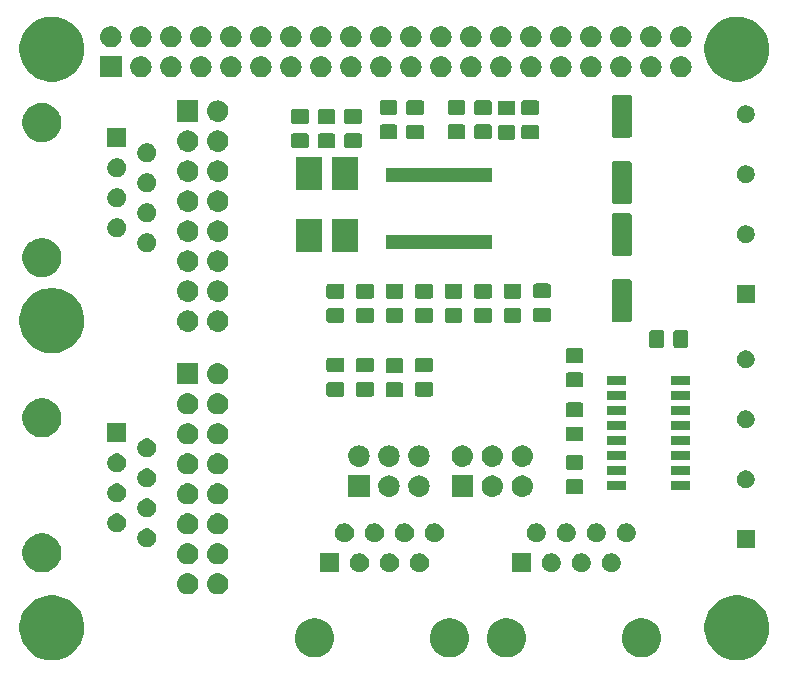
<source format=gbr>
G04 #@! TF.GenerationSoftware,KiCad,Pcbnew,(5.0.2)-1*
G04 #@! TF.CreationDate,2019-06-23T01:10:28-04:00*
G04 #@! TF.ProjectId,RPi-Ham,5250692d-4861-46d2-9e6b-696361645f70,rev?*
G04 #@! TF.SameCoordinates,Original*
G04 #@! TF.FileFunction,Soldermask,Top*
G04 #@! TF.FilePolarity,Negative*
%FSLAX46Y46*%
G04 Gerber Fmt 4.6, Leading zero omitted, Abs format (unit mm)*
G04 Created by KiCad (PCBNEW (5.0.2)-1) date 2019-06-23 01:10:28*
%MOMM*%
%LPD*%
G01*
G04 APERTURE LIST*
%ADD10C,0.100000*%
G04 APERTURE END LIST*
D10*
G36*
X109536693Y-78801859D02*
X109802437Y-78854719D01*
X110303087Y-79062095D01*
X110490774Y-79187504D01*
X110753663Y-79363161D01*
X111136839Y-79746337D01*
X111136841Y-79746340D01*
X111437905Y-80196913D01*
X111571363Y-80519109D01*
X111645281Y-80697564D01*
X111751000Y-81229049D01*
X111751000Y-81770951D01*
X111715186Y-81951000D01*
X111645281Y-82302437D01*
X111437905Y-82803087D01*
X111147636Y-83237504D01*
X111136839Y-83253663D01*
X110753663Y-83636839D01*
X110753660Y-83636841D01*
X110303087Y-83937905D01*
X109802437Y-84145281D01*
X109536693Y-84198141D01*
X109270951Y-84251000D01*
X108729049Y-84251000D01*
X108463307Y-84198141D01*
X108197563Y-84145281D01*
X107696913Y-83937905D01*
X107246340Y-83636841D01*
X107246337Y-83636839D01*
X106863161Y-83253663D01*
X106852364Y-83237504D01*
X106562095Y-82803087D01*
X106354719Y-82302437D01*
X106284814Y-81951000D01*
X106249000Y-81770951D01*
X106249000Y-81229049D01*
X106354719Y-80697564D01*
X106428637Y-80519109D01*
X106562095Y-80196913D01*
X106863159Y-79746340D01*
X106863161Y-79746337D01*
X107246337Y-79363161D01*
X107509226Y-79187504D01*
X107696913Y-79062095D01*
X108197563Y-78854719D01*
X108463307Y-78801859D01*
X108729049Y-78749000D01*
X109270951Y-78749000D01*
X109536693Y-78801859D01*
X109536693Y-78801859D01*
G37*
G36*
X51536693Y-78801859D02*
X51802437Y-78854719D01*
X52303087Y-79062095D01*
X52490774Y-79187504D01*
X52753663Y-79363161D01*
X53136839Y-79746337D01*
X53136841Y-79746340D01*
X53437905Y-80196913D01*
X53571363Y-80519109D01*
X53645281Y-80697564D01*
X53751000Y-81229049D01*
X53751000Y-81770951D01*
X53715186Y-81951000D01*
X53645281Y-82302437D01*
X53437905Y-82803087D01*
X53147636Y-83237504D01*
X53136839Y-83253663D01*
X52753663Y-83636839D01*
X52753660Y-83636841D01*
X52303087Y-83937905D01*
X51802437Y-84145281D01*
X51536693Y-84198141D01*
X51270951Y-84251000D01*
X50729049Y-84251000D01*
X50463307Y-84198141D01*
X50197563Y-84145281D01*
X49696913Y-83937905D01*
X49246340Y-83636841D01*
X49246337Y-83636839D01*
X48863161Y-83253663D01*
X48852364Y-83237504D01*
X48562095Y-82803087D01*
X48354719Y-82302437D01*
X48284814Y-81951000D01*
X48249000Y-81770951D01*
X48249000Y-81229049D01*
X48354719Y-80697564D01*
X48428637Y-80519109D01*
X48562095Y-80196913D01*
X48863159Y-79746340D01*
X48863161Y-79746337D01*
X49246337Y-79363161D01*
X49509226Y-79187504D01*
X49696913Y-79062095D01*
X50197563Y-78854719D01*
X50463307Y-78801859D01*
X50729049Y-78749000D01*
X51270951Y-78749000D01*
X51536693Y-78801859D01*
X51536693Y-78801859D01*
G37*
G36*
X73605256Y-80741298D02*
X73711579Y-80762447D01*
X74012042Y-80886903D01*
X74254637Y-81049000D01*
X74282454Y-81067587D01*
X74512413Y-81297546D01*
X74512415Y-81297549D01*
X74693097Y-81567958D01*
X74810053Y-81850314D01*
X74817553Y-81868422D01*
X74881000Y-82187389D01*
X74881000Y-82512611D01*
X74854786Y-82644395D01*
X74817553Y-82831579D01*
X74693097Y-83132042D01*
X74525485Y-83382891D01*
X74512413Y-83402454D01*
X74282454Y-83632413D01*
X74282451Y-83632415D01*
X74012042Y-83813097D01*
X73711579Y-83937553D01*
X73605427Y-83958668D01*
X73392611Y-84001000D01*
X73067389Y-84001000D01*
X72854573Y-83958668D01*
X72748421Y-83937553D01*
X72447958Y-83813097D01*
X72177549Y-83632415D01*
X72177546Y-83632413D01*
X71947587Y-83402454D01*
X71934515Y-83382891D01*
X71766903Y-83132042D01*
X71642447Y-82831579D01*
X71605214Y-82644395D01*
X71579000Y-82512611D01*
X71579000Y-82187389D01*
X71642447Y-81868422D01*
X71649948Y-81850314D01*
X71766903Y-81567958D01*
X71947585Y-81297549D01*
X71947587Y-81297546D01*
X72177546Y-81067587D01*
X72205363Y-81049000D01*
X72447958Y-80886903D01*
X72748421Y-80762447D01*
X72854744Y-80741298D01*
X73067389Y-80699000D01*
X73392611Y-80699000D01*
X73605256Y-80741298D01*
X73605256Y-80741298D01*
G37*
G36*
X85035256Y-80741298D02*
X85141579Y-80762447D01*
X85442042Y-80886903D01*
X85684637Y-81049000D01*
X85712454Y-81067587D01*
X85942413Y-81297546D01*
X85942415Y-81297549D01*
X86123097Y-81567958D01*
X86240053Y-81850314D01*
X86247553Y-81868422D01*
X86311000Y-82187389D01*
X86311000Y-82512611D01*
X86284786Y-82644395D01*
X86247553Y-82831579D01*
X86123097Y-83132042D01*
X85955485Y-83382891D01*
X85942413Y-83402454D01*
X85712454Y-83632413D01*
X85712451Y-83632415D01*
X85442042Y-83813097D01*
X85141579Y-83937553D01*
X85035427Y-83958668D01*
X84822611Y-84001000D01*
X84497389Y-84001000D01*
X84284573Y-83958668D01*
X84178421Y-83937553D01*
X83877958Y-83813097D01*
X83607549Y-83632415D01*
X83607546Y-83632413D01*
X83377587Y-83402454D01*
X83364515Y-83382891D01*
X83196903Y-83132042D01*
X83072447Y-82831579D01*
X83035214Y-82644395D01*
X83009000Y-82512611D01*
X83009000Y-82187389D01*
X83072447Y-81868422D01*
X83079948Y-81850314D01*
X83196903Y-81567958D01*
X83377585Y-81297549D01*
X83377587Y-81297546D01*
X83607546Y-81067587D01*
X83635363Y-81049000D01*
X83877958Y-80886903D01*
X84178421Y-80762447D01*
X84284744Y-80741298D01*
X84497389Y-80699000D01*
X84822611Y-80699000D01*
X85035256Y-80741298D01*
X85035256Y-80741298D01*
G37*
G36*
X89855256Y-80741298D02*
X89961579Y-80762447D01*
X90262042Y-80886903D01*
X90504637Y-81049000D01*
X90532454Y-81067587D01*
X90762413Y-81297546D01*
X90762415Y-81297549D01*
X90943097Y-81567958D01*
X91060053Y-81850314D01*
X91067553Y-81868422D01*
X91131000Y-82187389D01*
X91131000Y-82512611D01*
X91104786Y-82644395D01*
X91067553Y-82831579D01*
X90943097Y-83132042D01*
X90775485Y-83382891D01*
X90762413Y-83402454D01*
X90532454Y-83632413D01*
X90532451Y-83632415D01*
X90262042Y-83813097D01*
X89961579Y-83937553D01*
X89855427Y-83958668D01*
X89642611Y-84001000D01*
X89317389Y-84001000D01*
X89104573Y-83958668D01*
X88998421Y-83937553D01*
X88697958Y-83813097D01*
X88427549Y-83632415D01*
X88427546Y-83632413D01*
X88197587Y-83402454D01*
X88184515Y-83382891D01*
X88016903Y-83132042D01*
X87892447Y-82831579D01*
X87855214Y-82644395D01*
X87829000Y-82512611D01*
X87829000Y-82187389D01*
X87892447Y-81868422D01*
X87899948Y-81850314D01*
X88016903Y-81567958D01*
X88197585Y-81297549D01*
X88197587Y-81297546D01*
X88427546Y-81067587D01*
X88455363Y-81049000D01*
X88697958Y-80886903D01*
X88998421Y-80762447D01*
X89104744Y-80741298D01*
X89317389Y-80699000D01*
X89642611Y-80699000D01*
X89855256Y-80741298D01*
X89855256Y-80741298D01*
G37*
G36*
X101285256Y-80741298D02*
X101391579Y-80762447D01*
X101692042Y-80886903D01*
X101934637Y-81049000D01*
X101962454Y-81067587D01*
X102192413Y-81297546D01*
X102192415Y-81297549D01*
X102373097Y-81567958D01*
X102490053Y-81850314D01*
X102497553Y-81868422D01*
X102561000Y-82187389D01*
X102561000Y-82512611D01*
X102534786Y-82644395D01*
X102497553Y-82831579D01*
X102373097Y-83132042D01*
X102205485Y-83382891D01*
X102192413Y-83402454D01*
X101962454Y-83632413D01*
X101962451Y-83632415D01*
X101692042Y-83813097D01*
X101391579Y-83937553D01*
X101285427Y-83958668D01*
X101072611Y-84001000D01*
X100747389Y-84001000D01*
X100534573Y-83958668D01*
X100428421Y-83937553D01*
X100127958Y-83813097D01*
X99857549Y-83632415D01*
X99857546Y-83632413D01*
X99627587Y-83402454D01*
X99614515Y-83382891D01*
X99446903Y-83132042D01*
X99322447Y-82831579D01*
X99285214Y-82644395D01*
X99259000Y-82512611D01*
X99259000Y-82187389D01*
X99322447Y-81868422D01*
X99329948Y-81850314D01*
X99446903Y-81567958D01*
X99627585Y-81297549D01*
X99627587Y-81297546D01*
X99857546Y-81067587D01*
X99885363Y-81049000D01*
X100127958Y-80886903D01*
X100428421Y-80762447D01*
X100534744Y-80741298D01*
X100747389Y-80699000D01*
X101072611Y-80699000D01*
X101285256Y-80741298D01*
X101285256Y-80741298D01*
G37*
G36*
X65150442Y-76885518D02*
X65216627Y-76892037D01*
X65329853Y-76926384D01*
X65386467Y-76943557D01*
X65525087Y-77017652D01*
X65542991Y-77027222D01*
X65578729Y-77056552D01*
X65680186Y-77139814D01*
X65763448Y-77241271D01*
X65792778Y-77277009D01*
X65792779Y-77277011D01*
X65876443Y-77433533D01*
X65876443Y-77433534D01*
X65927963Y-77603373D01*
X65945359Y-77780000D01*
X65927963Y-77956627D01*
X65893616Y-78069853D01*
X65876443Y-78126467D01*
X65802348Y-78265087D01*
X65792778Y-78282991D01*
X65763448Y-78318729D01*
X65680186Y-78420186D01*
X65578729Y-78503448D01*
X65542991Y-78532778D01*
X65542989Y-78532779D01*
X65386467Y-78616443D01*
X65329853Y-78633616D01*
X65216627Y-78667963D01*
X65150442Y-78674482D01*
X65084260Y-78681000D01*
X64995740Y-78681000D01*
X64929558Y-78674482D01*
X64863373Y-78667963D01*
X64750147Y-78633616D01*
X64693533Y-78616443D01*
X64537011Y-78532779D01*
X64537009Y-78532778D01*
X64501271Y-78503448D01*
X64399814Y-78420186D01*
X64316552Y-78318729D01*
X64287222Y-78282991D01*
X64277652Y-78265087D01*
X64203557Y-78126467D01*
X64186384Y-78069853D01*
X64152037Y-77956627D01*
X64134641Y-77780000D01*
X64152037Y-77603373D01*
X64203557Y-77433534D01*
X64203557Y-77433533D01*
X64287221Y-77277011D01*
X64287222Y-77277009D01*
X64316552Y-77241271D01*
X64399814Y-77139814D01*
X64501271Y-77056552D01*
X64537009Y-77027222D01*
X64554913Y-77017652D01*
X64693533Y-76943557D01*
X64750147Y-76926384D01*
X64863373Y-76892037D01*
X64929558Y-76885518D01*
X64995740Y-76879000D01*
X65084260Y-76879000D01*
X65150442Y-76885518D01*
X65150442Y-76885518D01*
G37*
G36*
X62610442Y-76885518D02*
X62676627Y-76892037D01*
X62789853Y-76926384D01*
X62846467Y-76943557D01*
X62985087Y-77017652D01*
X63002991Y-77027222D01*
X63038729Y-77056552D01*
X63140186Y-77139814D01*
X63223448Y-77241271D01*
X63252778Y-77277009D01*
X63252779Y-77277011D01*
X63336443Y-77433533D01*
X63336443Y-77433534D01*
X63387963Y-77603373D01*
X63405359Y-77780000D01*
X63387963Y-77956627D01*
X63353616Y-78069853D01*
X63336443Y-78126467D01*
X63262348Y-78265087D01*
X63252778Y-78282991D01*
X63223448Y-78318729D01*
X63140186Y-78420186D01*
X63038729Y-78503448D01*
X63002991Y-78532778D01*
X63002989Y-78532779D01*
X62846467Y-78616443D01*
X62789853Y-78633616D01*
X62676627Y-78667963D01*
X62610442Y-78674482D01*
X62544260Y-78681000D01*
X62455740Y-78681000D01*
X62389558Y-78674482D01*
X62323373Y-78667963D01*
X62210147Y-78633616D01*
X62153533Y-78616443D01*
X61997011Y-78532779D01*
X61997009Y-78532778D01*
X61961271Y-78503448D01*
X61859814Y-78420186D01*
X61776552Y-78318729D01*
X61747222Y-78282991D01*
X61737652Y-78265087D01*
X61663557Y-78126467D01*
X61646384Y-78069853D01*
X61612037Y-77956627D01*
X61594641Y-77780000D01*
X61612037Y-77603373D01*
X61663557Y-77433534D01*
X61663557Y-77433533D01*
X61747221Y-77277011D01*
X61747222Y-77277009D01*
X61776552Y-77241271D01*
X61859814Y-77139814D01*
X61961271Y-77056552D01*
X61997009Y-77027222D01*
X62014913Y-77017652D01*
X62153533Y-76943557D01*
X62210147Y-76926384D01*
X62323373Y-76892037D01*
X62389558Y-76885518D01*
X62455740Y-76879000D01*
X62544260Y-76879000D01*
X62610442Y-76885518D01*
X62610442Y-76885518D01*
G37*
G36*
X50525256Y-73551298D02*
X50631579Y-73572447D01*
X50932042Y-73696903D01*
X51102960Y-73811107D01*
X51202454Y-73877587D01*
X51432413Y-74107546D01*
X51432415Y-74107549D01*
X51540571Y-74269415D01*
X51613098Y-74377960D01*
X51737553Y-74678422D01*
X51801000Y-74997389D01*
X51801000Y-75322611D01*
X51767825Y-75489392D01*
X51737553Y-75641579D01*
X51613097Y-75942042D01*
X51521656Y-76078893D01*
X51432413Y-76212454D01*
X51202454Y-76442413D01*
X51202451Y-76442415D01*
X50932042Y-76623097D01*
X50631579Y-76747553D01*
X50525256Y-76768702D01*
X50312611Y-76811000D01*
X49987389Y-76811000D01*
X49774744Y-76768702D01*
X49668421Y-76747553D01*
X49367958Y-76623097D01*
X49097549Y-76442415D01*
X49097546Y-76442413D01*
X48867587Y-76212454D01*
X48778344Y-76078893D01*
X48686903Y-75942042D01*
X48562447Y-75641579D01*
X48532175Y-75489392D01*
X48499000Y-75322611D01*
X48499000Y-74997389D01*
X48562447Y-74678422D01*
X48686902Y-74377960D01*
X48759430Y-74269415D01*
X48867585Y-74107549D01*
X48867587Y-74107546D01*
X49097546Y-73877587D01*
X49197040Y-73811107D01*
X49367958Y-73696903D01*
X49668421Y-73572447D01*
X49774744Y-73551298D01*
X49987389Y-73509000D01*
X50312611Y-73509000D01*
X50525256Y-73551298D01*
X50525256Y-73551298D01*
G37*
G36*
X91551000Y-76801000D02*
X89949000Y-76801000D01*
X89949000Y-75199000D01*
X91551000Y-75199000D01*
X91551000Y-76801000D01*
X91551000Y-76801000D01*
G37*
G36*
X75301000Y-76801000D02*
X73699000Y-76801000D01*
X73699000Y-75199000D01*
X75301000Y-75199000D01*
X75301000Y-76801000D01*
X75301000Y-76801000D01*
G37*
G36*
X82353643Y-75229781D02*
X82499415Y-75290162D01*
X82630611Y-75377824D01*
X82742176Y-75489389D01*
X82829838Y-75620585D01*
X82890219Y-75766357D01*
X82921000Y-75921107D01*
X82921000Y-76078893D01*
X82890219Y-76233643D01*
X82829838Y-76379415D01*
X82742176Y-76510611D01*
X82630611Y-76622176D01*
X82499415Y-76709838D01*
X82353643Y-76770219D01*
X82198893Y-76801000D01*
X82041107Y-76801000D01*
X81886357Y-76770219D01*
X81740585Y-76709838D01*
X81609389Y-76622176D01*
X81497824Y-76510611D01*
X81410162Y-76379415D01*
X81349781Y-76233643D01*
X81319000Y-76078893D01*
X81319000Y-75921107D01*
X81349781Y-75766357D01*
X81410162Y-75620585D01*
X81497824Y-75489389D01*
X81609389Y-75377824D01*
X81740585Y-75290162D01*
X81886357Y-75229781D01*
X82041107Y-75199000D01*
X82198893Y-75199000D01*
X82353643Y-75229781D01*
X82353643Y-75229781D01*
G37*
G36*
X96063643Y-75229781D02*
X96209415Y-75290162D01*
X96340611Y-75377824D01*
X96452176Y-75489389D01*
X96539838Y-75620585D01*
X96600219Y-75766357D01*
X96631000Y-75921107D01*
X96631000Y-76078893D01*
X96600219Y-76233643D01*
X96539838Y-76379415D01*
X96452176Y-76510611D01*
X96340611Y-76622176D01*
X96209415Y-76709838D01*
X96063643Y-76770219D01*
X95908893Y-76801000D01*
X95751107Y-76801000D01*
X95596357Y-76770219D01*
X95450585Y-76709838D01*
X95319389Y-76622176D01*
X95207824Y-76510611D01*
X95120162Y-76379415D01*
X95059781Y-76233643D01*
X95029000Y-76078893D01*
X95029000Y-75921107D01*
X95059781Y-75766357D01*
X95120162Y-75620585D01*
X95207824Y-75489389D01*
X95319389Y-75377824D01*
X95450585Y-75290162D01*
X95596357Y-75229781D01*
X95751107Y-75199000D01*
X95908893Y-75199000D01*
X96063643Y-75229781D01*
X96063643Y-75229781D01*
G37*
G36*
X93523643Y-75229781D02*
X93669415Y-75290162D01*
X93800611Y-75377824D01*
X93912176Y-75489389D01*
X93999838Y-75620585D01*
X94060219Y-75766357D01*
X94091000Y-75921107D01*
X94091000Y-76078893D01*
X94060219Y-76233643D01*
X93999838Y-76379415D01*
X93912176Y-76510611D01*
X93800611Y-76622176D01*
X93669415Y-76709838D01*
X93523643Y-76770219D01*
X93368893Y-76801000D01*
X93211107Y-76801000D01*
X93056357Y-76770219D01*
X92910585Y-76709838D01*
X92779389Y-76622176D01*
X92667824Y-76510611D01*
X92580162Y-76379415D01*
X92519781Y-76233643D01*
X92489000Y-76078893D01*
X92489000Y-75921107D01*
X92519781Y-75766357D01*
X92580162Y-75620585D01*
X92667824Y-75489389D01*
X92779389Y-75377824D01*
X92910585Y-75290162D01*
X93056357Y-75229781D01*
X93211107Y-75199000D01*
X93368893Y-75199000D01*
X93523643Y-75229781D01*
X93523643Y-75229781D01*
G37*
G36*
X98603643Y-75229781D02*
X98749415Y-75290162D01*
X98880611Y-75377824D01*
X98992176Y-75489389D01*
X99079838Y-75620585D01*
X99140219Y-75766357D01*
X99171000Y-75921107D01*
X99171000Y-76078893D01*
X99140219Y-76233643D01*
X99079838Y-76379415D01*
X98992176Y-76510611D01*
X98880611Y-76622176D01*
X98749415Y-76709838D01*
X98603643Y-76770219D01*
X98448893Y-76801000D01*
X98291107Y-76801000D01*
X98136357Y-76770219D01*
X97990585Y-76709838D01*
X97859389Y-76622176D01*
X97747824Y-76510611D01*
X97660162Y-76379415D01*
X97599781Y-76233643D01*
X97569000Y-76078893D01*
X97569000Y-75921107D01*
X97599781Y-75766357D01*
X97660162Y-75620585D01*
X97747824Y-75489389D01*
X97859389Y-75377824D01*
X97990585Y-75290162D01*
X98136357Y-75229781D01*
X98291107Y-75199000D01*
X98448893Y-75199000D01*
X98603643Y-75229781D01*
X98603643Y-75229781D01*
G37*
G36*
X79813643Y-75229781D02*
X79959415Y-75290162D01*
X80090611Y-75377824D01*
X80202176Y-75489389D01*
X80289838Y-75620585D01*
X80350219Y-75766357D01*
X80381000Y-75921107D01*
X80381000Y-76078893D01*
X80350219Y-76233643D01*
X80289838Y-76379415D01*
X80202176Y-76510611D01*
X80090611Y-76622176D01*
X79959415Y-76709838D01*
X79813643Y-76770219D01*
X79658893Y-76801000D01*
X79501107Y-76801000D01*
X79346357Y-76770219D01*
X79200585Y-76709838D01*
X79069389Y-76622176D01*
X78957824Y-76510611D01*
X78870162Y-76379415D01*
X78809781Y-76233643D01*
X78779000Y-76078893D01*
X78779000Y-75921107D01*
X78809781Y-75766357D01*
X78870162Y-75620585D01*
X78957824Y-75489389D01*
X79069389Y-75377824D01*
X79200585Y-75290162D01*
X79346357Y-75229781D01*
X79501107Y-75199000D01*
X79658893Y-75199000D01*
X79813643Y-75229781D01*
X79813643Y-75229781D01*
G37*
G36*
X77273643Y-75229781D02*
X77419415Y-75290162D01*
X77550611Y-75377824D01*
X77662176Y-75489389D01*
X77749838Y-75620585D01*
X77810219Y-75766357D01*
X77841000Y-75921107D01*
X77841000Y-76078893D01*
X77810219Y-76233643D01*
X77749838Y-76379415D01*
X77662176Y-76510611D01*
X77550611Y-76622176D01*
X77419415Y-76709838D01*
X77273643Y-76770219D01*
X77118893Y-76801000D01*
X76961107Y-76801000D01*
X76806357Y-76770219D01*
X76660585Y-76709838D01*
X76529389Y-76622176D01*
X76417824Y-76510611D01*
X76330162Y-76379415D01*
X76269781Y-76233643D01*
X76239000Y-76078893D01*
X76239000Y-75921107D01*
X76269781Y-75766357D01*
X76330162Y-75620585D01*
X76417824Y-75489389D01*
X76529389Y-75377824D01*
X76660585Y-75290162D01*
X76806357Y-75229781D01*
X76961107Y-75199000D01*
X77118893Y-75199000D01*
X77273643Y-75229781D01*
X77273643Y-75229781D01*
G37*
G36*
X62610443Y-74345519D02*
X62676627Y-74352037D01*
X62789853Y-74386384D01*
X62846467Y-74403557D01*
X62985087Y-74477652D01*
X63002991Y-74487222D01*
X63033397Y-74512176D01*
X63140186Y-74599814D01*
X63189758Y-74660219D01*
X63252778Y-74737009D01*
X63252779Y-74737011D01*
X63336443Y-74893533D01*
X63336443Y-74893534D01*
X63387963Y-75063373D01*
X63405359Y-75240000D01*
X63387963Y-75416627D01*
X63365891Y-75489389D01*
X63336443Y-75586467D01*
X63262348Y-75725087D01*
X63252778Y-75742991D01*
X63233602Y-75766357D01*
X63140186Y-75880186D01*
X63064813Y-75942042D01*
X63002991Y-75992778D01*
X63002989Y-75992779D01*
X62846467Y-76076443D01*
X62789853Y-76093616D01*
X62676627Y-76127963D01*
X62610443Y-76134481D01*
X62544260Y-76141000D01*
X62455740Y-76141000D01*
X62389557Y-76134481D01*
X62323373Y-76127963D01*
X62210147Y-76093616D01*
X62153533Y-76076443D01*
X61997011Y-75992779D01*
X61997009Y-75992778D01*
X61935187Y-75942042D01*
X61859814Y-75880186D01*
X61766398Y-75766357D01*
X61747222Y-75742991D01*
X61737652Y-75725087D01*
X61663557Y-75586467D01*
X61634109Y-75489389D01*
X61612037Y-75416627D01*
X61594641Y-75240000D01*
X61612037Y-75063373D01*
X61663557Y-74893534D01*
X61663557Y-74893533D01*
X61747221Y-74737011D01*
X61747222Y-74737009D01*
X61810242Y-74660219D01*
X61859814Y-74599814D01*
X61966603Y-74512176D01*
X61997009Y-74487222D01*
X62014913Y-74477652D01*
X62153533Y-74403557D01*
X62210147Y-74386384D01*
X62323373Y-74352037D01*
X62389557Y-74345519D01*
X62455740Y-74339000D01*
X62544260Y-74339000D01*
X62610443Y-74345519D01*
X62610443Y-74345519D01*
G37*
G36*
X65150443Y-74345519D02*
X65216627Y-74352037D01*
X65329853Y-74386384D01*
X65386467Y-74403557D01*
X65525087Y-74477652D01*
X65542991Y-74487222D01*
X65573397Y-74512176D01*
X65680186Y-74599814D01*
X65729758Y-74660219D01*
X65792778Y-74737009D01*
X65792779Y-74737011D01*
X65876443Y-74893533D01*
X65876443Y-74893534D01*
X65927963Y-75063373D01*
X65945359Y-75240000D01*
X65927963Y-75416627D01*
X65905891Y-75489389D01*
X65876443Y-75586467D01*
X65802348Y-75725087D01*
X65792778Y-75742991D01*
X65773602Y-75766357D01*
X65680186Y-75880186D01*
X65604813Y-75942042D01*
X65542991Y-75992778D01*
X65542989Y-75992779D01*
X65386467Y-76076443D01*
X65329853Y-76093616D01*
X65216627Y-76127963D01*
X65150443Y-76134481D01*
X65084260Y-76141000D01*
X64995740Y-76141000D01*
X64929557Y-76134481D01*
X64863373Y-76127963D01*
X64750147Y-76093616D01*
X64693533Y-76076443D01*
X64537011Y-75992779D01*
X64537009Y-75992778D01*
X64475187Y-75942042D01*
X64399814Y-75880186D01*
X64306398Y-75766357D01*
X64287222Y-75742991D01*
X64277652Y-75725087D01*
X64203557Y-75586467D01*
X64174109Y-75489389D01*
X64152037Y-75416627D01*
X64134641Y-75240000D01*
X64152037Y-75063373D01*
X64203557Y-74893534D01*
X64203557Y-74893533D01*
X64287221Y-74737011D01*
X64287222Y-74737009D01*
X64350242Y-74660219D01*
X64399814Y-74599814D01*
X64506603Y-74512176D01*
X64537009Y-74487222D01*
X64554913Y-74477652D01*
X64693533Y-74403557D01*
X64750147Y-74386384D01*
X64863373Y-74352037D01*
X64929557Y-74345519D01*
X64995740Y-74339000D01*
X65084260Y-74339000D01*
X65150443Y-74345519D01*
X65150443Y-74345519D01*
G37*
G36*
X110501000Y-74751000D02*
X108999000Y-74751000D01*
X108999000Y-73249000D01*
X110501000Y-73249000D01*
X110501000Y-74751000D01*
X110501000Y-74751000D01*
G37*
G36*
X59273643Y-73119781D02*
X59419415Y-73180162D01*
X59550611Y-73267824D01*
X59662176Y-73379389D01*
X59749838Y-73510585D01*
X59810219Y-73656357D01*
X59841000Y-73811107D01*
X59841000Y-73968893D01*
X59810219Y-74123643D01*
X59749838Y-74269415D01*
X59662176Y-74400611D01*
X59550611Y-74512176D01*
X59419415Y-74599838D01*
X59273643Y-74660219D01*
X59118893Y-74691000D01*
X58961107Y-74691000D01*
X58806357Y-74660219D01*
X58660585Y-74599838D01*
X58529389Y-74512176D01*
X58417824Y-74400611D01*
X58330162Y-74269415D01*
X58269781Y-74123643D01*
X58239000Y-73968893D01*
X58239000Y-73811107D01*
X58269781Y-73656357D01*
X58330162Y-73510585D01*
X58417824Y-73379389D01*
X58529389Y-73267824D01*
X58660585Y-73180162D01*
X58806357Y-73119781D01*
X58961107Y-73089000D01*
X59118893Y-73089000D01*
X59273643Y-73119781D01*
X59273643Y-73119781D01*
G37*
G36*
X83623643Y-72689781D02*
X83769415Y-72750162D01*
X83900611Y-72837824D01*
X84012176Y-72949389D01*
X84099838Y-73080585D01*
X84160219Y-73226357D01*
X84191000Y-73381107D01*
X84191000Y-73538893D01*
X84160219Y-73693643D01*
X84099838Y-73839415D01*
X84012176Y-73970611D01*
X83900611Y-74082176D01*
X83769415Y-74169838D01*
X83623643Y-74230219D01*
X83468893Y-74261000D01*
X83311107Y-74261000D01*
X83156357Y-74230219D01*
X83010585Y-74169838D01*
X82879389Y-74082176D01*
X82767824Y-73970611D01*
X82680162Y-73839415D01*
X82619781Y-73693643D01*
X82589000Y-73538893D01*
X82589000Y-73381107D01*
X82619781Y-73226357D01*
X82680162Y-73080585D01*
X82767824Y-72949389D01*
X82879389Y-72837824D01*
X83010585Y-72750162D01*
X83156357Y-72689781D01*
X83311107Y-72659000D01*
X83468893Y-72659000D01*
X83623643Y-72689781D01*
X83623643Y-72689781D01*
G37*
G36*
X81083643Y-72689781D02*
X81229415Y-72750162D01*
X81360611Y-72837824D01*
X81472176Y-72949389D01*
X81559838Y-73080585D01*
X81620219Y-73226357D01*
X81651000Y-73381107D01*
X81651000Y-73538893D01*
X81620219Y-73693643D01*
X81559838Y-73839415D01*
X81472176Y-73970611D01*
X81360611Y-74082176D01*
X81229415Y-74169838D01*
X81083643Y-74230219D01*
X80928893Y-74261000D01*
X80771107Y-74261000D01*
X80616357Y-74230219D01*
X80470585Y-74169838D01*
X80339389Y-74082176D01*
X80227824Y-73970611D01*
X80140162Y-73839415D01*
X80079781Y-73693643D01*
X80049000Y-73538893D01*
X80049000Y-73381107D01*
X80079781Y-73226357D01*
X80140162Y-73080585D01*
X80227824Y-72949389D01*
X80339389Y-72837824D01*
X80470585Y-72750162D01*
X80616357Y-72689781D01*
X80771107Y-72659000D01*
X80928893Y-72659000D01*
X81083643Y-72689781D01*
X81083643Y-72689781D01*
G37*
G36*
X78543643Y-72689781D02*
X78689415Y-72750162D01*
X78820611Y-72837824D01*
X78932176Y-72949389D01*
X79019838Y-73080585D01*
X79080219Y-73226357D01*
X79111000Y-73381107D01*
X79111000Y-73538893D01*
X79080219Y-73693643D01*
X79019838Y-73839415D01*
X78932176Y-73970611D01*
X78820611Y-74082176D01*
X78689415Y-74169838D01*
X78543643Y-74230219D01*
X78388893Y-74261000D01*
X78231107Y-74261000D01*
X78076357Y-74230219D01*
X77930585Y-74169838D01*
X77799389Y-74082176D01*
X77687824Y-73970611D01*
X77600162Y-73839415D01*
X77539781Y-73693643D01*
X77509000Y-73538893D01*
X77509000Y-73381107D01*
X77539781Y-73226357D01*
X77600162Y-73080585D01*
X77687824Y-72949389D01*
X77799389Y-72837824D01*
X77930585Y-72750162D01*
X78076357Y-72689781D01*
X78231107Y-72659000D01*
X78388893Y-72659000D01*
X78543643Y-72689781D01*
X78543643Y-72689781D01*
G37*
G36*
X76003643Y-72689781D02*
X76149415Y-72750162D01*
X76280611Y-72837824D01*
X76392176Y-72949389D01*
X76479838Y-73080585D01*
X76540219Y-73226357D01*
X76571000Y-73381107D01*
X76571000Y-73538893D01*
X76540219Y-73693643D01*
X76479838Y-73839415D01*
X76392176Y-73970611D01*
X76280611Y-74082176D01*
X76149415Y-74169838D01*
X76003643Y-74230219D01*
X75848893Y-74261000D01*
X75691107Y-74261000D01*
X75536357Y-74230219D01*
X75390585Y-74169838D01*
X75259389Y-74082176D01*
X75147824Y-73970611D01*
X75060162Y-73839415D01*
X74999781Y-73693643D01*
X74969000Y-73538893D01*
X74969000Y-73381107D01*
X74999781Y-73226357D01*
X75060162Y-73080585D01*
X75147824Y-72949389D01*
X75259389Y-72837824D01*
X75390585Y-72750162D01*
X75536357Y-72689781D01*
X75691107Y-72659000D01*
X75848893Y-72659000D01*
X76003643Y-72689781D01*
X76003643Y-72689781D01*
G37*
G36*
X92253643Y-72689781D02*
X92399415Y-72750162D01*
X92530611Y-72837824D01*
X92642176Y-72949389D01*
X92729838Y-73080585D01*
X92790219Y-73226357D01*
X92821000Y-73381107D01*
X92821000Y-73538893D01*
X92790219Y-73693643D01*
X92729838Y-73839415D01*
X92642176Y-73970611D01*
X92530611Y-74082176D01*
X92399415Y-74169838D01*
X92253643Y-74230219D01*
X92098893Y-74261000D01*
X91941107Y-74261000D01*
X91786357Y-74230219D01*
X91640585Y-74169838D01*
X91509389Y-74082176D01*
X91397824Y-73970611D01*
X91310162Y-73839415D01*
X91249781Y-73693643D01*
X91219000Y-73538893D01*
X91219000Y-73381107D01*
X91249781Y-73226357D01*
X91310162Y-73080585D01*
X91397824Y-72949389D01*
X91509389Y-72837824D01*
X91640585Y-72750162D01*
X91786357Y-72689781D01*
X91941107Y-72659000D01*
X92098893Y-72659000D01*
X92253643Y-72689781D01*
X92253643Y-72689781D01*
G37*
G36*
X94793643Y-72689781D02*
X94939415Y-72750162D01*
X95070611Y-72837824D01*
X95182176Y-72949389D01*
X95269838Y-73080585D01*
X95330219Y-73226357D01*
X95361000Y-73381107D01*
X95361000Y-73538893D01*
X95330219Y-73693643D01*
X95269838Y-73839415D01*
X95182176Y-73970611D01*
X95070611Y-74082176D01*
X94939415Y-74169838D01*
X94793643Y-74230219D01*
X94638893Y-74261000D01*
X94481107Y-74261000D01*
X94326357Y-74230219D01*
X94180585Y-74169838D01*
X94049389Y-74082176D01*
X93937824Y-73970611D01*
X93850162Y-73839415D01*
X93789781Y-73693643D01*
X93759000Y-73538893D01*
X93759000Y-73381107D01*
X93789781Y-73226357D01*
X93850162Y-73080585D01*
X93937824Y-72949389D01*
X94049389Y-72837824D01*
X94180585Y-72750162D01*
X94326357Y-72689781D01*
X94481107Y-72659000D01*
X94638893Y-72659000D01*
X94793643Y-72689781D01*
X94793643Y-72689781D01*
G37*
G36*
X97333643Y-72689781D02*
X97479415Y-72750162D01*
X97610611Y-72837824D01*
X97722176Y-72949389D01*
X97809838Y-73080585D01*
X97870219Y-73226357D01*
X97901000Y-73381107D01*
X97901000Y-73538893D01*
X97870219Y-73693643D01*
X97809838Y-73839415D01*
X97722176Y-73970611D01*
X97610611Y-74082176D01*
X97479415Y-74169838D01*
X97333643Y-74230219D01*
X97178893Y-74261000D01*
X97021107Y-74261000D01*
X96866357Y-74230219D01*
X96720585Y-74169838D01*
X96589389Y-74082176D01*
X96477824Y-73970611D01*
X96390162Y-73839415D01*
X96329781Y-73693643D01*
X96299000Y-73538893D01*
X96299000Y-73381107D01*
X96329781Y-73226357D01*
X96390162Y-73080585D01*
X96477824Y-72949389D01*
X96589389Y-72837824D01*
X96720585Y-72750162D01*
X96866357Y-72689781D01*
X97021107Y-72659000D01*
X97178893Y-72659000D01*
X97333643Y-72689781D01*
X97333643Y-72689781D01*
G37*
G36*
X99873643Y-72689781D02*
X100019415Y-72750162D01*
X100150611Y-72837824D01*
X100262176Y-72949389D01*
X100349838Y-73080585D01*
X100410219Y-73226357D01*
X100441000Y-73381107D01*
X100441000Y-73538893D01*
X100410219Y-73693643D01*
X100349838Y-73839415D01*
X100262176Y-73970611D01*
X100150611Y-74082176D01*
X100019415Y-74169838D01*
X99873643Y-74230219D01*
X99718893Y-74261000D01*
X99561107Y-74261000D01*
X99406357Y-74230219D01*
X99260585Y-74169838D01*
X99129389Y-74082176D01*
X99017824Y-73970611D01*
X98930162Y-73839415D01*
X98869781Y-73693643D01*
X98839000Y-73538893D01*
X98839000Y-73381107D01*
X98869781Y-73226357D01*
X98930162Y-73080585D01*
X99017824Y-72949389D01*
X99129389Y-72837824D01*
X99260585Y-72750162D01*
X99406357Y-72689781D01*
X99561107Y-72659000D01*
X99718893Y-72659000D01*
X99873643Y-72689781D01*
X99873643Y-72689781D01*
G37*
G36*
X62610442Y-71805518D02*
X62676627Y-71812037D01*
X62789853Y-71846384D01*
X62846467Y-71863557D01*
X62933659Y-71910163D01*
X63002991Y-71947222D01*
X63033397Y-71972176D01*
X63140186Y-72059814D01*
X63189758Y-72120219D01*
X63252778Y-72197009D01*
X63252779Y-72197011D01*
X63336443Y-72353533D01*
X63336443Y-72353534D01*
X63387963Y-72523373D01*
X63405359Y-72700000D01*
X63387963Y-72876627D01*
X63365891Y-72949389D01*
X63336443Y-73046467D01*
X63291468Y-73130608D01*
X63252778Y-73202991D01*
X63233602Y-73226357D01*
X63140186Y-73340186D01*
X63041712Y-73421000D01*
X63002991Y-73452778D01*
X63002989Y-73452779D01*
X62846467Y-73536443D01*
X62789853Y-73553616D01*
X62676627Y-73587963D01*
X62610443Y-73594481D01*
X62544260Y-73601000D01*
X62455740Y-73601000D01*
X62389557Y-73594481D01*
X62323373Y-73587963D01*
X62210147Y-73553616D01*
X62153533Y-73536443D01*
X61997011Y-73452779D01*
X61997009Y-73452778D01*
X61958288Y-73421000D01*
X61859814Y-73340186D01*
X61766398Y-73226357D01*
X61747222Y-73202991D01*
X61708532Y-73130608D01*
X61663557Y-73046467D01*
X61634109Y-72949389D01*
X61612037Y-72876627D01*
X61594641Y-72700000D01*
X61612037Y-72523373D01*
X61663557Y-72353534D01*
X61663557Y-72353533D01*
X61747221Y-72197011D01*
X61747222Y-72197009D01*
X61810242Y-72120219D01*
X61859814Y-72059814D01*
X61966603Y-71972176D01*
X61997009Y-71947222D01*
X62066341Y-71910163D01*
X62153533Y-71863557D01*
X62210147Y-71846384D01*
X62323373Y-71812037D01*
X62389558Y-71805518D01*
X62455740Y-71799000D01*
X62544260Y-71799000D01*
X62610442Y-71805518D01*
X62610442Y-71805518D01*
G37*
G36*
X65150442Y-71805518D02*
X65216627Y-71812037D01*
X65329853Y-71846384D01*
X65386467Y-71863557D01*
X65473659Y-71910163D01*
X65542991Y-71947222D01*
X65573397Y-71972176D01*
X65680186Y-72059814D01*
X65729758Y-72120219D01*
X65792778Y-72197009D01*
X65792779Y-72197011D01*
X65876443Y-72353533D01*
X65876443Y-72353534D01*
X65927963Y-72523373D01*
X65945359Y-72700000D01*
X65927963Y-72876627D01*
X65905891Y-72949389D01*
X65876443Y-73046467D01*
X65831468Y-73130608D01*
X65792778Y-73202991D01*
X65773602Y-73226357D01*
X65680186Y-73340186D01*
X65581712Y-73421000D01*
X65542991Y-73452778D01*
X65542989Y-73452779D01*
X65386467Y-73536443D01*
X65329853Y-73553616D01*
X65216627Y-73587963D01*
X65150443Y-73594481D01*
X65084260Y-73601000D01*
X64995740Y-73601000D01*
X64929557Y-73594481D01*
X64863373Y-73587963D01*
X64750147Y-73553616D01*
X64693533Y-73536443D01*
X64537011Y-73452779D01*
X64537009Y-73452778D01*
X64498288Y-73421000D01*
X64399814Y-73340186D01*
X64306398Y-73226357D01*
X64287222Y-73202991D01*
X64248532Y-73130608D01*
X64203557Y-73046467D01*
X64174109Y-72949389D01*
X64152037Y-72876627D01*
X64134641Y-72700000D01*
X64152037Y-72523373D01*
X64203557Y-72353534D01*
X64203557Y-72353533D01*
X64287221Y-72197011D01*
X64287222Y-72197009D01*
X64350242Y-72120219D01*
X64399814Y-72059814D01*
X64506603Y-71972176D01*
X64537009Y-71947222D01*
X64606341Y-71910163D01*
X64693533Y-71863557D01*
X64750147Y-71846384D01*
X64863373Y-71812037D01*
X64929558Y-71805518D01*
X64995740Y-71799000D01*
X65084260Y-71799000D01*
X65150442Y-71805518D01*
X65150442Y-71805518D01*
G37*
G36*
X56733643Y-71849781D02*
X56879415Y-71910162D01*
X57010611Y-71997824D01*
X57122176Y-72109389D01*
X57209838Y-72240585D01*
X57270219Y-72386357D01*
X57301000Y-72541107D01*
X57301000Y-72698893D01*
X57270219Y-72853643D01*
X57209838Y-72999415D01*
X57122176Y-73130611D01*
X57010611Y-73242176D01*
X56879415Y-73329838D01*
X56733643Y-73390219D01*
X56578893Y-73421000D01*
X56421107Y-73421000D01*
X56266357Y-73390219D01*
X56120585Y-73329838D01*
X55989389Y-73242176D01*
X55877824Y-73130611D01*
X55790162Y-72999415D01*
X55729781Y-72853643D01*
X55699000Y-72698893D01*
X55699000Y-72541107D01*
X55729781Y-72386357D01*
X55790162Y-72240585D01*
X55877824Y-72109389D01*
X55989389Y-71997824D01*
X56120585Y-71910162D01*
X56266357Y-71849781D01*
X56421107Y-71819000D01*
X56578893Y-71819000D01*
X56733643Y-71849781D01*
X56733643Y-71849781D01*
G37*
G36*
X59273643Y-70579781D02*
X59419415Y-70640162D01*
X59550611Y-70727824D01*
X59662176Y-70839389D01*
X59749838Y-70970585D01*
X59810219Y-71116357D01*
X59841000Y-71271107D01*
X59841000Y-71428893D01*
X59810219Y-71583643D01*
X59749838Y-71729415D01*
X59662176Y-71860611D01*
X59550611Y-71972176D01*
X59419415Y-72059838D01*
X59273643Y-72120219D01*
X59118893Y-72151000D01*
X58961107Y-72151000D01*
X58806357Y-72120219D01*
X58660585Y-72059838D01*
X58529389Y-71972176D01*
X58417824Y-71860611D01*
X58330162Y-71729415D01*
X58269781Y-71583643D01*
X58239000Y-71428893D01*
X58239000Y-71271107D01*
X58269781Y-71116357D01*
X58330162Y-70970585D01*
X58417824Y-70839389D01*
X58529389Y-70727824D01*
X58660585Y-70640162D01*
X58806357Y-70579781D01*
X58961107Y-70549000D01*
X59118893Y-70549000D01*
X59273643Y-70579781D01*
X59273643Y-70579781D01*
G37*
G36*
X62610443Y-69265519D02*
X62676627Y-69272037D01*
X62789853Y-69306384D01*
X62846467Y-69323557D01*
X62933659Y-69370163D01*
X63002991Y-69407222D01*
X63033397Y-69432176D01*
X63140186Y-69519814D01*
X63189758Y-69580219D01*
X63252778Y-69657009D01*
X63252779Y-69657011D01*
X63336443Y-69813533D01*
X63336443Y-69813534D01*
X63387963Y-69983373D01*
X63405359Y-70160000D01*
X63387963Y-70336627D01*
X63353616Y-70449853D01*
X63336443Y-70506467D01*
X63291468Y-70590608D01*
X63252778Y-70662991D01*
X63223448Y-70698729D01*
X63140186Y-70800186D01*
X63041712Y-70881000D01*
X63002991Y-70912778D01*
X63002989Y-70912779D01*
X62846467Y-70996443D01*
X62789853Y-71013616D01*
X62676627Y-71047963D01*
X62610442Y-71054482D01*
X62544260Y-71061000D01*
X62455740Y-71061000D01*
X62389558Y-71054482D01*
X62323373Y-71047963D01*
X62210147Y-71013616D01*
X62153533Y-70996443D01*
X61997011Y-70912779D01*
X61997009Y-70912778D01*
X61958288Y-70881000D01*
X61859814Y-70800186D01*
X61776552Y-70698729D01*
X61747222Y-70662991D01*
X61708532Y-70590608D01*
X61663557Y-70506467D01*
X61646384Y-70449853D01*
X61612037Y-70336627D01*
X61594641Y-70160000D01*
X61612037Y-69983373D01*
X61663557Y-69813534D01*
X61663557Y-69813533D01*
X61747221Y-69657011D01*
X61747222Y-69657009D01*
X61810242Y-69580219D01*
X61859814Y-69519814D01*
X61966603Y-69432176D01*
X61997009Y-69407222D01*
X62066341Y-69370163D01*
X62153533Y-69323557D01*
X62210147Y-69306384D01*
X62323373Y-69272037D01*
X62389557Y-69265519D01*
X62455740Y-69259000D01*
X62544260Y-69259000D01*
X62610443Y-69265519D01*
X62610443Y-69265519D01*
G37*
G36*
X65150443Y-69265519D02*
X65216627Y-69272037D01*
X65329853Y-69306384D01*
X65386467Y-69323557D01*
X65473659Y-69370163D01*
X65542991Y-69407222D01*
X65573397Y-69432176D01*
X65680186Y-69519814D01*
X65729758Y-69580219D01*
X65792778Y-69657009D01*
X65792779Y-69657011D01*
X65876443Y-69813533D01*
X65876443Y-69813534D01*
X65927963Y-69983373D01*
X65945359Y-70160000D01*
X65927963Y-70336627D01*
X65893616Y-70449853D01*
X65876443Y-70506467D01*
X65831468Y-70590608D01*
X65792778Y-70662991D01*
X65763448Y-70698729D01*
X65680186Y-70800186D01*
X65581712Y-70881000D01*
X65542991Y-70912778D01*
X65542989Y-70912779D01*
X65386467Y-70996443D01*
X65329853Y-71013616D01*
X65216627Y-71047963D01*
X65150442Y-71054482D01*
X65084260Y-71061000D01*
X64995740Y-71061000D01*
X64929558Y-71054482D01*
X64863373Y-71047963D01*
X64750147Y-71013616D01*
X64693533Y-70996443D01*
X64537011Y-70912779D01*
X64537009Y-70912778D01*
X64498288Y-70881000D01*
X64399814Y-70800186D01*
X64316552Y-70698729D01*
X64287222Y-70662991D01*
X64248532Y-70590608D01*
X64203557Y-70506467D01*
X64186384Y-70449853D01*
X64152037Y-70336627D01*
X64134641Y-70160000D01*
X64152037Y-69983373D01*
X64203557Y-69813534D01*
X64203557Y-69813533D01*
X64287221Y-69657011D01*
X64287222Y-69657009D01*
X64350242Y-69580219D01*
X64399814Y-69519814D01*
X64506603Y-69432176D01*
X64537009Y-69407222D01*
X64606341Y-69370163D01*
X64693533Y-69323557D01*
X64750147Y-69306384D01*
X64863373Y-69272037D01*
X64929557Y-69265519D01*
X64995740Y-69259000D01*
X65084260Y-69259000D01*
X65150443Y-69265519D01*
X65150443Y-69265519D01*
G37*
G36*
X56733643Y-69309781D02*
X56879415Y-69370162D01*
X57010611Y-69457824D01*
X57122176Y-69569389D01*
X57209838Y-69700585D01*
X57270219Y-69846357D01*
X57301000Y-70001107D01*
X57301000Y-70158893D01*
X57270219Y-70313643D01*
X57209838Y-70459415D01*
X57122176Y-70590611D01*
X57010611Y-70702176D01*
X56879415Y-70789838D01*
X56733643Y-70850219D01*
X56578893Y-70881000D01*
X56421107Y-70881000D01*
X56266357Y-70850219D01*
X56120585Y-70789838D01*
X55989389Y-70702176D01*
X55877824Y-70590611D01*
X55790162Y-70459415D01*
X55729781Y-70313643D01*
X55699000Y-70158893D01*
X55699000Y-70001107D01*
X55729781Y-69846357D01*
X55790162Y-69700585D01*
X55877824Y-69569389D01*
X55989389Y-69457824D01*
X56120585Y-69370162D01*
X56266357Y-69309781D01*
X56421107Y-69279000D01*
X56578893Y-69279000D01*
X56733643Y-69309781D01*
X56733643Y-69309781D01*
G37*
G36*
X86651000Y-70401000D02*
X84849000Y-70401000D01*
X84849000Y-68599000D01*
X86651000Y-68599000D01*
X86651000Y-70401000D01*
X86651000Y-70401000D01*
G37*
G36*
X88400442Y-68605518D02*
X88466627Y-68612037D01*
X88579853Y-68646384D01*
X88636467Y-68663557D01*
X88706412Y-68700944D01*
X88792991Y-68747222D01*
X88828729Y-68776552D01*
X88930186Y-68859814D01*
X88987153Y-68929230D01*
X89042778Y-68997009D01*
X89042779Y-68997011D01*
X89126443Y-69153533D01*
X89126443Y-69153534D01*
X89177963Y-69323373D01*
X89195359Y-69500000D01*
X89177963Y-69676627D01*
X89170695Y-69700585D01*
X89126443Y-69846467D01*
X89095783Y-69903827D01*
X89042778Y-70002991D01*
X89038681Y-70007983D01*
X88930186Y-70140186D01*
X88828729Y-70223448D01*
X88792991Y-70252778D01*
X88792989Y-70252779D01*
X88636467Y-70336443D01*
X88579853Y-70353616D01*
X88466627Y-70387963D01*
X88400442Y-70394482D01*
X88334260Y-70401000D01*
X88245740Y-70401000D01*
X88179558Y-70394482D01*
X88113373Y-70387963D01*
X88000147Y-70353616D01*
X87943533Y-70336443D01*
X87787011Y-70252779D01*
X87787009Y-70252778D01*
X87751271Y-70223448D01*
X87649814Y-70140186D01*
X87541319Y-70007983D01*
X87537222Y-70002991D01*
X87484217Y-69903827D01*
X87453557Y-69846467D01*
X87409305Y-69700585D01*
X87402037Y-69676627D01*
X87384641Y-69500000D01*
X87402037Y-69323373D01*
X87453557Y-69153534D01*
X87453557Y-69153533D01*
X87537221Y-68997011D01*
X87537222Y-68997009D01*
X87592847Y-68929230D01*
X87649814Y-68859814D01*
X87751271Y-68776552D01*
X87787009Y-68747222D01*
X87873588Y-68700944D01*
X87943533Y-68663557D01*
X88000147Y-68646384D01*
X88113373Y-68612037D01*
X88179558Y-68605518D01*
X88245740Y-68599000D01*
X88334260Y-68599000D01*
X88400442Y-68605518D01*
X88400442Y-68605518D01*
G37*
G36*
X90940442Y-68605518D02*
X91006627Y-68612037D01*
X91119853Y-68646384D01*
X91176467Y-68663557D01*
X91246412Y-68700944D01*
X91332991Y-68747222D01*
X91368729Y-68776552D01*
X91470186Y-68859814D01*
X91527153Y-68929230D01*
X91582778Y-68997009D01*
X91582779Y-68997011D01*
X91666443Y-69153533D01*
X91666443Y-69153534D01*
X91717963Y-69323373D01*
X91735359Y-69500000D01*
X91717963Y-69676627D01*
X91710695Y-69700585D01*
X91666443Y-69846467D01*
X91635783Y-69903827D01*
X91582778Y-70002991D01*
X91578681Y-70007983D01*
X91470186Y-70140186D01*
X91368729Y-70223448D01*
X91332991Y-70252778D01*
X91332989Y-70252779D01*
X91176467Y-70336443D01*
X91119853Y-70353616D01*
X91006627Y-70387963D01*
X90940442Y-70394482D01*
X90874260Y-70401000D01*
X90785740Y-70401000D01*
X90719558Y-70394482D01*
X90653373Y-70387963D01*
X90540147Y-70353616D01*
X90483533Y-70336443D01*
X90327011Y-70252779D01*
X90327009Y-70252778D01*
X90291271Y-70223448D01*
X90189814Y-70140186D01*
X90081319Y-70007983D01*
X90077222Y-70002991D01*
X90024217Y-69903827D01*
X89993557Y-69846467D01*
X89949305Y-69700585D01*
X89942037Y-69676627D01*
X89924641Y-69500000D01*
X89942037Y-69323373D01*
X89993557Y-69153534D01*
X89993557Y-69153533D01*
X90077221Y-68997011D01*
X90077222Y-68997009D01*
X90132847Y-68929230D01*
X90189814Y-68859814D01*
X90291271Y-68776552D01*
X90327009Y-68747222D01*
X90413588Y-68700944D01*
X90483533Y-68663557D01*
X90540147Y-68646384D01*
X90653373Y-68612037D01*
X90719558Y-68605518D01*
X90785740Y-68599000D01*
X90874260Y-68599000D01*
X90940442Y-68605518D01*
X90940442Y-68605518D01*
G37*
G36*
X82190442Y-68605518D02*
X82256627Y-68612037D01*
X82369853Y-68646384D01*
X82426467Y-68663557D01*
X82496412Y-68700944D01*
X82582991Y-68747222D01*
X82618729Y-68776552D01*
X82720186Y-68859814D01*
X82777153Y-68929230D01*
X82832778Y-68997009D01*
X82832779Y-68997011D01*
X82916443Y-69153533D01*
X82916443Y-69153534D01*
X82967963Y-69323373D01*
X82985359Y-69500000D01*
X82967963Y-69676627D01*
X82960695Y-69700585D01*
X82916443Y-69846467D01*
X82885783Y-69903827D01*
X82832778Y-70002991D01*
X82828681Y-70007983D01*
X82720186Y-70140186D01*
X82618729Y-70223448D01*
X82582991Y-70252778D01*
X82582989Y-70252779D01*
X82426467Y-70336443D01*
X82369853Y-70353616D01*
X82256627Y-70387963D01*
X82190442Y-70394482D01*
X82124260Y-70401000D01*
X82035740Y-70401000D01*
X81969558Y-70394482D01*
X81903373Y-70387963D01*
X81790147Y-70353616D01*
X81733533Y-70336443D01*
X81577011Y-70252779D01*
X81577009Y-70252778D01*
X81541271Y-70223448D01*
X81439814Y-70140186D01*
X81331319Y-70007983D01*
X81327222Y-70002991D01*
X81274217Y-69903827D01*
X81243557Y-69846467D01*
X81199305Y-69700585D01*
X81192037Y-69676627D01*
X81174641Y-69500000D01*
X81192037Y-69323373D01*
X81243557Y-69153534D01*
X81243557Y-69153533D01*
X81327221Y-68997011D01*
X81327222Y-68997009D01*
X81382847Y-68929230D01*
X81439814Y-68859814D01*
X81541271Y-68776552D01*
X81577009Y-68747222D01*
X81663588Y-68700944D01*
X81733533Y-68663557D01*
X81790147Y-68646384D01*
X81903373Y-68612037D01*
X81969558Y-68605518D01*
X82035740Y-68599000D01*
X82124260Y-68599000D01*
X82190442Y-68605518D01*
X82190442Y-68605518D01*
G37*
G36*
X79650442Y-68605518D02*
X79716627Y-68612037D01*
X79829853Y-68646384D01*
X79886467Y-68663557D01*
X79956412Y-68700944D01*
X80042991Y-68747222D01*
X80078729Y-68776552D01*
X80180186Y-68859814D01*
X80237153Y-68929230D01*
X80292778Y-68997009D01*
X80292779Y-68997011D01*
X80376443Y-69153533D01*
X80376443Y-69153534D01*
X80427963Y-69323373D01*
X80445359Y-69500000D01*
X80427963Y-69676627D01*
X80420695Y-69700585D01*
X80376443Y-69846467D01*
X80345783Y-69903827D01*
X80292778Y-70002991D01*
X80288681Y-70007983D01*
X80180186Y-70140186D01*
X80078729Y-70223448D01*
X80042991Y-70252778D01*
X80042989Y-70252779D01*
X79886467Y-70336443D01*
X79829853Y-70353616D01*
X79716627Y-70387963D01*
X79650442Y-70394482D01*
X79584260Y-70401000D01*
X79495740Y-70401000D01*
X79429558Y-70394482D01*
X79363373Y-70387963D01*
X79250147Y-70353616D01*
X79193533Y-70336443D01*
X79037011Y-70252779D01*
X79037009Y-70252778D01*
X79001271Y-70223448D01*
X78899814Y-70140186D01*
X78791319Y-70007983D01*
X78787222Y-70002991D01*
X78734217Y-69903827D01*
X78703557Y-69846467D01*
X78659305Y-69700585D01*
X78652037Y-69676627D01*
X78634641Y-69500000D01*
X78652037Y-69323373D01*
X78703557Y-69153534D01*
X78703557Y-69153533D01*
X78787221Y-68997011D01*
X78787222Y-68997009D01*
X78842847Y-68929230D01*
X78899814Y-68859814D01*
X79001271Y-68776552D01*
X79037009Y-68747222D01*
X79123588Y-68700944D01*
X79193533Y-68663557D01*
X79250147Y-68646384D01*
X79363373Y-68612037D01*
X79429558Y-68605518D01*
X79495740Y-68599000D01*
X79584260Y-68599000D01*
X79650442Y-68605518D01*
X79650442Y-68605518D01*
G37*
G36*
X77901000Y-70401000D02*
X76099000Y-70401000D01*
X76099000Y-68599000D01*
X77901000Y-68599000D01*
X77901000Y-70401000D01*
X77901000Y-70401000D01*
G37*
G36*
X95838677Y-68928465D02*
X95876364Y-68939898D01*
X95911103Y-68958466D01*
X95941548Y-68983452D01*
X95966534Y-69013897D01*
X95985102Y-69048636D01*
X95996535Y-69086323D01*
X96001000Y-69131661D01*
X96001000Y-69968339D01*
X95996535Y-70013677D01*
X95985102Y-70051364D01*
X95966534Y-70086103D01*
X95941548Y-70116548D01*
X95911103Y-70141534D01*
X95876364Y-70160102D01*
X95838677Y-70171535D01*
X95793339Y-70176000D01*
X94706661Y-70176000D01*
X94661323Y-70171535D01*
X94623636Y-70160102D01*
X94588897Y-70141534D01*
X94558452Y-70116548D01*
X94533466Y-70086103D01*
X94514898Y-70051364D01*
X94503465Y-70013677D01*
X94499000Y-69968339D01*
X94499000Y-69131661D01*
X94503465Y-69086323D01*
X94514898Y-69048636D01*
X94533466Y-69013897D01*
X94558452Y-68983452D01*
X94588897Y-68958466D01*
X94623636Y-68939898D01*
X94661323Y-68928465D01*
X94706661Y-68924000D01*
X95793339Y-68924000D01*
X95838677Y-68928465D01*
X95838677Y-68928465D01*
G37*
G36*
X105001000Y-69796000D02*
X103399000Y-69796000D01*
X103399000Y-69094000D01*
X105001000Y-69094000D01*
X105001000Y-69796000D01*
X105001000Y-69796000D01*
G37*
G36*
X99601000Y-69796000D02*
X97999000Y-69796000D01*
X97999000Y-69094000D01*
X99601000Y-69094000D01*
X99601000Y-69796000D01*
X99601000Y-69796000D01*
G37*
G36*
X109882004Y-68180544D02*
X109969059Y-68197860D01*
X110105732Y-68254472D01*
X110189162Y-68310218D01*
X110228738Y-68336662D01*
X110333338Y-68441262D01*
X110333340Y-68441265D01*
X110415528Y-68564268D01*
X110472140Y-68700941D01*
X110489456Y-68787996D01*
X110501000Y-68846031D01*
X110501000Y-68993969D01*
X110497036Y-69013897D01*
X110472140Y-69139059D01*
X110415528Y-69275732D01*
X110385543Y-69320608D01*
X110333338Y-69398738D01*
X110228738Y-69503338D01*
X110228735Y-69503340D01*
X110105732Y-69585528D01*
X109969059Y-69642140D01*
X109882004Y-69659456D01*
X109823969Y-69671000D01*
X109676031Y-69671000D01*
X109617996Y-69659456D01*
X109530941Y-69642140D01*
X109394268Y-69585528D01*
X109271265Y-69503340D01*
X109271262Y-69503338D01*
X109166662Y-69398738D01*
X109114457Y-69320608D01*
X109084472Y-69275732D01*
X109027860Y-69139059D01*
X109002964Y-69013897D01*
X108999000Y-68993969D01*
X108999000Y-68846031D01*
X109010544Y-68787996D01*
X109027860Y-68700941D01*
X109084472Y-68564268D01*
X109166660Y-68441265D01*
X109166662Y-68441262D01*
X109271262Y-68336662D01*
X109310838Y-68310218D01*
X109394268Y-68254472D01*
X109530941Y-68197860D01*
X109617996Y-68180544D01*
X109676031Y-68169000D01*
X109823969Y-68169000D01*
X109882004Y-68180544D01*
X109882004Y-68180544D01*
G37*
G36*
X59273643Y-68039781D02*
X59419415Y-68100162D01*
X59550611Y-68187824D01*
X59662176Y-68299389D01*
X59749838Y-68430585D01*
X59810219Y-68576357D01*
X59841000Y-68731107D01*
X59841000Y-68888893D01*
X59810219Y-69043643D01*
X59749838Y-69189415D01*
X59662176Y-69320611D01*
X59550611Y-69432176D01*
X59419415Y-69519838D01*
X59273643Y-69580219D01*
X59118893Y-69611000D01*
X58961107Y-69611000D01*
X58806357Y-69580219D01*
X58660585Y-69519838D01*
X58529389Y-69432176D01*
X58417824Y-69320611D01*
X58330162Y-69189415D01*
X58269781Y-69043643D01*
X58239000Y-68888893D01*
X58239000Y-68731107D01*
X58269781Y-68576357D01*
X58330162Y-68430585D01*
X58417824Y-68299389D01*
X58529389Y-68187824D01*
X58660585Y-68100162D01*
X58806357Y-68039781D01*
X58961107Y-68009000D01*
X59118893Y-68009000D01*
X59273643Y-68039781D01*
X59273643Y-68039781D01*
G37*
G36*
X105001000Y-68526000D02*
X103399000Y-68526000D01*
X103399000Y-67824000D01*
X105001000Y-67824000D01*
X105001000Y-68526000D01*
X105001000Y-68526000D01*
G37*
G36*
X99601000Y-68526000D02*
X97999000Y-68526000D01*
X97999000Y-67824000D01*
X99601000Y-67824000D01*
X99601000Y-68526000D01*
X99601000Y-68526000D01*
G37*
G36*
X65150443Y-66725519D02*
X65216627Y-66732037D01*
X65329853Y-66766384D01*
X65386467Y-66783557D01*
X65473659Y-66830163D01*
X65542991Y-66867222D01*
X65573397Y-66892176D01*
X65680186Y-66979814D01*
X65755019Y-67071000D01*
X65792778Y-67117009D01*
X65792779Y-67117011D01*
X65876443Y-67273533D01*
X65876443Y-67273534D01*
X65927963Y-67443373D01*
X65945359Y-67620000D01*
X65927963Y-67796627D01*
X65894505Y-67906925D01*
X65876443Y-67966467D01*
X65833780Y-68046282D01*
X65792778Y-68122991D01*
X65763448Y-68158729D01*
X65680186Y-68260186D01*
X65587001Y-68336660D01*
X65542991Y-68372778D01*
X65542989Y-68372779D01*
X65386467Y-68456443D01*
X65329853Y-68473616D01*
X65216627Y-68507963D01*
X65150442Y-68514482D01*
X65084260Y-68521000D01*
X64995740Y-68521000D01*
X64929558Y-68514482D01*
X64863373Y-68507963D01*
X64750147Y-68473616D01*
X64693533Y-68456443D01*
X64537011Y-68372779D01*
X64537009Y-68372778D01*
X64492999Y-68336660D01*
X64399814Y-68260186D01*
X64316552Y-68158729D01*
X64287222Y-68122991D01*
X64246220Y-68046282D01*
X64203557Y-67966467D01*
X64185495Y-67906925D01*
X64152037Y-67796627D01*
X64134641Y-67620000D01*
X64152037Y-67443373D01*
X64203557Y-67273534D01*
X64203557Y-67273533D01*
X64287221Y-67117011D01*
X64287222Y-67117009D01*
X64324981Y-67071000D01*
X64399814Y-66979814D01*
X64506603Y-66892176D01*
X64537009Y-66867222D01*
X64606341Y-66830163D01*
X64693533Y-66783557D01*
X64750147Y-66766384D01*
X64863373Y-66732037D01*
X64929557Y-66725519D01*
X64995740Y-66719000D01*
X65084260Y-66719000D01*
X65150443Y-66725519D01*
X65150443Y-66725519D01*
G37*
G36*
X62610443Y-66725519D02*
X62676627Y-66732037D01*
X62789853Y-66766384D01*
X62846467Y-66783557D01*
X62933659Y-66830163D01*
X63002991Y-66867222D01*
X63033397Y-66892176D01*
X63140186Y-66979814D01*
X63215019Y-67071000D01*
X63252778Y-67117009D01*
X63252779Y-67117011D01*
X63336443Y-67273533D01*
X63336443Y-67273534D01*
X63387963Y-67443373D01*
X63405359Y-67620000D01*
X63387963Y-67796627D01*
X63354505Y-67906925D01*
X63336443Y-67966467D01*
X63293780Y-68046282D01*
X63252778Y-68122991D01*
X63223448Y-68158729D01*
X63140186Y-68260186D01*
X63047001Y-68336660D01*
X63002991Y-68372778D01*
X63002989Y-68372779D01*
X62846467Y-68456443D01*
X62789853Y-68473616D01*
X62676627Y-68507963D01*
X62610442Y-68514482D01*
X62544260Y-68521000D01*
X62455740Y-68521000D01*
X62389558Y-68514482D01*
X62323373Y-68507963D01*
X62210147Y-68473616D01*
X62153533Y-68456443D01*
X61997011Y-68372779D01*
X61997009Y-68372778D01*
X61952999Y-68336660D01*
X61859814Y-68260186D01*
X61776552Y-68158729D01*
X61747222Y-68122991D01*
X61706220Y-68046282D01*
X61663557Y-67966467D01*
X61645495Y-67906925D01*
X61612037Y-67796627D01*
X61594641Y-67620000D01*
X61612037Y-67443373D01*
X61663557Y-67273534D01*
X61663557Y-67273533D01*
X61747221Y-67117011D01*
X61747222Y-67117009D01*
X61784981Y-67071000D01*
X61859814Y-66979814D01*
X61966603Y-66892176D01*
X61997009Y-66867222D01*
X62066341Y-66830163D01*
X62153533Y-66783557D01*
X62210147Y-66766384D01*
X62323373Y-66732037D01*
X62389557Y-66725519D01*
X62455740Y-66719000D01*
X62544260Y-66719000D01*
X62610443Y-66725519D01*
X62610443Y-66725519D01*
G37*
G36*
X56733643Y-66769781D02*
X56879415Y-66830162D01*
X57010611Y-66917824D01*
X57122176Y-67029389D01*
X57209838Y-67160585D01*
X57270219Y-67306357D01*
X57301000Y-67461107D01*
X57301000Y-67618893D01*
X57270219Y-67773643D01*
X57209838Y-67919415D01*
X57122176Y-68050611D01*
X57010611Y-68162176D01*
X56879415Y-68249838D01*
X56733643Y-68310219D01*
X56578893Y-68341000D01*
X56421107Y-68341000D01*
X56266357Y-68310219D01*
X56120585Y-68249838D01*
X55989389Y-68162176D01*
X55877824Y-68050611D01*
X55790162Y-67919415D01*
X55729781Y-67773643D01*
X55699000Y-67618893D01*
X55699000Y-67461107D01*
X55729781Y-67306357D01*
X55790162Y-67160585D01*
X55877824Y-67029389D01*
X55989389Y-66917824D01*
X56120585Y-66830162D01*
X56266357Y-66769781D01*
X56421107Y-66739000D01*
X56578893Y-66739000D01*
X56733643Y-66769781D01*
X56733643Y-66769781D01*
G37*
G36*
X95838677Y-66878465D02*
X95876364Y-66889898D01*
X95911103Y-66908466D01*
X95941548Y-66933452D01*
X95966534Y-66963897D01*
X95985102Y-66998636D01*
X95996535Y-67036323D01*
X96001000Y-67081661D01*
X96001000Y-67918339D01*
X95996535Y-67963677D01*
X95985102Y-68001364D01*
X95966534Y-68036103D01*
X95941548Y-68066548D01*
X95911103Y-68091534D01*
X95876364Y-68110102D01*
X95838677Y-68121535D01*
X95793339Y-68126000D01*
X94706661Y-68126000D01*
X94661323Y-68121535D01*
X94623636Y-68110102D01*
X94588897Y-68091534D01*
X94558452Y-68066548D01*
X94533466Y-68036103D01*
X94514898Y-68001364D01*
X94503465Y-67963677D01*
X94499000Y-67918339D01*
X94499000Y-67081661D01*
X94503465Y-67036323D01*
X94514898Y-66998636D01*
X94533466Y-66963897D01*
X94558452Y-66933452D01*
X94588897Y-66908466D01*
X94623636Y-66889898D01*
X94661323Y-66878465D01*
X94706661Y-66874000D01*
X95793339Y-66874000D01*
X95838677Y-66878465D01*
X95838677Y-66878465D01*
G37*
G36*
X82190443Y-66065519D02*
X82256627Y-66072037D01*
X82369853Y-66106384D01*
X82426467Y-66123557D01*
X82552842Y-66191107D01*
X82582991Y-66207222D01*
X82618729Y-66236552D01*
X82720186Y-66319814D01*
X82803448Y-66421271D01*
X82832778Y-66457009D01*
X82832779Y-66457011D01*
X82916443Y-66613533D01*
X82916443Y-66613534D01*
X82967963Y-66783373D01*
X82985359Y-66960000D01*
X82967963Y-67136627D01*
X82960695Y-67160585D01*
X82916443Y-67306467D01*
X82843264Y-67443373D01*
X82832778Y-67462991D01*
X82803448Y-67498729D01*
X82720186Y-67600186D01*
X82618729Y-67683448D01*
X82582991Y-67712778D01*
X82582989Y-67712779D01*
X82426467Y-67796443D01*
X82369853Y-67813616D01*
X82256627Y-67847963D01*
X82197088Y-67853827D01*
X82124260Y-67861000D01*
X82035740Y-67861000D01*
X81962912Y-67853827D01*
X81903373Y-67847963D01*
X81790147Y-67813616D01*
X81733533Y-67796443D01*
X81577011Y-67712779D01*
X81577009Y-67712778D01*
X81541271Y-67683448D01*
X81439814Y-67600186D01*
X81356552Y-67498729D01*
X81327222Y-67462991D01*
X81316736Y-67443373D01*
X81243557Y-67306467D01*
X81199305Y-67160585D01*
X81192037Y-67136627D01*
X81174641Y-66960000D01*
X81192037Y-66783373D01*
X81243557Y-66613534D01*
X81243557Y-66613533D01*
X81327221Y-66457011D01*
X81327222Y-66457009D01*
X81356552Y-66421271D01*
X81439814Y-66319814D01*
X81541271Y-66236552D01*
X81577009Y-66207222D01*
X81607158Y-66191107D01*
X81733533Y-66123557D01*
X81790147Y-66106384D01*
X81903373Y-66072037D01*
X81969557Y-66065519D01*
X82035740Y-66059000D01*
X82124260Y-66059000D01*
X82190443Y-66065519D01*
X82190443Y-66065519D01*
G37*
G36*
X88400443Y-66065519D02*
X88466627Y-66072037D01*
X88579853Y-66106384D01*
X88636467Y-66123557D01*
X88762842Y-66191107D01*
X88792991Y-66207222D01*
X88828729Y-66236552D01*
X88930186Y-66319814D01*
X89013448Y-66421271D01*
X89042778Y-66457009D01*
X89042779Y-66457011D01*
X89126443Y-66613533D01*
X89126443Y-66613534D01*
X89177963Y-66783373D01*
X89195359Y-66960000D01*
X89177963Y-67136627D01*
X89170695Y-67160585D01*
X89126443Y-67306467D01*
X89053264Y-67443373D01*
X89042778Y-67462991D01*
X89013448Y-67498729D01*
X88930186Y-67600186D01*
X88828729Y-67683448D01*
X88792991Y-67712778D01*
X88792989Y-67712779D01*
X88636467Y-67796443D01*
X88579853Y-67813616D01*
X88466627Y-67847963D01*
X88407088Y-67853827D01*
X88334260Y-67861000D01*
X88245740Y-67861000D01*
X88172912Y-67853827D01*
X88113373Y-67847963D01*
X88000147Y-67813616D01*
X87943533Y-67796443D01*
X87787011Y-67712779D01*
X87787009Y-67712778D01*
X87751271Y-67683448D01*
X87649814Y-67600186D01*
X87566552Y-67498729D01*
X87537222Y-67462991D01*
X87526736Y-67443373D01*
X87453557Y-67306467D01*
X87409305Y-67160585D01*
X87402037Y-67136627D01*
X87384641Y-66960000D01*
X87402037Y-66783373D01*
X87453557Y-66613534D01*
X87453557Y-66613533D01*
X87537221Y-66457011D01*
X87537222Y-66457009D01*
X87566552Y-66421271D01*
X87649814Y-66319814D01*
X87751271Y-66236552D01*
X87787009Y-66207222D01*
X87817158Y-66191107D01*
X87943533Y-66123557D01*
X88000147Y-66106384D01*
X88113373Y-66072037D01*
X88179557Y-66065519D01*
X88245740Y-66059000D01*
X88334260Y-66059000D01*
X88400443Y-66065519D01*
X88400443Y-66065519D01*
G37*
G36*
X77110443Y-66065519D02*
X77176627Y-66072037D01*
X77289853Y-66106384D01*
X77346467Y-66123557D01*
X77472842Y-66191107D01*
X77502991Y-66207222D01*
X77538729Y-66236552D01*
X77640186Y-66319814D01*
X77723448Y-66421271D01*
X77752778Y-66457009D01*
X77752779Y-66457011D01*
X77836443Y-66613533D01*
X77836443Y-66613534D01*
X77887963Y-66783373D01*
X77905359Y-66960000D01*
X77887963Y-67136627D01*
X77880695Y-67160585D01*
X77836443Y-67306467D01*
X77763264Y-67443373D01*
X77752778Y-67462991D01*
X77723448Y-67498729D01*
X77640186Y-67600186D01*
X77538729Y-67683448D01*
X77502991Y-67712778D01*
X77502989Y-67712779D01*
X77346467Y-67796443D01*
X77289853Y-67813616D01*
X77176627Y-67847963D01*
X77117088Y-67853827D01*
X77044260Y-67861000D01*
X76955740Y-67861000D01*
X76882912Y-67853827D01*
X76823373Y-67847963D01*
X76710147Y-67813616D01*
X76653533Y-67796443D01*
X76497011Y-67712779D01*
X76497009Y-67712778D01*
X76461271Y-67683448D01*
X76359814Y-67600186D01*
X76276552Y-67498729D01*
X76247222Y-67462991D01*
X76236736Y-67443373D01*
X76163557Y-67306467D01*
X76119305Y-67160585D01*
X76112037Y-67136627D01*
X76094641Y-66960000D01*
X76112037Y-66783373D01*
X76163557Y-66613534D01*
X76163557Y-66613533D01*
X76247221Y-66457011D01*
X76247222Y-66457009D01*
X76276552Y-66421271D01*
X76359814Y-66319814D01*
X76461271Y-66236552D01*
X76497009Y-66207222D01*
X76527158Y-66191107D01*
X76653533Y-66123557D01*
X76710147Y-66106384D01*
X76823373Y-66072037D01*
X76889557Y-66065519D01*
X76955740Y-66059000D01*
X77044260Y-66059000D01*
X77110443Y-66065519D01*
X77110443Y-66065519D01*
G37*
G36*
X79650443Y-66065519D02*
X79716627Y-66072037D01*
X79829853Y-66106384D01*
X79886467Y-66123557D01*
X80012842Y-66191107D01*
X80042991Y-66207222D01*
X80078729Y-66236552D01*
X80180186Y-66319814D01*
X80263448Y-66421271D01*
X80292778Y-66457009D01*
X80292779Y-66457011D01*
X80376443Y-66613533D01*
X80376443Y-66613534D01*
X80427963Y-66783373D01*
X80445359Y-66960000D01*
X80427963Y-67136627D01*
X80420695Y-67160585D01*
X80376443Y-67306467D01*
X80303264Y-67443373D01*
X80292778Y-67462991D01*
X80263448Y-67498729D01*
X80180186Y-67600186D01*
X80078729Y-67683448D01*
X80042991Y-67712778D01*
X80042989Y-67712779D01*
X79886467Y-67796443D01*
X79829853Y-67813616D01*
X79716627Y-67847963D01*
X79657088Y-67853827D01*
X79584260Y-67861000D01*
X79495740Y-67861000D01*
X79422912Y-67853827D01*
X79363373Y-67847963D01*
X79250147Y-67813616D01*
X79193533Y-67796443D01*
X79037011Y-67712779D01*
X79037009Y-67712778D01*
X79001271Y-67683448D01*
X78899814Y-67600186D01*
X78816552Y-67498729D01*
X78787222Y-67462991D01*
X78776736Y-67443373D01*
X78703557Y-67306467D01*
X78659305Y-67160585D01*
X78652037Y-67136627D01*
X78634641Y-66960000D01*
X78652037Y-66783373D01*
X78703557Y-66613534D01*
X78703557Y-66613533D01*
X78787221Y-66457011D01*
X78787222Y-66457009D01*
X78816552Y-66421271D01*
X78899814Y-66319814D01*
X79001271Y-66236552D01*
X79037009Y-66207222D01*
X79067158Y-66191107D01*
X79193533Y-66123557D01*
X79250147Y-66106384D01*
X79363373Y-66072037D01*
X79429557Y-66065519D01*
X79495740Y-66059000D01*
X79584260Y-66059000D01*
X79650443Y-66065519D01*
X79650443Y-66065519D01*
G37*
G36*
X90940443Y-66065519D02*
X91006627Y-66072037D01*
X91119853Y-66106384D01*
X91176467Y-66123557D01*
X91302842Y-66191107D01*
X91332991Y-66207222D01*
X91368729Y-66236552D01*
X91470186Y-66319814D01*
X91553448Y-66421271D01*
X91582778Y-66457009D01*
X91582779Y-66457011D01*
X91666443Y-66613533D01*
X91666443Y-66613534D01*
X91717963Y-66783373D01*
X91735359Y-66960000D01*
X91717963Y-67136627D01*
X91710695Y-67160585D01*
X91666443Y-67306467D01*
X91593264Y-67443373D01*
X91582778Y-67462991D01*
X91553448Y-67498729D01*
X91470186Y-67600186D01*
X91368729Y-67683448D01*
X91332991Y-67712778D01*
X91332989Y-67712779D01*
X91176467Y-67796443D01*
X91119853Y-67813616D01*
X91006627Y-67847963D01*
X90947088Y-67853827D01*
X90874260Y-67861000D01*
X90785740Y-67861000D01*
X90712912Y-67853827D01*
X90653373Y-67847963D01*
X90540147Y-67813616D01*
X90483533Y-67796443D01*
X90327011Y-67712779D01*
X90327009Y-67712778D01*
X90291271Y-67683448D01*
X90189814Y-67600186D01*
X90106552Y-67498729D01*
X90077222Y-67462991D01*
X90066736Y-67443373D01*
X89993557Y-67306467D01*
X89949305Y-67160585D01*
X89942037Y-67136627D01*
X89924641Y-66960000D01*
X89942037Y-66783373D01*
X89993557Y-66613534D01*
X89993557Y-66613533D01*
X90077221Y-66457011D01*
X90077222Y-66457009D01*
X90106552Y-66421271D01*
X90189814Y-66319814D01*
X90291271Y-66236552D01*
X90327009Y-66207222D01*
X90357158Y-66191107D01*
X90483533Y-66123557D01*
X90540147Y-66106384D01*
X90653373Y-66072037D01*
X90719557Y-66065519D01*
X90785740Y-66059000D01*
X90874260Y-66059000D01*
X90940443Y-66065519D01*
X90940443Y-66065519D01*
G37*
G36*
X85860443Y-66065519D02*
X85926627Y-66072037D01*
X86039853Y-66106384D01*
X86096467Y-66123557D01*
X86222842Y-66191107D01*
X86252991Y-66207222D01*
X86288729Y-66236552D01*
X86390186Y-66319814D01*
X86473448Y-66421271D01*
X86502778Y-66457009D01*
X86502779Y-66457011D01*
X86586443Y-66613533D01*
X86586443Y-66613534D01*
X86637963Y-66783373D01*
X86655359Y-66960000D01*
X86637963Y-67136627D01*
X86630695Y-67160585D01*
X86586443Y-67306467D01*
X86513264Y-67443373D01*
X86502778Y-67462991D01*
X86473448Y-67498729D01*
X86390186Y-67600186D01*
X86288729Y-67683448D01*
X86252991Y-67712778D01*
X86252989Y-67712779D01*
X86096467Y-67796443D01*
X86039853Y-67813616D01*
X85926627Y-67847963D01*
X85867088Y-67853827D01*
X85794260Y-67861000D01*
X85705740Y-67861000D01*
X85632912Y-67853827D01*
X85573373Y-67847963D01*
X85460147Y-67813616D01*
X85403533Y-67796443D01*
X85247011Y-67712779D01*
X85247009Y-67712778D01*
X85211271Y-67683448D01*
X85109814Y-67600186D01*
X85026552Y-67498729D01*
X84997222Y-67462991D01*
X84986736Y-67443373D01*
X84913557Y-67306467D01*
X84869305Y-67160585D01*
X84862037Y-67136627D01*
X84844641Y-66960000D01*
X84862037Y-66783373D01*
X84913557Y-66613534D01*
X84913557Y-66613533D01*
X84997221Y-66457011D01*
X84997222Y-66457009D01*
X85026552Y-66421271D01*
X85109814Y-66319814D01*
X85211271Y-66236552D01*
X85247009Y-66207222D01*
X85277158Y-66191107D01*
X85403533Y-66123557D01*
X85460147Y-66106384D01*
X85573373Y-66072037D01*
X85639557Y-66065519D01*
X85705740Y-66059000D01*
X85794260Y-66059000D01*
X85860443Y-66065519D01*
X85860443Y-66065519D01*
G37*
G36*
X99601000Y-67256000D02*
X97999000Y-67256000D01*
X97999000Y-66554000D01*
X99601000Y-66554000D01*
X99601000Y-67256000D01*
X99601000Y-67256000D01*
G37*
G36*
X105001000Y-67256000D02*
X103399000Y-67256000D01*
X103399000Y-66554000D01*
X105001000Y-66554000D01*
X105001000Y-67256000D01*
X105001000Y-67256000D01*
G37*
G36*
X59273643Y-65499781D02*
X59419415Y-65560162D01*
X59550611Y-65647824D01*
X59662176Y-65759389D01*
X59749838Y-65890585D01*
X59810219Y-66036357D01*
X59841000Y-66191107D01*
X59841000Y-66348893D01*
X59810219Y-66503643D01*
X59749838Y-66649415D01*
X59662176Y-66780611D01*
X59550611Y-66892176D01*
X59419415Y-66979838D01*
X59273643Y-67040219D01*
X59118893Y-67071000D01*
X58961107Y-67071000D01*
X58806357Y-67040219D01*
X58660585Y-66979838D01*
X58529389Y-66892176D01*
X58417824Y-66780611D01*
X58330162Y-66649415D01*
X58269781Y-66503643D01*
X58239000Y-66348893D01*
X58239000Y-66191107D01*
X58269781Y-66036357D01*
X58330162Y-65890585D01*
X58417824Y-65759389D01*
X58529389Y-65647824D01*
X58660585Y-65560162D01*
X58806357Y-65499781D01*
X58961107Y-65469000D01*
X59118893Y-65469000D01*
X59273643Y-65499781D01*
X59273643Y-65499781D01*
G37*
G36*
X99601000Y-65986000D02*
X97999000Y-65986000D01*
X97999000Y-65284000D01*
X99601000Y-65284000D01*
X99601000Y-65986000D01*
X99601000Y-65986000D01*
G37*
G36*
X105001000Y-65986000D02*
X103399000Y-65986000D01*
X103399000Y-65284000D01*
X105001000Y-65284000D01*
X105001000Y-65986000D01*
X105001000Y-65986000D01*
G37*
G36*
X65150442Y-64185518D02*
X65216627Y-64192037D01*
X65281048Y-64211579D01*
X65386467Y-64243557D01*
X65525087Y-64317652D01*
X65542991Y-64327222D01*
X65578729Y-64356552D01*
X65680186Y-64439814D01*
X65763448Y-64541271D01*
X65792778Y-64577009D01*
X65792779Y-64577011D01*
X65876443Y-64733533D01*
X65876443Y-64733534D01*
X65927963Y-64903373D01*
X65945359Y-65080000D01*
X65927963Y-65256627D01*
X65909481Y-65317553D01*
X65876443Y-65426467D01*
X65806145Y-65557983D01*
X65792778Y-65582991D01*
X65774684Y-65605038D01*
X65680186Y-65720186D01*
X65581712Y-65801000D01*
X65542991Y-65832778D01*
X65542989Y-65832779D01*
X65386467Y-65916443D01*
X65329853Y-65933616D01*
X65216627Y-65967963D01*
X65150443Y-65974481D01*
X65084260Y-65981000D01*
X64995740Y-65981000D01*
X64929557Y-65974481D01*
X64863373Y-65967963D01*
X64750147Y-65933616D01*
X64693533Y-65916443D01*
X64537011Y-65832779D01*
X64537009Y-65832778D01*
X64498288Y-65801000D01*
X64399814Y-65720186D01*
X64305316Y-65605038D01*
X64287222Y-65582991D01*
X64273855Y-65557983D01*
X64203557Y-65426467D01*
X64170519Y-65317553D01*
X64152037Y-65256627D01*
X64134641Y-65080000D01*
X64152037Y-64903373D01*
X64203557Y-64733534D01*
X64203557Y-64733533D01*
X64287221Y-64577011D01*
X64287222Y-64577009D01*
X64316552Y-64541271D01*
X64399814Y-64439814D01*
X64501271Y-64356552D01*
X64537009Y-64327222D01*
X64554913Y-64317652D01*
X64693533Y-64243557D01*
X64798952Y-64211579D01*
X64863373Y-64192037D01*
X64929558Y-64185518D01*
X64995740Y-64179000D01*
X65084260Y-64179000D01*
X65150442Y-64185518D01*
X65150442Y-64185518D01*
G37*
G36*
X62610442Y-64185518D02*
X62676627Y-64192037D01*
X62741048Y-64211579D01*
X62846467Y-64243557D01*
X62985087Y-64317652D01*
X63002991Y-64327222D01*
X63038729Y-64356552D01*
X63140186Y-64439814D01*
X63223448Y-64541271D01*
X63252778Y-64577009D01*
X63252779Y-64577011D01*
X63336443Y-64733533D01*
X63336443Y-64733534D01*
X63387963Y-64903373D01*
X63405359Y-65080000D01*
X63387963Y-65256627D01*
X63369481Y-65317553D01*
X63336443Y-65426467D01*
X63266145Y-65557983D01*
X63252778Y-65582991D01*
X63234684Y-65605038D01*
X63140186Y-65720186D01*
X63041712Y-65801000D01*
X63002991Y-65832778D01*
X63002989Y-65832779D01*
X62846467Y-65916443D01*
X62789853Y-65933616D01*
X62676627Y-65967963D01*
X62610443Y-65974481D01*
X62544260Y-65981000D01*
X62455740Y-65981000D01*
X62389557Y-65974481D01*
X62323373Y-65967963D01*
X62210147Y-65933616D01*
X62153533Y-65916443D01*
X61997011Y-65832779D01*
X61997009Y-65832778D01*
X61958288Y-65801000D01*
X61859814Y-65720186D01*
X61765316Y-65605038D01*
X61747222Y-65582991D01*
X61733855Y-65557983D01*
X61663557Y-65426467D01*
X61630519Y-65317553D01*
X61612037Y-65256627D01*
X61594641Y-65080000D01*
X61612037Y-64903373D01*
X61663557Y-64733534D01*
X61663557Y-64733533D01*
X61747221Y-64577011D01*
X61747222Y-64577009D01*
X61776552Y-64541271D01*
X61859814Y-64439814D01*
X61961271Y-64356552D01*
X61997009Y-64327222D01*
X62014913Y-64317652D01*
X62153533Y-64243557D01*
X62258952Y-64211579D01*
X62323373Y-64192037D01*
X62389558Y-64185518D01*
X62455740Y-64179000D01*
X62544260Y-64179000D01*
X62610442Y-64185518D01*
X62610442Y-64185518D01*
G37*
G36*
X57301000Y-65801000D02*
X55699000Y-65801000D01*
X55699000Y-64199000D01*
X57301000Y-64199000D01*
X57301000Y-65801000D01*
X57301000Y-65801000D01*
G37*
G36*
X95838677Y-64478465D02*
X95876364Y-64489898D01*
X95911103Y-64508466D01*
X95941548Y-64533452D01*
X95966534Y-64563897D01*
X95985102Y-64598636D01*
X95996535Y-64636323D01*
X96001000Y-64681661D01*
X96001000Y-65518339D01*
X95996535Y-65563677D01*
X95985102Y-65601364D01*
X95966534Y-65636103D01*
X95941548Y-65666548D01*
X95911103Y-65691534D01*
X95876364Y-65710102D01*
X95838677Y-65721535D01*
X95793339Y-65726000D01*
X94706661Y-65726000D01*
X94661323Y-65721535D01*
X94623636Y-65710102D01*
X94588897Y-65691534D01*
X94558452Y-65666548D01*
X94533466Y-65636103D01*
X94514898Y-65601364D01*
X94503465Y-65563677D01*
X94499000Y-65518339D01*
X94499000Y-64681661D01*
X94503465Y-64636323D01*
X94514898Y-64598636D01*
X94533466Y-64563897D01*
X94558452Y-64533452D01*
X94588897Y-64508466D01*
X94623636Y-64489898D01*
X94661323Y-64478465D01*
X94706661Y-64474000D01*
X95793339Y-64474000D01*
X95838677Y-64478465D01*
X95838677Y-64478465D01*
G37*
G36*
X50525256Y-62121298D02*
X50631579Y-62142447D01*
X50932042Y-62266903D01*
X51076419Y-62363373D01*
X51202454Y-62447587D01*
X51432413Y-62677546D01*
X51432415Y-62677549D01*
X51613097Y-62947958D01*
X51709289Y-63180185D01*
X51737553Y-63248422D01*
X51801000Y-63567389D01*
X51801000Y-63892611D01*
X51776854Y-64014000D01*
X51737553Y-64211579D01*
X51613097Y-64512042D01*
X51530055Y-64636323D01*
X51432413Y-64782454D01*
X51202454Y-65012413D01*
X51202451Y-65012415D01*
X50932042Y-65193097D01*
X50631579Y-65317553D01*
X50525256Y-65338702D01*
X50312611Y-65381000D01*
X49987389Y-65381000D01*
X49774744Y-65338702D01*
X49668421Y-65317553D01*
X49367958Y-65193097D01*
X49097549Y-65012415D01*
X49097546Y-65012413D01*
X48867587Y-64782454D01*
X48769945Y-64636323D01*
X48686903Y-64512042D01*
X48562447Y-64211579D01*
X48523146Y-64014000D01*
X48499000Y-63892611D01*
X48499000Y-63567389D01*
X48562447Y-63248422D01*
X48590712Y-63180185D01*
X48686903Y-62947958D01*
X48867585Y-62677549D01*
X48867587Y-62677546D01*
X49097546Y-62447587D01*
X49223581Y-62363373D01*
X49367958Y-62266903D01*
X49668421Y-62142447D01*
X49774744Y-62121298D01*
X49987389Y-62079000D01*
X50312611Y-62079000D01*
X50525256Y-62121298D01*
X50525256Y-62121298D01*
G37*
G36*
X99601000Y-64716000D02*
X97999000Y-64716000D01*
X97999000Y-64014000D01*
X99601000Y-64014000D01*
X99601000Y-64716000D01*
X99601000Y-64716000D01*
G37*
G36*
X105001000Y-64716000D02*
X103399000Y-64716000D01*
X103399000Y-64014000D01*
X105001000Y-64014000D01*
X105001000Y-64716000D01*
X105001000Y-64716000D01*
G37*
G36*
X109882004Y-63100544D02*
X109969059Y-63117860D01*
X110105732Y-63174472D01*
X110216404Y-63248421D01*
X110228738Y-63256662D01*
X110333338Y-63361262D01*
X110333340Y-63361265D01*
X110415528Y-63484268D01*
X110472140Y-63620941D01*
X110501000Y-63766033D01*
X110501000Y-63913967D01*
X110472140Y-64059059D01*
X110415528Y-64195732D01*
X110415527Y-64195733D01*
X110333338Y-64318738D01*
X110228738Y-64423338D01*
X110228735Y-64423340D01*
X110105732Y-64505528D01*
X109969059Y-64562140D01*
X109882004Y-64579456D01*
X109823969Y-64591000D01*
X109676031Y-64591000D01*
X109617996Y-64579456D01*
X109530941Y-64562140D01*
X109394268Y-64505528D01*
X109271265Y-64423340D01*
X109271262Y-64423338D01*
X109166662Y-64318738D01*
X109084473Y-64195733D01*
X109084472Y-64195732D01*
X109027860Y-64059059D01*
X108999000Y-63913967D01*
X108999000Y-63766033D01*
X109027860Y-63620941D01*
X109084472Y-63484268D01*
X109166660Y-63361265D01*
X109166662Y-63361262D01*
X109271262Y-63256662D01*
X109283596Y-63248421D01*
X109394268Y-63174472D01*
X109530941Y-63117860D01*
X109617996Y-63100544D01*
X109676031Y-63089000D01*
X109823969Y-63089000D01*
X109882004Y-63100544D01*
X109882004Y-63100544D01*
G37*
G36*
X95838677Y-62428465D02*
X95876364Y-62439898D01*
X95911103Y-62458466D01*
X95941548Y-62483452D01*
X95966534Y-62513897D01*
X95985102Y-62548636D01*
X95996535Y-62586323D01*
X96001000Y-62631661D01*
X96001000Y-63468339D01*
X95996535Y-63513677D01*
X95985102Y-63551364D01*
X95966534Y-63586103D01*
X95941548Y-63616548D01*
X95911103Y-63641534D01*
X95876364Y-63660102D01*
X95838677Y-63671535D01*
X95793339Y-63676000D01*
X94706661Y-63676000D01*
X94661323Y-63671535D01*
X94623636Y-63660102D01*
X94588897Y-63641534D01*
X94558452Y-63616548D01*
X94533466Y-63586103D01*
X94514898Y-63551364D01*
X94503465Y-63513677D01*
X94499000Y-63468339D01*
X94499000Y-62631661D01*
X94503465Y-62586323D01*
X94514898Y-62548636D01*
X94533466Y-62513897D01*
X94558452Y-62483452D01*
X94588897Y-62458466D01*
X94623636Y-62439898D01*
X94661323Y-62428465D01*
X94706661Y-62424000D01*
X95793339Y-62424000D01*
X95838677Y-62428465D01*
X95838677Y-62428465D01*
G37*
G36*
X99601000Y-63446000D02*
X97999000Y-63446000D01*
X97999000Y-62744000D01*
X99601000Y-62744000D01*
X99601000Y-63446000D01*
X99601000Y-63446000D01*
G37*
G36*
X105001000Y-63446000D02*
X103399000Y-63446000D01*
X103399000Y-62744000D01*
X105001000Y-62744000D01*
X105001000Y-63446000D01*
X105001000Y-63446000D01*
G37*
G36*
X62610443Y-61645519D02*
X62676627Y-61652037D01*
X62789853Y-61686384D01*
X62846467Y-61703557D01*
X62946310Y-61756925D01*
X63002991Y-61787222D01*
X63028288Y-61807983D01*
X63140186Y-61899814D01*
X63202709Y-61976000D01*
X63252778Y-62037009D01*
X63252779Y-62037011D01*
X63336443Y-62193533D01*
X63336443Y-62193534D01*
X63387963Y-62363373D01*
X63405359Y-62540000D01*
X63387963Y-62716627D01*
X63353616Y-62829853D01*
X63336443Y-62886467D01*
X63303575Y-62947958D01*
X63252778Y-63042991D01*
X63223448Y-63078729D01*
X63140186Y-63180186D01*
X63057040Y-63248421D01*
X63002991Y-63292778D01*
X63002989Y-63292779D01*
X62846467Y-63376443D01*
X62789853Y-63393616D01*
X62676627Y-63427963D01*
X62610443Y-63434481D01*
X62544260Y-63441000D01*
X62455740Y-63441000D01*
X62389557Y-63434481D01*
X62323373Y-63427963D01*
X62210147Y-63393616D01*
X62153533Y-63376443D01*
X61997011Y-63292779D01*
X61997009Y-63292778D01*
X61942960Y-63248421D01*
X61859814Y-63180186D01*
X61776552Y-63078729D01*
X61747222Y-63042991D01*
X61696425Y-62947958D01*
X61663557Y-62886467D01*
X61646384Y-62829853D01*
X61612037Y-62716627D01*
X61594641Y-62540000D01*
X61612037Y-62363373D01*
X61663557Y-62193534D01*
X61663557Y-62193533D01*
X61747221Y-62037011D01*
X61747222Y-62037009D01*
X61797291Y-61976000D01*
X61859814Y-61899814D01*
X61971712Y-61807983D01*
X61997009Y-61787222D01*
X62053690Y-61756925D01*
X62153533Y-61703557D01*
X62210147Y-61686384D01*
X62323373Y-61652037D01*
X62389557Y-61645519D01*
X62455740Y-61639000D01*
X62544260Y-61639000D01*
X62610443Y-61645519D01*
X62610443Y-61645519D01*
G37*
G36*
X65150443Y-61645519D02*
X65216627Y-61652037D01*
X65329853Y-61686384D01*
X65386467Y-61703557D01*
X65486310Y-61756925D01*
X65542991Y-61787222D01*
X65568288Y-61807983D01*
X65680186Y-61899814D01*
X65742709Y-61976000D01*
X65792778Y-62037009D01*
X65792779Y-62037011D01*
X65876443Y-62193533D01*
X65876443Y-62193534D01*
X65927963Y-62363373D01*
X65945359Y-62540000D01*
X65927963Y-62716627D01*
X65893616Y-62829853D01*
X65876443Y-62886467D01*
X65843575Y-62947958D01*
X65792778Y-63042991D01*
X65763448Y-63078729D01*
X65680186Y-63180186D01*
X65597040Y-63248421D01*
X65542991Y-63292778D01*
X65542989Y-63292779D01*
X65386467Y-63376443D01*
X65329853Y-63393616D01*
X65216627Y-63427963D01*
X65150443Y-63434481D01*
X65084260Y-63441000D01*
X64995740Y-63441000D01*
X64929557Y-63434481D01*
X64863373Y-63427963D01*
X64750147Y-63393616D01*
X64693533Y-63376443D01*
X64537011Y-63292779D01*
X64537009Y-63292778D01*
X64482960Y-63248421D01*
X64399814Y-63180186D01*
X64316552Y-63078729D01*
X64287222Y-63042991D01*
X64236425Y-62947958D01*
X64203557Y-62886467D01*
X64186384Y-62829853D01*
X64152037Y-62716627D01*
X64134641Y-62540000D01*
X64152037Y-62363373D01*
X64203557Y-62193534D01*
X64203557Y-62193533D01*
X64287221Y-62037011D01*
X64287222Y-62037009D01*
X64337291Y-61976000D01*
X64399814Y-61899814D01*
X64511712Y-61807983D01*
X64537009Y-61787222D01*
X64593690Y-61756925D01*
X64693533Y-61703557D01*
X64750147Y-61686384D01*
X64863373Y-61652037D01*
X64929557Y-61645519D01*
X64995740Y-61639000D01*
X65084260Y-61639000D01*
X65150443Y-61645519D01*
X65150443Y-61645519D01*
G37*
G36*
X105001000Y-62176000D02*
X103399000Y-62176000D01*
X103399000Y-61474000D01*
X105001000Y-61474000D01*
X105001000Y-62176000D01*
X105001000Y-62176000D01*
G37*
G36*
X99601000Y-62176000D02*
X97999000Y-62176000D01*
X97999000Y-61474000D01*
X99601000Y-61474000D01*
X99601000Y-62176000D01*
X99601000Y-62176000D01*
G37*
G36*
X80588677Y-60728465D02*
X80626364Y-60739898D01*
X80661103Y-60758466D01*
X80691548Y-60783452D01*
X80716534Y-60813897D01*
X80735102Y-60848636D01*
X80746535Y-60886323D01*
X80751000Y-60931661D01*
X80751000Y-61768339D01*
X80746535Y-61813677D01*
X80735102Y-61851364D01*
X80716534Y-61886103D01*
X80691548Y-61916548D01*
X80661103Y-61941534D01*
X80626364Y-61960102D01*
X80588677Y-61971535D01*
X80543339Y-61976000D01*
X79456661Y-61976000D01*
X79411323Y-61971535D01*
X79373636Y-61960102D01*
X79338897Y-61941534D01*
X79308452Y-61916548D01*
X79283466Y-61886103D01*
X79264898Y-61851364D01*
X79253465Y-61813677D01*
X79249000Y-61768339D01*
X79249000Y-60931661D01*
X79253465Y-60886323D01*
X79264898Y-60848636D01*
X79283466Y-60813897D01*
X79308452Y-60783452D01*
X79338897Y-60758466D01*
X79373636Y-60739898D01*
X79411323Y-60728465D01*
X79456661Y-60724000D01*
X80543339Y-60724000D01*
X80588677Y-60728465D01*
X80588677Y-60728465D01*
G37*
G36*
X75588677Y-60678465D02*
X75626364Y-60689898D01*
X75661103Y-60708466D01*
X75691548Y-60733452D01*
X75716534Y-60763897D01*
X75735102Y-60798636D01*
X75746535Y-60836323D01*
X75751000Y-60881661D01*
X75751000Y-61718339D01*
X75746535Y-61763677D01*
X75735102Y-61801364D01*
X75716534Y-61836103D01*
X75691548Y-61866548D01*
X75661103Y-61891534D01*
X75626364Y-61910102D01*
X75588677Y-61921535D01*
X75543339Y-61926000D01*
X74456661Y-61926000D01*
X74411323Y-61921535D01*
X74373636Y-61910102D01*
X74338897Y-61891534D01*
X74308452Y-61866548D01*
X74283466Y-61836103D01*
X74264898Y-61801364D01*
X74253465Y-61763677D01*
X74249000Y-61718339D01*
X74249000Y-60881661D01*
X74253465Y-60836323D01*
X74264898Y-60798636D01*
X74283466Y-60763897D01*
X74308452Y-60733452D01*
X74338897Y-60708466D01*
X74373636Y-60689898D01*
X74411323Y-60678465D01*
X74456661Y-60674000D01*
X75543339Y-60674000D01*
X75588677Y-60678465D01*
X75588677Y-60678465D01*
G37*
G36*
X78088677Y-60678465D02*
X78126364Y-60689898D01*
X78161103Y-60708466D01*
X78191548Y-60733452D01*
X78216534Y-60763897D01*
X78235102Y-60798636D01*
X78246535Y-60836323D01*
X78251000Y-60881661D01*
X78251000Y-61718339D01*
X78246535Y-61763677D01*
X78235102Y-61801364D01*
X78216534Y-61836103D01*
X78191548Y-61866548D01*
X78161103Y-61891534D01*
X78126364Y-61910102D01*
X78088677Y-61921535D01*
X78043339Y-61926000D01*
X76956661Y-61926000D01*
X76911323Y-61921535D01*
X76873636Y-61910102D01*
X76838897Y-61891534D01*
X76808452Y-61866548D01*
X76783466Y-61836103D01*
X76764898Y-61801364D01*
X76753465Y-61763677D01*
X76749000Y-61718339D01*
X76749000Y-60881661D01*
X76753465Y-60836323D01*
X76764898Y-60798636D01*
X76783466Y-60763897D01*
X76808452Y-60733452D01*
X76838897Y-60708466D01*
X76873636Y-60689898D01*
X76911323Y-60678465D01*
X76956661Y-60674000D01*
X78043339Y-60674000D01*
X78088677Y-60678465D01*
X78088677Y-60678465D01*
G37*
G36*
X83088677Y-60678465D02*
X83126364Y-60689898D01*
X83161103Y-60708466D01*
X83191548Y-60733452D01*
X83216534Y-60763897D01*
X83235102Y-60798636D01*
X83246535Y-60836323D01*
X83251000Y-60881661D01*
X83251000Y-61718339D01*
X83246535Y-61763677D01*
X83235102Y-61801364D01*
X83216534Y-61836103D01*
X83191548Y-61866548D01*
X83161103Y-61891534D01*
X83126364Y-61910102D01*
X83088677Y-61921535D01*
X83043339Y-61926000D01*
X81956661Y-61926000D01*
X81911323Y-61921535D01*
X81873636Y-61910102D01*
X81838897Y-61891534D01*
X81808452Y-61866548D01*
X81783466Y-61836103D01*
X81764898Y-61801364D01*
X81753465Y-61763677D01*
X81749000Y-61718339D01*
X81749000Y-60881661D01*
X81753465Y-60836323D01*
X81764898Y-60798636D01*
X81783466Y-60763897D01*
X81808452Y-60733452D01*
X81838897Y-60708466D01*
X81873636Y-60689898D01*
X81911323Y-60678465D01*
X81956661Y-60674000D01*
X83043339Y-60674000D01*
X83088677Y-60678465D01*
X83088677Y-60678465D01*
G37*
G36*
X95838677Y-59878465D02*
X95876364Y-59889898D01*
X95911103Y-59908466D01*
X95941548Y-59933452D01*
X95966534Y-59963897D01*
X95985102Y-59998636D01*
X95996535Y-60036323D01*
X96001000Y-60081661D01*
X96001000Y-60918339D01*
X95996535Y-60963677D01*
X95985102Y-61001364D01*
X95966534Y-61036103D01*
X95941548Y-61066548D01*
X95911103Y-61091534D01*
X95876364Y-61110102D01*
X95838677Y-61121535D01*
X95793339Y-61126000D01*
X94706661Y-61126000D01*
X94661323Y-61121535D01*
X94623636Y-61110102D01*
X94588897Y-61091534D01*
X94558452Y-61066548D01*
X94533466Y-61036103D01*
X94514898Y-61001364D01*
X94503465Y-60963677D01*
X94499000Y-60918339D01*
X94499000Y-60081661D01*
X94503465Y-60036323D01*
X94514898Y-59998636D01*
X94533466Y-59963897D01*
X94558452Y-59933452D01*
X94588897Y-59908466D01*
X94623636Y-59889898D01*
X94661323Y-59878465D01*
X94706661Y-59874000D01*
X95793339Y-59874000D01*
X95838677Y-59878465D01*
X95838677Y-59878465D01*
G37*
G36*
X105001000Y-60906000D02*
X103399000Y-60906000D01*
X103399000Y-60204000D01*
X105001000Y-60204000D01*
X105001000Y-60906000D01*
X105001000Y-60906000D01*
G37*
G36*
X99601000Y-60906000D02*
X97999000Y-60906000D01*
X97999000Y-60204000D01*
X99601000Y-60204000D01*
X99601000Y-60906000D01*
X99601000Y-60906000D01*
G37*
G36*
X65150443Y-59105519D02*
X65216627Y-59112037D01*
X65329853Y-59146384D01*
X65386467Y-59163557D01*
X65525087Y-59237652D01*
X65542991Y-59247222D01*
X65578729Y-59276552D01*
X65680186Y-59359814D01*
X65734114Y-59425527D01*
X65792778Y-59497009D01*
X65792779Y-59497011D01*
X65876443Y-59653533D01*
X65876443Y-59653534D01*
X65927963Y-59823373D01*
X65945359Y-60000000D01*
X65927963Y-60176627D01*
X65893616Y-60289853D01*
X65876443Y-60346467D01*
X65802348Y-60485087D01*
X65792778Y-60502991D01*
X65763448Y-60538729D01*
X65680186Y-60640186D01*
X65578729Y-60723448D01*
X65542991Y-60752778D01*
X65542989Y-60752779D01*
X65386467Y-60836443D01*
X65358383Y-60844962D01*
X65216627Y-60887963D01*
X65175465Y-60892017D01*
X65084260Y-60901000D01*
X64995740Y-60901000D01*
X64904535Y-60892017D01*
X64863373Y-60887963D01*
X64721617Y-60844962D01*
X64693533Y-60836443D01*
X64537011Y-60752779D01*
X64537009Y-60752778D01*
X64501271Y-60723448D01*
X64399814Y-60640186D01*
X64316552Y-60538729D01*
X64287222Y-60502991D01*
X64277652Y-60485087D01*
X64203557Y-60346467D01*
X64186384Y-60289853D01*
X64152037Y-60176627D01*
X64134641Y-60000000D01*
X64152037Y-59823373D01*
X64203557Y-59653534D01*
X64203557Y-59653533D01*
X64287221Y-59497011D01*
X64287222Y-59497009D01*
X64345886Y-59425527D01*
X64399814Y-59359814D01*
X64501271Y-59276552D01*
X64537009Y-59247222D01*
X64554913Y-59237652D01*
X64693533Y-59163557D01*
X64750147Y-59146384D01*
X64863373Y-59112037D01*
X64929557Y-59105519D01*
X64995740Y-59099000D01*
X65084260Y-59099000D01*
X65150443Y-59105519D01*
X65150443Y-59105519D01*
G37*
G36*
X63401000Y-60901000D02*
X61599000Y-60901000D01*
X61599000Y-59099000D01*
X63401000Y-59099000D01*
X63401000Y-60901000D01*
X63401000Y-60901000D01*
G37*
G36*
X80588677Y-58678465D02*
X80626364Y-58689898D01*
X80661103Y-58708466D01*
X80691548Y-58733452D01*
X80716534Y-58763897D01*
X80735102Y-58798636D01*
X80746535Y-58836323D01*
X80751000Y-58881661D01*
X80751000Y-59718339D01*
X80746535Y-59763677D01*
X80735102Y-59801364D01*
X80716534Y-59836103D01*
X80691548Y-59866548D01*
X80661103Y-59891534D01*
X80626364Y-59910102D01*
X80588677Y-59921535D01*
X80543339Y-59926000D01*
X79456661Y-59926000D01*
X79411323Y-59921535D01*
X79373636Y-59910102D01*
X79338897Y-59891534D01*
X79308452Y-59866548D01*
X79283466Y-59836103D01*
X79264898Y-59801364D01*
X79253465Y-59763677D01*
X79249000Y-59718339D01*
X79249000Y-58881661D01*
X79253465Y-58836323D01*
X79264898Y-58798636D01*
X79283466Y-58763897D01*
X79308452Y-58733452D01*
X79338897Y-58708466D01*
X79373636Y-58689898D01*
X79411323Y-58678465D01*
X79456661Y-58674000D01*
X80543339Y-58674000D01*
X80588677Y-58678465D01*
X80588677Y-58678465D01*
G37*
G36*
X83088677Y-58628465D02*
X83126364Y-58639898D01*
X83161103Y-58658466D01*
X83191548Y-58683452D01*
X83216534Y-58713897D01*
X83235102Y-58748636D01*
X83246535Y-58786323D01*
X83251000Y-58831661D01*
X83251000Y-59668339D01*
X83246535Y-59713677D01*
X83235102Y-59751364D01*
X83216534Y-59786103D01*
X83191548Y-59816548D01*
X83161103Y-59841534D01*
X83126364Y-59860102D01*
X83088677Y-59871535D01*
X83043339Y-59876000D01*
X81956661Y-59876000D01*
X81911323Y-59871535D01*
X81873636Y-59860102D01*
X81838897Y-59841534D01*
X81808452Y-59816548D01*
X81783466Y-59786103D01*
X81764898Y-59751364D01*
X81753465Y-59713677D01*
X81749000Y-59668339D01*
X81749000Y-58831661D01*
X81753465Y-58786323D01*
X81764898Y-58748636D01*
X81783466Y-58713897D01*
X81808452Y-58683452D01*
X81838897Y-58658466D01*
X81873636Y-58639898D01*
X81911323Y-58628465D01*
X81956661Y-58624000D01*
X83043339Y-58624000D01*
X83088677Y-58628465D01*
X83088677Y-58628465D01*
G37*
G36*
X78088677Y-58628465D02*
X78126364Y-58639898D01*
X78161103Y-58658466D01*
X78191548Y-58683452D01*
X78216534Y-58713897D01*
X78235102Y-58748636D01*
X78246535Y-58786323D01*
X78251000Y-58831661D01*
X78251000Y-59668339D01*
X78246535Y-59713677D01*
X78235102Y-59751364D01*
X78216534Y-59786103D01*
X78191548Y-59816548D01*
X78161103Y-59841534D01*
X78126364Y-59860102D01*
X78088677Y-59871535D01*
X78043339Y-59876000D01*
X76956661Y-59876000D01*
X76911323Y-59871535D01*
X76873636Y-59860102D01*
X76838897Y-59841534D01*
X76808452Y-59816548D01*
X76783466Y-59786103D01*
X76764898Y-59751364D01*
X76753465Y-59713677D01*
X76749000Y-59668339D01*
X76749000Y-58831661D01*
X76753465Y-58786323D01*
X76764898Y-58748636D01*
X76783466Y-58713897D01*
X76808452Y-58683452D01*
X76838897Y-58658466D01*
X76873636Y-58639898D01*
X76911323Y-58628465D01*
X76956661Y-58624000D01*
X78043339Y-58624000D01*
X78088677Y-58628465D01*
X78088677Y-58628465D01*
G37*
G36*
X75588677Y-58628465D02*
X75626364Y-58639898D01*
X75661103Y-58658466D01*
X75691548Y-58683452D01*
X75716534Y-58713897D01*
X75735102Y-58748636D01*
X75746535Y-58786323D01*
X75751000Y-58831661D01*
X75751000Y-59668339D01*
X75746535Y-59713677D01*
X75735102Y-59751364D01*
X75716534Y-59786103D01*
X75691548Y-59816548D01*
X75661103Y-59841534D01*
X75626364Y-59860102D01*
X75588677Y-59871535D01*
X75543339Y-59876000D01*
X74456661Y-59876000D01*
X74411323Y-59871535D01*
X74373636Y-59860102D01*
X74338897Y-59841534D01*
X74308452Y-59816548D01*
X74283466Y-59786103D01*
X74264898Y-59751364D01*
X74253465Y-59713677D01*
X74249000Y-59668339D01*
X74249000Y-58831661D01*
X74253465Y-58786323D01*
X74264898Y-58748636D01*
X74283466Y-58713897D01*
X74308452Y-58683452D01*
X74338897Y-58658466D01*
X74373636Y-58639898D01*
X74411323Y-58628465D01*
X74456661Y-58624000D01*
X75543339Y-58624000D01*
X75588677Y-58628465D01*
X75588677Y-58628465D01*
G37*
G36*
X109882004Y-58020544D02*
X109969059Y-58037860D01*
X110105732Y-58094472D01*
X110181773Y-58145281D01*
X110228738Y-58176662D01*
X110333338Y-58281262D01*
X110333340Y-58281265D01*
X110415528Y-58404268D01*
X110472140Y-58540941D01*
X110488661Y-58624000D01*
X110501000Y-58686031D01*
X110501000Y-58833969D01*
X110494163Y-58868339D01*
X110472140Y-58979059D01*
X110415528Y-59115732D01*
X110415527Y-59115733D01*
X110333338Y-59238738D01*
X110228738Y-59343338D01*
X110228735Y-59343340D01*
X110105732Y-59425528D01*
X109969059Y-59482140D01*
X109882004Y-59499456D01*
X109823969Y-59511000D01*
X109676031Y-59511000D01*
X109617996Y-59499456D01*
X109530941Y-59482140D01*
X109394268Y-59425528D01*
X109271265Y-59343340D01*
X109271262Y-59343338D01*
X109166662Y-59238738D01*
X109084473Y-59115733D01*
X109084472Y-59115732D01*
X109027860Y-58979059D01*
X109005837Y-58868339D01*
X108999000Y-58833969D01*
X108999000Y-58686031D01*
X109011339Y-58624000D01*
X109027860Y-58540941D01*
X109084472Y-58404268D01*
X109166660Y-58281265D01*
X109166662Y-58281262D01*
X109271262Y-58176662D01*
X109318227Y-58145281D01*
X109394268Y-58094472D01*
X109530941Y-58037860D01*
X109617996Y-58020544D01*
X109676031Y-58009000D01*
X109823969Y-58009000D01*
X109882004Y-58020544D01*
X109882004Y-58020544D01*
G37*
G36*
X95838677Y-57828465D02*
X95876364Y-57839898D01*
X95911103Y-57858466D01*
X95941548Y-57883452D01*
X95966534Y-57913897D01*
X95985102Y-57948636D01*
X95996535Y-57986323D01*
X96001000Y-58031661D01*
X96001000Y-58868339D01*
X95996535Y-58913677D01*
X95985102Y-58951364D01*
X95966534Y-58986103D01*
X95941548Y-59016548D01*
X95911103Y-59041534D01*
X95876364Y-59060102D01*
X95838677Y-59071535D01*
X95793339Y-59076000D01*
X94706661Y-59076000D01*
X94661323Y-59071535D01*
X94623636Y-59060102D01*
X94588897Y-59041534D01*
X94558452Y-59016548D01*
X94533466Y-58986103D01*
X94514898Y-58951364D01*
X94503465Y-58913677D01*
X94499000Y-58868339D01*
X94499000Y-58031661D01*
X94503465Y-57986323D01*
X94514898Y-57948636D01*
X94533466Y-57913897D01*
X94558452Y-57883452D01*
X94588897Y-57858466D01*
X94623636Y-57839898D01*
X94661323Y-57828465D01*
X94706661Y-57824000D01*
X95793339Y-57824000D01*
X95838677Y-57828465D01*
X95838677Y-57828465D01*
G37*
G36*
X51536694Y-52801860D02*
X51802437Y-52854719D01*
X52303087Y-53062095D01*
X52490774Y-53187504D01*
X52753663Y-53363161D01*
X53136839Y-53746337D01*
X53136841Y-53746340D01*
X53437905Y-54196913D01*
X53644705Y-54696173D01*
X53645281Y-54697564D01*
X53751000Y-55229049D01*
X53751000Y-55770951D01*
X53715186Y-55951000D01*
X53645281Y-56302437D01*
X53437905Y-56803087D01*
X53147636Y-57237504D01*
X53136839Y-57253663D01*
X52753663Y-57636839D01*
X52753660Y-57636841D01*
X52303087Y-57937905D01*
X51802437Y-58145281D01*
X51536693Y-58198141D01*
X51270951Y-58251000D01*
X50729049Y-58251000D01*
X50463307Y-58198141D01*
X50197563Y-58145281D01*
X49696913Y-57937905D01*
X49246340Y-57636841D01*
X49246337Y-57636839D01*
X48863161Y-57253663D01*
X48852364Y-57237504D01*
X48562095Y-56803087D01*
X48354719Y-56302437D01*
X48284814Y-55951000D01*
X48249000Y-55770951D01*
X48249000Y-55229049D01*
X48354719Y-54697564D01*
X48355295Y-54696173D01*
X48562095Y-54196913D01*
X48863159Y-53746340D01*
X48863161Y-53746337D01*
X49246337Y-53363161D01*
X49509226Y-53187504D01*
X49696913Y-53062095D01*
X50197563Y-52854719D01*
X50463306Y-52801860D01*
X50729049Y-52749000D01*
X51270951Y-52749000D01*
X51536694Y-52801860D01*
X51536694Y-52801860D01*
G37*
G36*
X102663677Y-56303465D02*
X102701364Y-56314898D01*
X102736103Y-56333466D01*
X102766548Y-56358452D01*
X102791534Y-56388897D01*
X102810102Y-56423636D01*
X102821535Y-56461323D01*
X102826000Y-56506661D01*
X102826000Y-57593339D01*
X102821535Y-57638677D01*
X102810102Y-57676364D01*
X102791534Y-57711103D01*
X102766548Y-57741548D01*
X102736103Y-57766534D01*
X102701364Y-57785102D01*
X102663677Y-57796535D01*
X102618339Y-57801000D01*
X101781661Y-57801000D01*
X101736323Y-57796535D01*
X101698636Y-57785102D01*
X101663897Y-57766534D01*
X101633452Y-57741548D01*
X101608466Y-57711103D01*
X101589898Y-57676364D01*
X101578465Y-57638677D01*
X101574000Y-57593339D01*
X101574000Y-56506661D01*
X101578465Y-56461323D01*
X101589898Y-56423636D01*
X101608466Y-56388897D01*
X101633452Y-56358452D01*
X101663897Y-56333466D01*
X101698636Y-56314898D01*
X101736323Y-56303465D01*
X101781661Y-56299000D01*
X102618339Y-56299000D01*
X102663677Y-56303465D01*
X102663677Y-56303465D01*
G37*
G36*
X104713677Y-56303465D02*
X104751364Y-56314898D01*
X104786103Y-56333466D01*
X104816548Y-56358452D01*
X104841534Y-56388897D01*
X104860102Y-56423636D01*
X104871535Y-56461323D01*
X104876000Y-56506661D01*
X104876000Y-57593339D01*
X104871535Y-57638677D01*
X104860102Y-57676364D01*
X104841534Y-57711103D01*
X104816548Y-57741548D01*
X104786103Y-57766534D01*
X104751364Y-57785102D01*
X104713677Y-57796535D01*
X104668339Y-57801000D01*
X103831661Y-57801000D01*
X103786323Y-57796535D01*
X103748636Y-57785102D01*
X103713897Y-57766534D01*
X103683452Y-57741548D01*
X103658466Y-57711103D01*
X103639898Y-57676364D01*
X103628465Y-57638677D01*
X103624000Y-57593339D01*
X103624000Y-56506661D01*
X103628465Y-56461323D01*
X103639898Y-56423636D01*
X103658466Y-56388897D01*
X103683452Y-56358452D01*
X103713897Y-56333466D01*
X103748636Y-56314898D01*
X103786323Y-56303465D01*
X103831661Y-56299000D01*
X104668339Y-56299000D01*
X104713677Y-56303465D01*
X104713677Y-56303465D01*
G37*
G36*
X65150443Y-54635519D02*
X65216627Y-54642037D01*
X65329853Y-54676384D01*
X65386467Y-54693557D01*
X65393963Y-54697564D01*
X65542991Y-54777222D01*
X65578729Y-54806552D01*
X65680186Y-54889814D01*
X65763448Y-54991271D01*
X65792778Y-55027009D01*
X65792779Y-55027011D01*
X65876443Y-55183533D01*
X65876443Y-55183534D01*
X65927963Y-55353373D01*
X65945359Y-55530000D01*
X65927963Y-55706627D01*
X65903432Y-55787496D01*
X65876443Y-55876467D01*
X65802348Y-56015087D01*
X65792778Y-56032991D01*
X65763448Y-56068729D01*
X65680186Y-56170186D01*
X65578729Y-56253448D01*
X65542991Y-56282778D01*
X65542989Y-56282779D01*
X65386467Y-56366443D01*
X65346001Y-56378718D01*
X65216627Y-56417963D01*
X65159027Y-56423636D01*
X65084260Y-56431000D01*
X64995740Y-56431000D01*
X64920973Y-56423636D01*
X64863373Y-56417963D01*
X64733999Y-56378718D01*
X64693533Y-56366443D01*
X64537011Y-56282779D01*
X64537009Y-56282778D01*
X64501271Y-56253448D01*
X64399814Y-56170186D01*
X64316552Y-56068729D01*
X64287222Y-56032991D01*
X64277652Y-56015087D01*
X64203557Y-55876467D01*
X64176568Y-55787496D01*
X64152037Y-55706627D01*
X64134641Y-55530000D01*
X64152037Y-55353373D01*
X64203557Y-55183534D01*
X64203557Y-55183533D01*
X64287221Y-55027011D01*
X64287222Y-55027009D01*
X64316552Y-54991271D01*
X64399814Y-54889814D01*
X64501271Y-54806552D01*
X64537009Y-54777222D01*
X64686037Y-54697564D01*
X64693533Y-54693557D01*
X64750147Y-54676384D01*
X64863373Y-54642037D01*
X64929557Y-54635519D01*
X64995740Y-54629000D01*
X65084260Y-54629000D01*
X65150443Y-54635519D01*
X65150443Y-54635519D01*
G37*
G36*
X62610443Y-54635519D02*
X62676627Y-54642037D01*
X62789853Y-54676384D01*
X62846467Y-54693557D01*
X62853963Y-54697564D01*
X63002991Y-54777222D01*
X63038729Y-54806552D01*
X63140186Y-54889814D01*
X63223448Y-54991271D01*
X63252778Y-55027009D01*
X63252779Y-55027011D01*
X63336443Y-55183533D01*
X63336443Y-55183534D01*
X63387963Y-55353373D01*
X63405359Y-55530000D01*
X63387963Y-55706627D01*
X63363432Y-55787496D01*
X63336443Y-55876467D01*
X63262348Y-56015087D01*
X63252778Y-56032991D01*
X63223448Y-56068729D01*
X63140186Y-56170186D01*
X63038729Y-56253448D01*
X63002991Y-56282778D01*
X63002989Y-56282779D01*
X62846467Y-56366443D01*
X62806001Y-56378718D01*
X62676627Y-56417963D01*
X62619027Y-56423636D01*
X62544260Y-56431000D01*
X62455740Y-56431000D01*
X62380973Y-56423636D01*
X62323373Y-56417963D01*
X62193999Y-56378718D01*
X62153533Y-56366443D01*
X61997011Y-56282779D01*
X61997009Y-56282778D01*
X61961271Y-56253448D01*
X61859814Y-56170186D01*
X61776552Y-56068729D01*
X61747222Y-56032991D01*
X61737652Y-56015087D01*
X61663557Y-55876467D01*
X61636568Y-55787496D01*
X61612037Y-55706627D01*
X61594641Y-55530000D01*
X61612037Y-55353373D01*
X61663557Y-55183534D01*
X61663557Y-55183533D01*
X61747221Y-55027011D01*
X61747222Y-55027009D01*
X61776552Y-54991271D01*
X61859814Y-54889814D01*
X61961271Y-54806552D01*
X61997009Y-54777222D01*
X62146037Y-54697564D01*
X62153533Y-54693557D01*
X62210147Y-54676384D01*
X62323373Y-54642037D01*
X62389557Y-54635519D01*
X62455740Y-54629000D01*
X62544260Y-54629000D01*
X62610443Y-54635519D01*
X62610443Y-54635519D01*
G37*
G36*
X83088677Y-54428465D02*
X83126364Y-54439898D01*
X83161103Y-54458466D01*
X83191548Y-54483452D01*
X83216534Y-54513897D01*
X83235102Y-54548636D01*
X83246535Y-54586323D01*
X83251000Y-54631661D01*
X83251000Y-55468339D01*
X83246535Y-55513677D01*
X83235102Y-55551364D01*
X83216534Y-55586103D01*
X83191548Y-55616548D01*
X83161103Y-55641534D01*
X83126364Y-55660102D01*
X83088677Y-55671535D01*
X83043339Y-55676000D01*
X81956661Y-55676000D01*
X81911323Y-55671535D01*
X81873636Y-55660102D01*
X81838897Y-55641534D01*
X81808452Y-55616548D01*
X81783466Y-55586103D01*
X81764898Y-55551364D01*
X81753465Y-55513677D01*
X81749000Y-55468339D01*
X81749000Y-54631661D01*
X81753465Y-54586323D01*
X81764898Y-54548636D01*
X81783466Y-54513897D01*
X81808452Y-54483452D01*
X81838897Y-54458466D01*
X81873636Y-54439898D01*
X81911323Y-54428465D01*
X81956661Y-54424000D01*
X83043339Y-54424000D01*
X83088677Y-54428465D01*
X83088677Y-54428465D01*
G37*
G36*
X80588677Y-54428465D02*
X80626364Y-54439898D01*
X80661103Y-54458466D01*
X80691548Y-54483452D01*
X80716534Y-54513897D01*
X80735102Y-54548636D01*
X80746535Y-54586323D01*
X80751000Y-54631661D01*
X80751000Y-55468339D01*
X80746535Y-55513677D01*
X80735102Y-55551364D01*
X80716534Y-55586103D01*
X80691548Y-55616548D01*
X80661103Y-55641534D01*
X80626364Y-55660102D01*
X80588677Y-55671535D01*
X80543339Y-55676000D01*
X79456661Y-55676000D01*
X79411323Y-55671535D01*
X79373636Y-55660102D01*
X79338897Y-55641534D01*
X79308452Y-55616548D01*
X79283466Y-55586103D01*
X79264898Y-55551364D01*
X79253465Y-55513677D01*
X79249000Y-55468339D01*
X79249000Y-54631661D01*
X79253465Y-54586323D01*
X79264898Y-54548636D01*
X79283466Y-54513897D01*
X79308452Y-54483452D01*
X79338897Y-54458466D01*
X79373636Y-54439898D01*
X79411323Y-54428465D01*
X79456661Y-54424000D01*
X80543339Y-54424000D01*
X80588677Y-54428465D01*
X80588677Y-54428465D01*
G37*
G36*
X78088677Y-54428465D02*
X78126364Y-54439898D01*
X78161103Y-54458466D01*
X78191548Y-54483452D01*
X78216534Y-54513897D01*
X78235102Y-54548636D01*
X78246535Y-54586323D01*
X78251000Y-54631661D01*
X78251000Y-55468339D01*
X78246535Y-55513677D01*
X78235102Y-55551364D01*
X78216534Y-55586103D01*
X78191548Y-55616548D01*
X78161103Y-55641534D01*
X78126364Y-55660102D01*
X78088677Y-55671535D01*
X78043339Y-55676000D01*
X76956661Y-55676000D01*
X76911323Y-55671535D01*
X76873636Y-55660102D01*
X76838897Y-55641534D01*
X76808452Y-55616548D01*
X76783466Y-55586103D01*
X76764898Y-55551364D01*
X76753465Y-55513677D01*
X76749000Y-55468339D01*
X76749000Y-54631661D01*
X76753465Y-54586323D01*
X76764898Y-54548636D01*
X76783466Y-54513897D01*
X76808452Y-54483452D01*
X76838897Y-54458466D01*
X76873636Y-54439898D01*
X76911323Y-54428465D01*
X76956661Y-54424000D01*
X78043339Y-54424000D01*
X78088677Y-54428465D01*
X78088677Y-54428465D01*
G37*
G36*
X75588677Y-54428465D02*
X75626364Y-54439898D01*
X75661103Y-54458466D01*
X75691548Y-54483452D01*
X75716534Y-54513897D01*
X75735102Y-54548636D01*
X75746535Y-54586323D01*
X75751000Y-54631661D01*
X75751000Y-55468339D01*
X75746535Y-55513677D01*
X75735102Y-55551364D01*
X75716534Y-55586103D01*
X75691548Y-55616548D01*
X75661103Y-55641534D01*
X75626364Y-55660102D01*
X75588677Y-55671535D01*
X75543339Y-55676000D01*
X74456661Y-55676000D01*
X74411323Y-55671535D01*
X74373636Y-55660102D01*
X74338897Y-55641534D01*
X74308452Y-55616548D01*
X74283466Y-55586103D01*
X74264898Y-55551364D01*
X74253465Y-55513677D01*
X74249000Y-55468339D01*
X74249000Y-54631661D01*
X74253465Y-54586323D01*
X74264898Y-54548636D01*
X74283466Y-54513897D01*
X74308452Y-54483452D01*
X74338897Y-54458466D01*
X74373636Y-54439898D01*
X74411323Y-54428465D01*
X74456661Y-54424000D01*
X75543339Y-54424000D01*
X75588677Y-54428465D01*
X75588677Y-54428465D01*
G37*
G36*
X90588677Y-54428465D02*
X90626364Y-54439898D01*
X90661103Y-54458466D01*
X90691548Y-54483452D01*
X90716534Y-54513897D01*
X90735102Y-54548636D01*
X90746535Y-54586323D01*
X90751000Y-54631661D01*
X90751000Y-55468339D01*
X90746535Y-55513677D01*
X90735102Y-55551364D01*
X90716534Y-55586103D01*
X90691548Y-55616548D01*
X90661103Y-55641534D01*
X90626364Y-55660102D01*
X90588677Y-55671535D01*
X90543339Y-55676000D01*
X89456661Y-55676000D01*
X89411323Y-55671535D01*
X89373636Y-55660102D01*
X89338897Y-55641534D01*
X89308452Y-55616548D01*
X89283466Y-55586103D01*
X89264898Y-55551364D01*
X89253465Y-55513677D01*
X89249000Y-55468339D01*
X89249000Y-54631661D01*
X89253465Y-54586323D01*
X89264898Y-54548636D01*
X89283466Y-54513897D01*
X89308452Y-54483452D01*
X89338897Y-54458466D01*
X89373636Y-54439898D01*
X89411323Y-54428465D01*
X89456661Y-54424000D01*
X90543339Y-54424000D01*
X90588677Y-54428465D01*
X90588677Y-54428465D01*
G37*
G36*
X85588677Y-54428465D02*
X85626364Y-54439898D01*
X85661103Y-54458466D01*
X85691548Y-54483452D01*
X85716534Y-54513897D01*
X85735102Y-54548636D01*
X85746535Y-54586323D01*
X85751000Y-54631661D01*
X85751000Y-55468339D01*
X85746535Y-55513677D01*
X85735102Y-55551364D01*
X85716534Y-55586103D01*
X85691548Y-55616548D01*
X85661103Y-55641534D01*
X85626364Y-55660102D01*
X85588677Y-55671535D01*
X85543339Y-55676000D01*
X84456661Y-55676000D01*
X84411323Y-55671535D01*
X84373636Y-55660102D01*
X84338897Y-55641534D01*
X84308452Y-55616548D01*
X84283466Y-55586103D01*
X84264898Y-55551364D01*
X84253465Y-55513677D01*
X84249000Y-55468339D01*
X84249000Y-54631661D01*
X84253465Y-54586323D01*
X84264898Y-54548636D01*
X84283466Y-54513897D01*
X84308452Y-54483452D01*
X84338897Y-54458466D01*
X84373636Y-54439898D01*
X84411323Y-54428465D01*
X84456661Y-54424000D01*
X85543339Y-54424000D01*
X85588677Y-54428465D01*
X85588677Y-54428465D01*
G37*
G36*
X88088677Y-54428465D02*
X88126364Y-54439898D01*
X88161103Y-54458466D01*
X88191548Y-54483452D01*
X88216534Y-54513897D01*
X88235102Y-54548636D01*
X88246535Y-54586323D01*
X88251000Y-54631661D01*
X88251000Y-55468339D01*
X88246535Y-55513677D01*
X88235102Y-55551364D01*
X88216534Y-55586103D01*
X88191548Y-55616548D01*
X88161103Y-55641534D01*
X88126364Y-55660102D01*
X88088677Y-55671535D01*
X88043339Y-55676000D01*
X86956661Y-55676000D01*
X86911323Y-55671535D01*
X86873636Y-55660102D01*
X86838897Y-55641534D01*
X86808452Y-55616548D01*
X86783466Y-55586103D01*
X86764898Y-55551364D01*
X86753465Y-55513677D01*
X86749000Y-55468339D01*
X86749000Y-54631661D01*
X86753465Y-54586323D01*
X86764898Y-54548636D01*
X86783466Y-54513897D01*
X86808452Y-54483452D01*
X86838897Y-54458466D01*
X86873636Y-54439898D01*
X86911323Y-54428465D01*
X86956661Y-54424000D01*
X88043339Y-54424000D01*
X88088677Y-54428465D01*
X88088677Y-54428465D01*
G37*
G36*
X93088677Y-54403465D02*
X93126364Y-54414898D01*
X93161103Y-54433466D01*
X93191548Y-54458452D01*
X93216534Y-54488897D01*
X93235102Y-54523636D01*
X93246535Y-54561323D01*
X93251000Y-54606661D01*
X93251000Y-55443339D01*
X93246535Y-55488677D01*
X93235102Y-55526364D01*
X93216534Y-55561103D01*
X93191548Y-55591548D01*
X93161103Y-55616534D01*
X93126364Y-55635102D01*
X93088677Y-55646535D01*
X93043339Y-55651000D01*
X91956661Y-55651000D01*
X91911323Y-55646535D01*
X91873636Y-55635102D01*
X91838897Y-55616534D01*
X91808452Y-55591548D01*
X91783466Y-55561103D01*
X91764898Y-55526364D01*
X91753465Y-55488677D01*
X91749000Y-55443339D01*
X91749000Y-54606661D01*
X91753465Y-54561323D01*
X91764898Y-54523636D01*
X91783466Y-54488897D01*
X91808452Y-54458452D01*
X91838897Y-54433466D01*
X91873636Y-54414898D01*
X91911323Y-54403465D01*
X91956661Y-54399000D01*
X93043339Y-54399000D01*
X93088677Y-54403465D01*
X93088677Y-54403465D01*
G37*
G36*
X99955996Y-52003051D02*
X99989653Y-52013261D01*
X100020667Y-52029838D01*
X100047852Y-52052148D01*
X100070162Y-52079333D01*
X100086739Y-52110347D01*
X100096949Y-52144004D01*
X100101000Y-52185138D01*
X100101000Y-55414862D01*
X100096949Y-55455996D01*
X100086739Y-55489653D01*
X100070162Y-55520667D01*
X100047852Y-55547852D01*
X100020667Y-55570162D01*
X99989653Y-55586739D01*
X99955996Y-55596949D01*
X99914862Y-55601000D01*
X98585138Y-55601000D01*
X98544004Y-55596949D01*
X98510347Y-55586739D01*
X98479333Y-55570162D01*
X98452148Y-55547852D01*
X98429838Y-55520667D01*
X98413261Y-55489653D01*
X98403051Y-55455996D01*
X98399000Y-55414862D01*
X98399000Y-52185138D01*
X98403051Y-52144004D01*
X98413261Y-52110347D01*
X98429838Y-52079333D01*
X98452148Y-52052148D01*
X98479333Y-52029838D01*
X98510347Y-52013261D01*
X98544004Y-52003051D01*
X98585138Y-51999000D01*
X99914862Y-51999000D01*
X99955996Y-52003051D01*
X99955996Y-52003051D01*
G37*
G36*
X110501000Y-54001000D02*
X108999000Y-54001000D01*
X108999000Y-52499000D01*
X110501000Y-52499000D01*
X110501000Y-54001000D01*
X110501000Y-54001000D01*
G37*
G36*
X62610442Y-52095518D02*
X62676627Y-52102037D01*
X62789853Y-52136384D01*
X62846467Y-52153557D01*
X62957778Y-52213055D01*
X63002991Y-52237222D01*
X63036762Y-52264937D01*
X63140186Y-52349814D01*
X63208825Y-52433452D01*
X63252778Y-52487009D01*
X63252779Y-52487011D01*
X63336443Y-52643533D01*
X63336443Y-52643534D01*
X63387963Y-52813373D01*
X63405359Y-52990000D01*
X63387963Y-53166627D01*
X63381630Y-53187504D01*
X63336443Y-53336467D01*
X63306044Y-53393339D01*
X63252778Y-53492991D01*
X63231088Y-53519420D01*
X63140186Y-53630186D01*
X63038729Y-53713448D01*
X63002991Y-53742778D01*
X63002989Y-53742779D01*
X62846467Y-53826443D01*
X62789853Y-53843616D01*
X62676627Y-53877963D01*
X62610443Y-53884481D01*
X62544260Y-53891000D01*
X62455740Y-53891000D01*
X62389557Y-53884481D01*
X62323373Y-53877963D01*
X62210147Y-53843616D01*
X62153533Y-53826443D01*
X61997011Y-53742779D01*
X61997009Y-53742778D01*
X61961271Y-53713448D01*
X61859814Y-53630186D01*
X61768912Y-53519420D01*
X61747222Y-53492991D01*
X61693956Y-53393339D01*
X61663557Y-53336467D01*
X61618370Y-53187504D01*
X61612037Y-53166627D01*
X61594641Y-52990000D01*
X61612037Y-52813373D01*
X61663557Y-52643534D01*
X61663557Y-52643533D01*
X61747221Y-52487011D01*
X61747222Y-52487009D01*
X61791175Y-52433452D01*
X61859814Y-52349814D01*
X61963238Y-52264937D01*
X61997009Y-52237222D01*
X62042222Y-52213055D01*
X62153533Y-52153557D01*
X62210147Y-52136384D01*
X62323373Y-52102037D01*
X62389558Y-52095518D01*
X62455740Y-52089000D01*
X62544260Y-52089000D01*
X62610442Y-52095518D01*
X62610442Y-52095518D01*
G37*
G36*
X65150442Y-52095518D02*
X65216627Y-52102037D01*
X65329853Y-52136384D01*
X65386467Y-52153557D01*
X65497778Y-52213055D01*
X65542991Y-52237222D01*
X65576762Y-52264937D01*
X65680186Y-52349814D01*
X65748825Y-52433452D01*
X65792778Y-52487009D01*
X65792779Y-52487011D01*
X65876443Y-52643533D01*
X65876443Y-52643534D01*
X65927963Y-52813373D01*
X65945359Y-52990000D01*
X65927963Y-53166627D01*
X65921630Y-53187504D01*
X65876443Y-53336467D01*
X65846044Y-53393339D01*
X65792778Y-53492991D01*
X65771088Y-53519420D01*
X65680186Y-53630186D01*
X65578729Y-53713448D01*
X65542991Y-53742778D01*
X65542989Y-53742779D01*
X65386467Y-53826443D01*
X65329853Y-53843616D01*
X65216627Y-53877963D01*
X65150443Y-53884481D01*
X65084260Y-53891000D01*
X64995740Y-53891000D01*
X64929557Y-53884481D01*
X64863373Y-53877963D01*
X64750147Y-53843616D01*
X64693533Y-53826443D01*
X64537011Y-53742779D01*
X64537009Y-53742778D01*
X64501271Y-53713448D01*
X64399814Y-53630186D01*
X64308912Y-53519420D01*
X64287222Y-53492991D01*
X64233956Y-53393339D01*
X64203557Y-53336467D01*
X64158370Y-53187504D01*
X64152037Y-53166627D01*
X64134641Y-52990000D01*
X64152037Y-52813373D01*
X64203557Y-52643534D01*
X64203557Y-52643533D01*
X64287221Y-52487011D01*
X64287222Y-52487009D01*
X64331175Y-52433452D01*
X64399814Y-52349814D01*
X64503238Y-52264937D01*
X64537009Y-52237222D01*
X64582222Y-52213055D01*
X64693533Y-52153557D01*
X64750147Y-52136384D01*
X64863373Y-52102037D01*
X64929558Y-52095518D01*
X64995740Y-52089000D01*
X65084260Y-52089000D01*
X65150442Y-52095518D01*
X65150442Y-52095518D01*
G37*
G36*
X85588677Y-52378465D02*
X85626364Y-52389898D01*
X85661103Y-52408466D01*
X85691548Y-52433452D01*
X85716534Y-52463897D01*
X85735102Y-52498636D01*
X85746535Y-52536323D01*
X85751000Y-52581661D01*
X85751000Y-53418339D01*
X85746535Y-53463677D01*
X85735102Y-53501364D01*
X85716534Y-53536103D01*
X85691548Y-53566548D01*
X85661103Y-53591534D01*
X85626364Y-53610102D01*
X85588677Y-53621535D01*
X85543339Y-53626000D01*
X84456661Y-53626000D01*
X84411323Y-53621535D01*
X84373636Y-53610102D01*
X84338897Y-53591534D01*
X84308452Y-53566548D01*
X84283466Y-53536103D01*
X84264898Y-53501364D01*
X84253465Y-53463677D01*
X84249000Y-53418339D01*
X84249000Y-52581661D01*
X84253465Y-52536323D01*
X84264898Y-52498636D01*
X84283466Y-52463897D01*
X84308452Y-52433452D01*
X84338897Y-52408466D01*
X84373636Y-52389898D01*
X84411323Y-52378465D01*
X84456661Y-52374000D01*
X85543339Y-52374000D01*
X85588677Y-52378465D01*
X85588677Y-52378465D01*
G37*
G36*
X75588677Y-52378465D02*
X75626364Y-52389898D01*
X75661103Y-52408466D01*
X75691548Y-52433452D01*
X75716534Y-52463897D01*
X75735102Y-52498636D01*
X75746535Y-52536323D01*
X75751000Y-52581661D01*
X75751000Y-53418339D01*
X75746535Y-53463677D01*
X75735102Y-53501364D01*
X75716534Y-53536103D01*
X75691548Y-53566548D01*
X75661103Y-53591534D01*
X75626364Y-53610102D01*
X75588677Y-53621535D01*
X75543339Y-53626000D01*
X74456661Y-53626000D01*
X74411323Y-53621535D01*
X74373636Y-53610102D01*
X74338897Y-53591534D01*
X74308452Y-53566548D01*
X74283466Y-53536103D01*
X74264898Y-53501364D01*
X74253465Y-53463677D01*
X74249000Y-53418339D01*
X74249000Y-52581661D01*
X74253465Y-52536323D01*
X74264898Y-52498636D01*
X74283466Y-52463897D01*
X74308452Y-52433452D01*
X74338897Y-52408466D01*
X74373636Y-52389898D01*
X74411323Y-52378465D01*
X74456661Y-52374000D01*
X75543339Y-52374000D01*
X75588677Y-52378465D01*
X75588677Y-52378465D01*
G37*
G36*
X83088677Y-52378465D02*
X83126364Y-52389898D01*
X83161103Y-52408466D01*
X83191548Y-52433452D01*
X83216534Y-52463897D01*
X83235102Y-52498636D01*
X83246535Y-52536323D01*
X83251000Y-52581661D01*
X83251000Y-53418339D01*
X83246535Y-53463677D01*
X83235102Y-53501364D01*
X83216534Y-53536103D01*
X83191548Y-53566548D01*
X83161103Y-53591534D01*
X83126364Y-53610102D01*
X83088677Y-53621535D01*
X83043339Y-53626000D01*
X81956661Y-53626000D01*
X81911323Y-53621535D01*
X81873636Y-53610102D01*
X81838897Y-53591534D01*
X81808452Y-53566548D01*
X81783466Y-53536103D01*
X81764898Y-53501364D01*
X81753465Y-53463677D01*
X81749000Y-53418339D01*
X81749000Y-52581661D01*
X81753465Y-52536323D01*
X81764898Y-52498636D01*
X81783466Y-52463897D01*
X81808452Y-52433452D01*
X81838897Y-52408466D01*
X81873636Y-52389898D01*
X81911323Y-52378465D01*
X81956661Y-52374000D01*
X83043339Y-52374000D01*
X83088677Y-52378465D01*
X83088677Y-52378465D01*
G37*
G36*
X80588677Y-52378465D02*
X80626364Y-52389898D01*
X80661103Y-52408466D01*
X80691548Y-52433452D01*
X80716534Y-52463897D01*
X80735102Y-52498636D01*
X80746535Y-52536323D01*
X80751000Y-52581661D01*
X80751000Y-53418339D01*
X80746535Y-53463677D01*
X80735102Y-53501364D01*
X80716534Y-53536103D01*
X80691548Y-53566548D01*
X80661103Y-53591534D01*
X80626364Y-53610102D01*
X80588677Y-53621535D01*
X80543339Y-53626000D01*
X79456661Y-53626000D01*
X79411323Y-53621535D01*
X79373636Y-53610102D01*
X79338897Y-53591534D01*
X79308452Y-53566548D01*
X79283466Y-53536103D01*
X79264898Y-53501364D01*
X79253465Y-53463677D01*
X79249000Y-53418339D01*
X79249000Y-52581661D01*
X79253465Y-52536323D01*
X79264898Y-52498636D01*
X79283466Y-52463897D01*
X79308452Y-52433452D01*
X79338897Y-52408466D01*
X79373636Y-52389898D01*
X79411323Y-52378465D01*
X79456661Y-52374000D01*
X80543339Y-52374000D01*
X80588677Y-52378465D01*
X80588677Y-52378465D01*
G37*
G36*
X88088677Y-52378465D02*
X88126364Y-52389898D01*
X88161103Y-52408466D01*
X88191548Y-52433452D01*
X88216534Y-52463897D01*
X88235102Y-52498636D01*
X88246535Y-52536323D01*
X88251000Y-52581661D01*
X88251000Y-53418339D01*
X88246535Y-53463677D01*
X88235102Y-53501364D01*
X88216534Y-53536103D01*
X88191548Y-53566548D01*
X88161103Y-53591534D01*
X88126364Y-53610102D01*
X88088677Y-53621535D01*
X88043339Y-53626000D01*
X86956661Y-53626000D01*
X86911323Y-53621535D01*
X86873636Y-53610102D01*
X86838897Y-53591534D01*
X86808452Y-53566548D01*
X86783466Y-53536103D01*
X86764898Y-53501364D01*
X86753465Y-53463677D01*
X86749000Y-53418339D01*
X86749000Y-52581661D01*
X86753465Y-52536323D01*
X86764898Y-52498636D01*
X86783466Y-52463897D01*
X86808452Y-52433452D01*
X86838897Y-52408466D01*
X86873636Y-52389898D01*
X86911323Y-52378465D01*
X86956661Y-52374000D01*
X88043339Y-52374000D01*
X88088677Y-52378465D01*
X88088677Y-52378465D01*
G37*
G36*
X90588677Y-52378465D02*
X90626364Y-52389898D01*
X90661103Y-52408466D01*
X90691548Y-52433452D01*
X90716534Y-52463897D01*
X90735102Y-52498636D01*
X90746535Y-52536323D01*
X90751000Y-52581661D01*
X90751000Y-53418339D01*
X90746535Y-53463677D01*
X90735102Y-53501364D01*
X90716534Y-53536103D01*
X90691548Y-53566548D01*
X90661103Y-53591534D01*
X90626364Y-53610102D01*
X90588677Y-53621535D01*
X90543339Y-53626000D01*
X89456661Y-53626000D01*
X89411323Y-53621535D01*
X89373636Y-53610102D01*
X89338897Y-53591534D01*
X89308452Y-53566548D01*
X89283466Y-53536103D01*
X89264898Y-53501364D01*
X89253465Y-53463677D01*
X89249000Y-53418339D01*
X89249000Y-52581661D01*
X89253465Y-52536323D01*
X89264898Y-52498636D01*
X89283466Y-52463897D01*
X89308452Y-52433452D01*
X89338897Y-52408466D01*
X89373636Y-52389898D01*
X89411323Y-52378465D01*
X89456661Y-52374000D01*
X90543339Y-52374000D01*
X90588677Y-52378465D01*
X90588677Y-52378465D01*
G37*
G36*
X78088677Y-52378465D02*
X78126364Y-52389898D01*
X78161103Y-52408466D01*
X78191548Y-52433452D01*
X78216534Y-52463897D01*
X78235102Y-52498636D01*
X78246535Y-52536323D01*
X78251000Y-52581661D01*
X78251000Y-53418339D01*
X78246535Y-53463677D01*
X78235102Y-53501364D01*
X78216534Y-53536103D01*
X78191548Y-53566548D01*
X78161103Y-53591534D01*
X78126364Y-53610102D01*
X78088677Y-53621535D01*
X78043339Y-53626000D01*
X76956661Y-53626000D01*
X76911323Y-53621535D01*
X76873636Y-53610102D01*
X76838897Y-53591534D01*
X76808452Y-53566548D01*
X76783466Y-53536103D01*
X76764898Y-53501364D01*
X76753465Y-53463677D01*
X76749000Y-53418339D01*
X76749000Y-52581661D01*
X76753465Y-52536323D01*
X76764898Y-52498636D01*
X76783466Y-52463897D01*
X76808452Y-52433452D01*
X76838897Y-52408466D01*
X76873636Y-52389898D01*
X76911323Y-52378465D01*
X76956661Y-52374000D01*
X78043339Y-52374000D01*
X78088677Y-52378465D01*
X78088677Y-52378465D01*
G37*
G36*
X93088677Y-52353465D02*
X93126364Y-52364898D01*
X93161103Y-52383466D01*
X93191548Y-52408452D01*
X93216534Y-52438897D01*
X93235102Y-52473636D01*
X93246535Y-52511323D01*
X93251000Y-52556661D01*
X93251000Y-53393339D01*
X93246535Y-53438677D01*
X93235102Y-53476364D01*
X93216534Y-53511103D01*
X93191548Y-53541548D01*
X93161103Y-53566534D01*
X93126364Y-53585102D01*
X93088677Y-53596535D01*
X93043339Y-53601000D01*
X91956661Y-53601000D01*
X91911323Y-53596535D01*
X91873636Y-53585102D01*
X91838897Y-53566534D01*
X91808452Y-53541548D01*
X91783466Y-53511103D01*
X91764898Y-53476364D01*
X91753465Y-53438677D01*
X91749000Y-53393339D01*
X91749000Y-52556661D01*
X91753465Y-52511323D01*
X91764898Y-52473636D01*
X91783466Y-52438897D01*
X91808452Y-52408452D01*
X91838897Y-52383466D01*
X91873636Y-52364898D01*
X91911323Y-52353465D01*
X91956661Y-52349000D01*
X93043339Y-52349000D01*
X93088677Y-52353465D01*
X93088677Y-52353465D01*
G37*
G36*
X50519660Y-48550185D02*
X50631579Y-48572447D01*
X50834155Y-48656357D01*
X50849660Y-48662779D01*
X50932042Y-48696903D01*
X51102800Y-48811000D01*
X51202454Y-48877587D01*
X51432413Y-49107546D01*
X51432415Y-49107549D01*
X51613097Y-49377958D01*
X51737553Y-49678421D01*
X51741293Y-49697222D01*
X51801000Y-49997389D01*
X51801000Y-50322611D01*
X51758702Y-50535256D01*
X51740528Y-50626625D01*
X51737553Y-50641578D01*
X51613098Y-50942040D01*
X51432413Y-51212454D01*
X51202454Y-51442413D01*
X51202451Y-51442415D01*
X50932042Y-51623097D01*
X50631579Y-51747553D01*
X50525256Y-51768702D01*
X50312611Y-51811000D01*
X49987389Y-51811000D01*
X49774744Y-51768702D01*
X49668421Y-51747553D01*
X49367958Y-51623097D01*
X49097549Y-51442415D01*
X49097546Y-51442413D01*
X48867587Y-51212454D01*
X48686902Y-50942040D01*
X48562447Y-50641578D01*
X48559473Y-50626625D01*
X48541298Y-50535256D01*
X48499000Y-50322611D01*
X48499000Y-49997389D01*
X48558707Y-49697222D01*
X48562447Y-49678421D01*
X48686903Y-49377958D01*
X48867585Y-49107549D01*
X48867587Y-49107546D01*
X49097546Y-48877587D01*
X49197200Y-48811000D01*
X49367958Y-48696903D01*
X49450341Y-48662779D01*
X49465845Y-48656357D01*
X49668421Y-48572447D01*
X49780340Y-48550185D01*
X49987389Y-48509000D01*
X50312611Y-48509000D01*
X50519660Y-48550185D01*
X50519660Y-48550185D01*
G37*
G36*
X65150442Y-49555518D02*
X65216627Y-49562037D01*
X65329853Y-49596384D01*
X65386467Y-49613557D01*
X65473762Y-49660218D01*
X65542991Y-49697222D01*
X65547594Y-49701000D01*
X65680186Y-49809814D01*
X65740091Y-49882810D01*
X65792778Y-49947009D01*
X65792779Y-49947011D01*
X65876443Y-50103533D01*
X65876443Y-50103534D01*
X65927963Y-50273373D01*
X65945359Y-50450000D01*
X65927963Y-50626627D01*
X65923427Y-50641579D01*
X65876443Y-50796467D01*
X65802348Y-50935087D01*
X65792778Y-50952991D01*
X65763448Y-50988729D01*
X65680186Y-51090186D01*
X65578729Y-51173448D01*
X65542991Y-51202778D01*
X65542989Y-51202779D01*
X65386467Y-51286443D01*
X65329853Y-51303616D01*
X65216627Y-51337963D01*
X65150443Y-51344481D01*
X65084260Y-51351000D01*
X64995740Y-51351000D01*
X64929558Y-51344482D01*
X64863373Y-51337963D01*
X64750147Y-51303616D01*
X64693533Y-51286443D01*
X64537011Y-51202779D01*
X64537009Y-51202778D01*
X64501271Y-51173448D01*
X64399814Y-51090186D01*
X64316552Y-50988729D01*
X64287222Y-50952991D01*
X64277652Y-50935087D01*
X64203557Y-50796467D01*
X64156573Y-50641579D01*
X64152037Y-50626627D01*
X64134641Y-50450000D01*
X64152037Y-50273373D01*
X64203557Y-50103534D01*
X64203557Y-50103533D01*
X64287221Y-49947011D01*
X64287222Y-49947009D01*
X64339909Y-49882810D01*
X64399814Y-49809814D01*
X64532406Y-49701000D01*
X64537009Y-49697222D01*
X64606238Y-49660218D01*
X64693533Y-49613557D01*
X64750147Y-49596384D01*
X64863373Y-49562037D01*
X64929558Y-49555518D01*
X64995740Y-49549000D01*
X65084260Y-49549000D01*
X65150442Y-49555518D01*
X65150442Y-49555518D01*
G37*
G36*
X62610442Y-49555518D02*
X62676627Y-49562037D01*
X62789853Y-49596384D01*
X62846467Y-49613557D01*
X62933762Y-49660218D01*
X63002991Y-49697222D01*
X63007594Y-49701000D01*
X63140186Y-49809814D01*
X63200091Y-49882810D01*
X63252778Y-49947009D01*
X63252779Y-49947011D01*
X63336443Y-50103533D01*
X63336443Y-50103534D01*
X63387963Y-50273373D01*
X63405359Y-50450000D01*
X63387963Y-50626627D01*
X63383427Y-50641579D01*
X63336443Y-50796467D01*
X63262348Y-50935087D01*
X63252778Y-50952991D01*
X63223448Y-50988729D01*
X63140186Y-51090186D01*
X63038729Y-51173448D01*
X63002991Y-51202778D01*
X63002989Y-51202779D01*
X62846467Y-51286443D01*
X62789853Y-51303616D01*
X62676627Y-51337963D01*
X62610443Y-51344481D01*
X62544260Y-51351000D01*
X62455740Y-51351000D01*
X62389558Y-51344482D01*
X62323373Y-51337963D01*
X62210147Y-51303616D01*
X62153533Y-51286443D01*
X61997011Y-51202779D01*
X61997009Y-51202778D01*
X61961271Y-51173448D01*
X61859814Y-51090186D01*
X61776552Y-50988729D01*
X61747222Y-50952991D01*
X61737652Y-50935087D01*
X61663557Y-50796467D01*
X61616573Y-50641579D01*
X61612037Y-50626627D01*
X61594641Y-50450000D01*
X61612037Y-50273373D01*
X61663557Y-50103534D01*
X61663557Y-50103533D01*
X61747221Y-49947011D01*
X61747222Y-49947009D01*
X61799909Y-49882810D01*
X61859814Y-49809814D01*
X61992406Y-49701000D01*
X61997009Y-49697222D01*
X62066238Y-49660218D01*
X62153533Y-49613557D01*
X62210147Y-49596384D01*
X62323373Y-49562037D01*
X62389558Y-49555518D01*
X62455740Y-49549000D01*
X62544260Y-49549000D01*
X62610442Y-49555518D01*
X62610442Y-49555518D01*
G37*
G36*
X99955996Y-46403051D02*
X99989653Y-46413261D01*
X100020667Y-46429838D01*
X100047852Y-46452148D01*
X100070162Y-46479333D01*
X100086739Y-46510347D01*
X100096949Y-46544004D01*
X100101000Y-46585138D01*
X100101000Y-49814862D01*
X100096949Y-49855996D01*
X100086739Y-49889653D01*
X100070162Y-49920667D01*
X100047852Y-49947852D01*
X100020667Y-49970162D01*
X99989653Y-49986739D01*
X99955996Y-49996949D01*
X99914862Y-50001000D01*
X98585138Y-50001000D01*
X98544004Y-49996949D01*
X98510347Y-49986739D01*
X98479333Y-49970162D01*
X98452148Y-49947852D01*
X98429838Y-49920667D01*
X98413261Y-49889653D01*
X98403051Y-49855996D01*
X98399000Y-49814862D01*
X98399000Y-46585138D01*
X98403051Y-46544004D01*
X98413261Y-46510347D01*
X98429838Y-46479333D01*
X98452148Y-46452148D01*
X98479333Y-46429838D01*
X98510347Y-46413261D01*
X98544004Y-46403051D01*
X98585138Y-46399000D01*
X99914862Y-46399000D01*
X99955996Y-46403051D01*
X99955996Y-46403051D01*
G37*
G36*
X73851000Y-49701000D02*
X71649000Y-49701000D01*
X71649000Y-46899000D01*
X73851000Y-46899000D01*
X73851000Y-49701000D01*
X73851000Y-49701000D01*
G37*
G36*
X76951000Y-49701000D02*
X74749000Y-49701000D01*
X74749000Y-46899000D01*
X76951000Y-46899000D01*
X76951000Y-49701000D01*
X76951000Y-49701000D01*
G37*
G36*
X59273643Y-48119781D02*
X59419415Y-48180162D01*
X59550611Y-48267824D01*
X59662176Y-48379389D01*
X59749838Y-48510585D01*
X59810219Y-48656357D01*
X59841000Y-48811107D01*
X59841000Y-48968893D01*
X59810219Y-49123643D01*
X59749838Y-49269415D01*
X59662176Y-49400611D01*
X59550611Y-49512176D01*
X59419415Y-49599838D01*
X59273643Y-49660219D01*
X59118893Y-49691000D01*
X58961107Y-49691000D01*
X58806357Y-49660219D01*
X58660585Y-49599838D01*
X58529389Y-49512176D01*
X58417824Y-49400611D01*
X58330162Y-49269415D01*
X58269781Y-49123643D01*
X58239000Y-48968893D01*
X58239000Y-48811107D01*
X58269781Y-48656357D01*
X58330162Y-48510585D01*
X58417824Y-48379389D01*
X58529389Y-48267824D01*
X58660585Y-48180162D01*
X58806357Y-48119781D01*
X58961107Y-48089000D01*
X59118893Y-48089000D01*
X59273643Y-48119781D01*
X59273643Y-48119781D01*
G37*
G36*
X88226000Y-49451000D02*
X79274000Y-49451000D01*
X79274000Y-48249000D01*
X88226000Y-48249000D01*
X88226000Y-49451000D01*
X88226000Y-49451000D01*
G37*
G36*
X109882004Y-47430544D02*
X109969059Y-47447860D01*
X110105732Y-47504472D01*
X110227079Y-47585554D01*
X110228738Y-47586662D01*
X110333338Y-47691262D01*
X110333340Y-47691265D01*
X110415528Y-47814268D01*
X110472140Y-47950941D01*
X110501000Y-48096033D01*
X110501000Y-48243967D01*
X110472140Y-48389059D01*
X110415528Y-48525732D01*
X110415527Y-48525733D01*
X110333338Y-48648738D01*
X110228738Y-48753338D01*
X110228735Y-48753340D01*
X110105732Y-48835528D01*
X109969059Y-48892140D01*
X109882004Y-48909456D01*
X109823969Y-48921000D01*
X109676031Y-48921000D01*
X109617996Y-48909456D01*
X109530941Y-48892140D01*
X109394268Y-48835528D01*
X109271265Y-48753340D01*
X109271262Y-48753338D01*
X109166662Y-48648738D01*
X109084473Y-48525733D01*
X109084472Y-48525732D01*
X109027860Y-48389059D01*
X108999000Y-48243967D01*
X108999000Y-48096033D01*
X109027860Y-47950941D01*
X109084472Y-47814268D01*
X109166660Y-47691265D01*
X109166662Y-47691262D01*
X109271262Y-47586662D01*
X109272921Y-47585554D01*
X109394268Y-47504472D01*
X109530941Y-47447860D01*
X109617996Y-47430544D01*
X109676031Y-47419000D01*
X109823969Y-47419000D01*
X109882004Y-47430544D01*
X109882004Y-47430544D01*
G37*
G36*
X62610442Y-47015518D02*
X62676627Y-47022037D01*
X62789853Y-47056384D01*
X62846467Y-47073557D01*
X62933762Y-47120218D01*
X63002991Y-47157222D01*
X63038729Y-47186552D01*
X63140186Y-47269814D01*
X63223448Y-47371271D01*
X63252778Y-47407009D01*
X63252779Y-47407011D01*
X63336443Y-47563533D01*
X63336443Y-47563534D01*
X63387963Y-47733373D01*
X63405359Y-47910000D01*
X63387963Y-48086627D01*
X63359589Y-48180163D01*
X63336443Y-48256467D01*
X63330372Y-48267824D01*
X63252778Y-48412991D01*
X63246205Y-48421000D01*
X63140186Y-48550186D01*
X63038729Y-48633448D01*
X63002991Y-48662778D01*
X63002989Y-48662779D01*
X62846467Y-48746443D01*
X62823730Y-48753340D01*
X62676627Y-48797963D01*
X62610442Y-48804482D01*
X62544260Y-48811000D01*
X62455740Y-48811000D01*
X62389558Y-48804482D01*
X62323373Y-48797963D01*
X62176270Y-48753340D01*
X62153533Y-48746443D01*
X61997011Y-48662779D01*
X61997009Y-48662778D01*
X61961271Y-48633448D01*
X61859814Y-48550186D01*
X61753795Y-48421000D01*
X61747222Y-48412991D01*
X61669628Y-48267824D01*
X61663557Y-48256467D01*
X61640411Y-48180163D01*
X61612037Y-48086627D01*
X61594641Y-47910000D01*
X61612037Y-47733373D01*
X61663557Y-47563534D01*
X61663557Y-47563533D01*
X61747221Y-47407011D01*
X61747222Y-47407009D01*
X61776552Y-47371271D01*
X61859814Y-47269814D01*
X61961271Y-47186552D01*
X61997009Y-47157222D01*
X62066238Y-47120218D01*
X62153533Y-47073557D01*
X62210147Y-47056384D01*
X62323373Y-47022037D01*
X62389558Y-47015518D01*
X62455740Y-47009000D01*
X62544260Y-47009000D01*
X62610442Y-47015518D01*
X62610442Y-47015518D01*
G37*
G36*
X65150442Y-47015518D02*
X65216627Y-47022037D01*
X65329853Y-47056384D01*
X65386467Y-47073557D01*
X65473762Y-47120218D01*
X65542991Y-47157222D01*
X65578729Y-47186552D01*
X65680186Y-47269814D01*
X65763448Y-47371271D01*
X65792778Y-47407009D01*
X65792779Y-47407011D01*
X65876443Y-47563533D01*
X65876443Y-47563534D01*
X65927963Y-47733373D01*
X65945359Y-47910000D01*
X65927963Y-48086627D01*
X65899589Y-48180163D01*
X65876443Y-48256467D01*
X65870372Y-48267824D01*
X65792778Y-48412991D01*
X65786205Y-48421000D01*
X65680186Y-48550186D01*
X65578729Y-48633448D01*
X65542991Y-48662778D01*
X65542989Y-48662779D01*
X65386467Y-48746443D01*
X65363730Y-48753340D01*
X65216627Y-48797963D01*
X65150442Y-48804482D01*
X65084260Y-48811000D01*
X64995740Y-48811000D01*
X64929558Y-48804482D01*
X64863373Y-48797963D01*
X64716270Y-48753340D01*
X64693533Y-48746443D01*
X64537011Y-48662779D01*
X64537009Y-48662778D01*
X64501271Y-48633448D01*
X64399814Y-48550186D01*
X64293795Y-48421000D01*
X64287222Y-48412991D01*
X64209628Y-48267824D01*
X64203557Y-48256467D01*
X64180411Y-48180163D01*
X64152037Y-48086627D01*
X64134641Y-47910000D01*
X64152037Y-47733373D01*
X64203557Y-47563534D01*
X64203557Y-47563533D01*
X64287221Y-47407011D01*
X64287222Y-47407009D01*
X64316552Y-47371271D01*
X64399814Y-47269814D01*
X64501271Y-47186552D01*
X64537009Y-47157222D01*
X64606238Y-47120218D01*
X64693533Y-47073557D01*
X64750147Y-47056384D01*
X64863373Y-47022037D01*
X64929558Y-47015518D01*
X64995740Y-47009000D01*
X65084260Y-47009000D01*
X65150442Y-47015518D01*
X65150442Y-47015518D01*
G37*
G36*
X56733643Y-46849781D02*
X56879415Y-46910162D01*
X57010611Y-46997824D01*
X57122176Y-47109389D01*
X57209838Y-47240585D01*
X57270219Y-47386357D01*
X57301000Y-47541107D01*
X57301000Y-47698893D01*
X57270219Y-47853643D01*
X57209838Y-47999415D01*
X57122176Y-48130611D01*
X57010611Y-48242176D01*
X56879415Y-48329838D01*
X56733643Y-48390219D01*
X56578893Y-48421000D01*
X56421107Y-48421000D01*
X56266357Y-48390219D01*
X56120585Y-48329838D01*
X55989389Y-48242176D01*
X55877824Y-48130611D01*
X55790162Y-47999415D01*
X55729781Y-47853643D01*
X55699000Y-47698893D01*
X55699000Y-47541107D01*
X55729781Y-47386357D01*
X55790162Y-47240585D01*
X55877824Y-47109389D01*
X55989389Y-46997824D01*
X56120585Y-46910162D01*
X56266357Y-46849781D01*
X56421107Y-46819000D01*
X56578893Y-46819000D01*
X56733643Y-46849781D01*
X56733643Y-46849781D01*
G37*
G36*
X59273643Y-45579781D02*
X59419415Y-45640162D01*
X59550611Y-45727824D01*
X59662176Y-45839389D01*
X59749838Y-45970585D01*
X59810219Y-46116357D01*
X59841000Y-46271107D01*
X59841000Y-46428893D01*
X59810219Y-46583643D01*
X59749838Y-46729415D01*
X59662176Y-46860611D01*
X59550611Y-46972176D01*
X59419415Y-47059838D01*
X59273643Y-47120219D01*
X59118893Y-47151000D01*
X58961107Y-47151000D01*
X58806357Y-47120219D01*
X58660585Y-47059838D01*
X58529389Y-46972176D01*
X58417824Y-46860611D01*
X58330162Y-46729415D01*
X58269781Y-46583643D01*
X58239000Y-46428893D01*
X58239000Y-46271107D01*
X58269781Y-46116357D01*
X58330162Y-45970585D01*
X58417824Y-45839389D01*
X58529389Y-45727824D01*
X58660585Y-45640162D01*
X58806357Y-45579781D01*
X58961107Y-45549000D01*
X59118893Y-45549000D01*
X59273643Y-45579781D01*
X59273643Y-45579781D01*
G37*
G36*
X65150443Y-44475519D02*
X65216627Y-44482037D01*
X65329853Y-44516384D01*
X65386467Y-44533557D01*
X65473762Y-44580218D01*
X65542991Y-44617222D01*
X65578729Y-44646552D01*
X65680186Y-44729814D01*
X65763448Y-44831271D01*
X65792778Y-44867009D01*
X65792779Y-44867011D01*
X65876443Y-45023533D01*
X65876443Y-45023534D01*
X65927963Y-45193373D01*
X65945359Y-45370000D01*
X65927963Y-45546627D01*
X65899589Y-45640163D01*
X65876443Y-45716467D01*
X65870372Y-45727824D01*
X65792778Y-45872991D01*
X65786205Y-45881000D01*
X65680186Y-46010186D01*
X65578729Y-46093448D01*
X65542991Y-46122778D01*
X65542989Y-46122779D01*
X65386467Y-46206443D01*
X65329853Y-46223616D01*
X65216627Y-46257963D01*
X65150443Y-46264481D01*
X65084260Y-46271000D01*
X64995740Y-46271000D01*
X64929557Y-46264481D01*
X64863373Y-46257963D01*
X64750147Y-46223616D01*
X64693533Y-46206443D01*
X64537011Y-46122779D01*
X64537009Y-46122778D01*
X64501271Y-46093448D01*
X64399814Y-46010186D01*
X64293795Y-45881000D01*
X64287222Y-45872991D01*
X64209628Y-45727824D01*
X64203557Y-45716467D01*
X64180411Y-45640163D01*
X64152037Y-45546627D01*
X64134641Y-45370000D01*
X64152037Y-45193373D01*
X64203557Y-45023534D01*
X64203557Y-45023533D01*
X64287221Y-44867011D01*
X64287222Y-44867009D01*
X64316552Y-44831271D01*
X64399814Y-44729814D01*
X64501271Y-44646552D01*
X64537009Y-44617222D01*
X64606238Y-44580218D01*
X64693533Y-44533557D01*
X64750147Y-44516384D01*
X64863373Y-44482037D01*
X64929557Y-44475519D01*
X64995740Y-44469000D01*
X65084260Y-44469000D01*
X65150443Y-44475519D01*
X65150443Y-44475519D01*
G37*
G36*
X62610443Y-44475519D02*
X62676627Y-44482037D01*
X62789853Y-44516384D01*
X62846467Y-44533557D01*
X62933762Y-44580218D01*
X63002991Y-44617222D01*
X63038729Y-44646552D01*
X63140186Y-44729814D01*
X63223448Y-44831271D01*
X63252778Y-44867009D01*
X63252779Y-44867011D01*
X63336443Y-45023533D01*
X63336443Y-45023534D01*
X63387963Y-45193373D01*
X63405359Y-45370000D01*
X63387963Y-45546627D01*
X63359589Y-45640163D01*
X63336443Y-45716467D01*
X63330372Y-45727824D01*
X63252778Y-45872991D01*
X63246205Y-45881000D01*
X63140186Y-46010186D01*
X63038729Y-46093448D01*
X63002991Y-46122778D01*
X63002989Y-46122779D01*
X62846467Y-46206443D01*
X62789853Y-46223616D01*
X62676627Y-46257963D01*
X62610443Y-46264481D01*
X62544260Y-46271000D01*
X62455740Y-46271000D01*
X62389557Y-46264481D01*
X62323373Y-46257963D01*
X62210147Y-46223616D01*
X62153533Y-46206443D01*
X61997011Y-46122779D01*
X61997009Y-46122778D01*
X61961271Y-46093448D01*
X61859814Y-46010186D01*
X61753795Y-45881000D01*
X61747222Y-45872991D01*
X61669628Y-45727824D01*
X61663557Y-45716467D01*
X61640411Y-45640163D01*
X61612037Y-45546627D01*
X61594641Y-45370000D01*
X61612037Y-45193373D01*
X61663557Y-45023534D01*
X61663557Y-45023533D01*
X61747221Y-44867011D01*
X61747222Y-44867009D01*
X61776552Y-44831271D01*
X61859814Y-44729814D01*
X61961271Y-44646552D01*
X61997009Y-44617222D01*
X62066238Y-44580218D01*
X62153533Y-44533557D01*
X62210147Y-44516384D01*
X62323373Y-44482037D01*
X62389557Y-44475519D01*
X62455740Y-44469000D01*
X62544260Y-44469000D01*
X62610443Y-44475519D01*
X62610443Y-44475519D01*
G37*
G36*
X56733643Y-44309781D02*
X56879415Y-44370162D01*
X57010611Y-44457824D01*
X57122176Y-44569389D01*
X57209838Y-44700585D01*
X57270219Y-44846357D01*
X57301000Y-45001107D01*
X57301000Y-45158893D01*
X57270219Y-45313643D01*
X57209838Y-45459415D01*
X57122176Y-45590611D01*
X57010611Y-45702176D01*
X56879415Y-45789838D01*
X56733643Y-45850219D01*
X56578893Y-45881000D01*
X56421107Y-45881000D01*
X56266357Y-45850219D01*
X56120585Y-45789838D01*
X55989389Y-45702176D01*
X55877824Y-45590611D01*
X55790162Y-45459415D01*
X55729781Y-45313643D01*
X55699000Y-45158893D01*
X55699000Y-45001107D01*
X55729781Y-44846357D01*
X55790162Y-44700585D01*
X55877824Y-44569389D01*
X55989389Y-44457824D01*
X56120585Y-44370162D01*
X56266357Y-44309781D01*
X56421107Y-44279000D01*
X56578893Y-44279000D01*
X56733643Y-44309781D01*
X56733643Y-44309781D01*
G37*
G36*
X99955996Y-42003051D02*
X99989653Y-42013261D01*
X100020667Y-42029838D01*
X100047852Y-42052148D01*
X100070162Y-42079333D01*
X100086739Y-42110347D01*
X100096949Y-42144004D01*
X100101000Y-42185138D01*
X100101000Y-45414862D01*
X100096949Y-45455996D01*
X100086739Y-45489653D01*
X100070162Y-45520667D01*
X100047852Y-45547852D01*
X100020667Y-45570162D01*
X99989653Y-45586739D01*
X99955996Y-45596949D01*
X99914862Y-45601000D01*
X98585138Y-45601000D01*
X98544004Y-45596949D01*
X98510347Y-45586739D01*
X98479333Y-45570162D01*
X98452148Y-45547852D01*
X98429838Y-45520667D01*
X98413261Y-45489653D01*
X98403051Y-45455996D01*
X98399000Y-45414862D01*
X98399000Y-42185138D01*
X98403051Y-42144004D01*
X98413261Y-42110347D01*
X98429838Y-42079333D01*
X98452148Y-42052148D01*
X98479333Y-42029838D01*
X98510347Y-42013261D01*
X98544004Y-42003051D01*
X98585138Y-41999000D01*
X99914862Y-41999000D01*
X99955996Y-42003051D01*
X99955996Y-42003051D01*
G37*
G36*
X59273643Y-43039781D02*
X59419415Y-43100162D01*
X59550611Y-43187824D01*
X59662176Y-43299389D01*
X59749838Y-43430585D01*
X59810219Y-43576357D01*
X59841000Y-43731107D01*
X59841000Y-43888893D01*
X59810219Y-44043643D01*
X59749838Y-44189415D01*
X59662176Y-44320611D01*
X59550611Y-44432176D01*
X59419415Y-44519838D01*
X59273643Y-44580219D01*
X59118893Y-44611000D01*
X58961107Y-44611000D01*
X58806357Y-44580219D01*
X58660585Y-44519838D01*
X58529389Y-44432176D01*
X58417824Y-44320611D01*
X58330162Y-44189415D01*
X58269781Y-44043643D01*
X58239000Y-43888893D01*
X58239000Y-43731107D01*
X58269781Y-43576357D01*
X58330162Y-43430585D01*
X58417824Y-43299389D01*
X58529389Y-43187824D01*
X58660585Y-43100162D01*
X58806357Y-43039781D01*
X58961107Y-43009000D01*
X59118893Y-43009000D01*
X59273643Y-43039781D01*
X59273643Y-43039781D01*
G37*
G36*
X76951000Y-44401000D02*
X74749000Y-44401000D01*
X74749000Y-41599000D01*
X76951000Y-41599000D01*
X76951000Y-44401000D01*
X76951000Y-44401000D01*
G37*
G36*
X73851000Y-44401000D02*
X71649000Y-44401000D01*
X71649000Y-41599000D01*
X73851000Y-41599000D01*
X73851000Y-44401000D01*
X73851000Y-44401000D01*
G37*
G36*
X109882004Y-42350544D02*
X109969059Y-42367860D01*
X110105732Y-42424472D01*
X110227079Y-42505554D01*
X110228738Y-42506662D01*
X110333338Y-42611262D01*
X110333340Y-42611265D01*
X110415528Y-42734268D01*
X110472140Y-42870941D01*
X110501000Y-43016033D01*
X110501000Y-43163967D01*
X110472140Y-43309059D01*
X110415528Y-43445732D01*
X110415527Y-43445733D01*
X110333338Y-43568738D01*
X110228738Y-43673338D01*
X110228735Y-43673340D01*
X110105732Y-43755528D01*
X109969059Y-43812140D01*
X109882004Y-43829456D01*
X109823969Y-43841000D01*
X109676031Y-43841000D01*
X109617996Y-43829456D01*
X109530941Y-43812140D01*
X109394268Y-43755528D01*
X109271265Y-43673340D01*
X109271262Y-43673338D01*
X109166662Y-43568738D01*
X109084473Y-43445733D01*
X109084472Y-43445732D01*
X109027860Y-43309059D01*
X108999000Y-43163967D01*
X108999000Y-43016033D01*
X109027860Y-42870941D01*
X109084472Y-42734268D01*
X109166660Y-42611265D01*
X109166662Y-42611262D01*
X109271262Y-42506662D01*
X109272921Y-42505554D01*
X109394268Y-42424472D01*
X109530941Y-42367860D01*
X109617996Y-42350544D01*
X109676031Y-42339000D01*
X109823969Y-42339000D01*
X109882004Y-42350544D01*
X109882004Y-42350544D01*
G37*
G36*
X88226000Y-43751000D02*
X79274000Y-43751000D01*
X79274000Y-42549000D01*
X88226000Y-42549000D01*
X88226000Y-43751000D01*
X88226000Y-43751000D01*
G37*
G36*
X65150443Y-41935519D02*
X65216627Y-41942037D01*
X65329853Y-41976384D01*
X65386467Y-41993557D01*
X65473762Y-42040218D01*
X65542991Y-42077222D01*
X65545563Y-42079333D01*
X65680186Y-42189814D01*
X65763448Y-42291271D01*
X65792778Y-42327009D01*
X65792779Y-42327011D01*
X65876443Y-42483533D01*
X65876443Y-42483534D01*
X65927963Y-42653373D01*
X65945359Y-42830000D01*
X65927963Y-43006627D01*
X65899589Y-43100163D01*
X65876443Y-43176467D01*
X65870372Y-43187824D01*
X65792778Y-43332991D01*
X65786205Y-43341000D01*
X65680186Y-43470186D01*
X65578729Y-43553448D01*
X65542991Y-43582778D01*
X65542989Y-43582779D01*
X65386467Y-43666443D01*
X65363730Y-43673340D01*
X65216627Y-43717963D01*
X65150442Y-43724482D01*
X65084260Y-43731000D01*
X64995740Y-43731000D01*
X64929558Y-43724482D01*
X64863373Y-43717963D01*
X64716270Y-43673340D01*
X64693533Y-43666443D01*
X64537011Y-43582779D01*
X64537009Y-43582778D01*
X64501271Y-43553448D01*
X64399814Y-43470186D01*
X64293795Y-43341000D01*
X64287222Y-43332991D01*
X64209628Y-43187824D01*
X64203557Y-43176467D01*
X64180411Y-43100163D01*
X64152037Y-43006627D01*
X64134641Y-42830000D01*
X64152037Y-42653373D01*
X64203557Y-42483534D01*
X64203557Y-42483533D01*
X64287221Y-42327011D01*
X64287222Y-42327009D01*
X64316552Y-42291271D01*
X64399814Y-42189814D01*
X64534437Y-42079333D01*
X64537009Y-42077222D01*
X64606238Y-42040218D01*
X64693533Y-41993557D01*
X64750147Y-41976384D01*
X64863373Y-41942037D01*
X64929557Y-41935519D01*
X64995740Y-41929000D01*
X65084260Y-41929000D01*
X65150443Y-41935519D01*
X65150443Y-41935519D01*
G37*
G36*
X62610443Y-41935519D02*
X62676627Y-41942037D01*
X62789853Y-41976384D01*
X62846467Y-41993557D01*
X62933762Y-42040218D01*
X63002991Y-42077222D01*
X63005563Y-42079333D01*
X63140186Y-42189814D01*
X63223448Y-42291271D01*
X63252778Y-42327009D01*
X63252779Y-42327011D01*
X63336443Y-42483533D01*
X63336443Y-42483534D01*
X63387963Y-42653373D01*
X63405359Y-42830000D01*
X63387963Y-43006627D01*
X63359589Y-43100163D01*
X63336443Y-43176467D01*
X63330372Y-43187824D01*
X63252778Y-43332991D01*
X63246205Y-43341000D01*
X63140186Y-43470186D01*
X63038729Y-43553448D01*
X63002991Y-43582778D01*
X63002989Y-43582779D01*
X62846467Y-43666443D01*
X62823730Y-43673340D01*
X62676627Y-43717963D01*
X62610442Y-43724482D01*
X62544260Y-43731000D01*
X62455740Y-43731000D01*
X62389558Y-43724482D01*
X62323373Y-43717963D01*
X62176270Y-43673340D01*
X62153533Y-43666443D01*
X61997011Y-43582779D01*
X61997009Y-43582778D01*
X61961271Y-43553448D01*
X61859814Y-43470186D01*
X61753795Y-43341000D01*
X61747222Y-43332991D01*
X61669628Y-43187824D01*
X61663557Y-43176467D01*
X61640411Y-43100163D01*
X61612037Y-43006627D01*
X61594641Y-42830000D01*
X61612037Y-42653373D01*
X61663557Y-42483534D01*
X61663557Y-42483533D01*
X61747221Y-42327011D01*
X61747222Y-42327009D01*
X61776552Y-42291271D01*
X61859814Y-42189814D01*
X61994437Y-42079333D01*
X61997009Y-42077222D01*
X62066238Y-42040218D01*
X62153533Y-41993557D01*
X62210147Y-41976384D01*
X62323373Y-41942037D01*
X62389557Y-41935519D01*
X62455740Y-41929000D01*
X62544260Y-41929000D01*
X62610443Y-41935519D01*
X62610443Y-41935519D01*
G37*
G36*
X56733643Y-41769781D02*
X56879415Y-41830162D01*
X57010611Y-41917824D01*
X57122176Y-42029389D01*
X57209838Y-42160585D01*
X57270219Y-42306357D01*
X57301000Y-42461107D01*
X57301000Y-42618893D01*
X57270219Y-42773643D01*
X57209838Y-42919415D01*
X57122176Y-43050611D01*
X57010611Y-43162176D01*
X56879415Y-43249838D01*
X56733643Y-43310219D01*
X56578893Y-43341000D01*
X56421107Y-43341000D01*
X56266357Y-43310219D01*
X56120585Y-43249838D01*
X55989389Y-43162176D01*
X55877824Y-43050611D01*
X55790162Y-42919415D01*
X55729781Y-42773643D01*
X55699000Y-42618893D01*
X55699000Y-42461107D01*
X55729781Y-42306357D01*
X55790162Y-42160585D01*
X55877824Y-42029389D01*
X55989389Y-41917824D01*
X56120585Y-41830162D01*
X56266357Y-41769781D01*
X56421107Y-41739000D01*
X56578893Y-41739000D01*
X56733643Y-41769781D01*
X56733643Y-41769781D01*
G37*
G36*
X59273643Y-40499781D02*
X59419415Y-40560162D01*
X59550611Y-40647824D01*
X59662176Y-40759389D01*
X59749838Y-40890585D01*
X59810219Y-41036357D01*
X59841000Y-41191107D01*
X59841000Y-41348893D01*
X59810219Y-41503643D01*
X59749838Y-41649415D01*
X59662176Y-41780611D01*
X59550611Y-41892176D01*
X59419415Y-41979838D01*
X59273643Y-42040219D01*
X59118893Y-42071000D01*
X58961107Y-42071000D01*
X58806357Y-42040219D01*
X58660585Y-41979838D01*
X58529389Y-41892176D01*
X58417824Y-41780611D01*
X58330162Y-41649415D01*
X58269781Y-41503643D01*
X58239000Y-41348893D01*
X58239000Y-41191107D01*
X58269781Y-41036357D01*
X58330162Y-40890585D01*
X58417824Y-40759389D01*
X58529389Y-40647824D01*
X58660585Y-40560162D01*
X58806357Y-40499781D01*
X58961107Y-40469000D01*
X59118893Y-40469000D01*
X59273643Y-40499781D01*
X59273643Y-40499781D01*
G37*
G36*
X65150442Y-39395518D02*
X65216627Y-39402037D01*
X65329853Y-39436384D01*
X65386467Y-39453557D01*
X65495879Y-39512040D01*
X65542991Y-39537222D01*
X65578729Y-39566552D01*
X65680186Y-39649814D01*
X65750147Y-39735063D01*
X65792778Y-39787009D01*
X65792779Y-39787011D01*
X65876443Y-39943533D01*
X65888410Y-39982983D01*
X65927963Y-40113373D01*
X65945359Y-40290000D01*
X65927963Y-40466627D01*
X65899589Y-40560163D01*
X65876443Y-40636467D01*
X65810739Y-40759389D01*
X65792778Y-40792991D01*
X65773445Y-40816548D01*
X65680186Y-40930186D01*
X65578729Y-41013448D01*
X65542991Y-41042778D01*
X65542989Y-41042779D01*
X65386467Y-41126443D01*
X65329853Y-41143616D01*
X65216627Y-41177963D01*
X65150443Y-41184481D01*
X65084260Y-41191000D01*
X64995740Y-41191000D01*
X64929557Y-41184481D01*
X64863373Y-41177963D01*
X64750147Y-41143616D01*
X64693533Y-41126443D01*
X64537011Y-41042779D01*
X64537009Y-41042778D01*
X64501271Y-41013448D01*
X64399814Y-40930186D01*
X64306555Y-40816548D01*
X64287222Y-40792991D01*
X64269261Y-40759389D01*
X64203557Y-40636467D01*
X64180411Y-40560163D01*
X64152037Y-40466627D01*
X64134641Y-40290000D01*
X64152037Y-40113373D01*
X64191590Y-39982983D01*
X64203557Y-39943533D01*
X64287221Y-39787011D01*
X64287222Y-39787009D01*
X64329853Y-39735063D01*
X64399814Y-39649814D01*
X64501271Y-39566552D01*
X64537009Y-39537222D01*
X64584121Y-39512040D01*
X64693533Y-39453557D01*
X64750147Y-39436384D01*
X64863373Y-39402037D01*
X64929558Y-39395518D01*
X64995740Y-39389000D01*
X65084260Y-39389000D01*
X65150442Y-39395518D01*
X65150442Y-39395518D01*
G37*
G36*
X62610442Y-39395518D02*
X62676627Y-39402037D01*
X62789853Y-39436384D01*
X62846467Y-39453557D01*
X62955879Y-39512040D01*
X63002991Y-39537222D01*
X63038729Y-39566552D01*
X63140186Y-39649814D01*
X63210147Y-39735063D01*
X63252778Y-39787009D01*
X63252779Y-39787011D01*
X63336443Y-39943533D01*
X63348410Y-39982983D01*
X63387963Y-40113373D01*
X63405359Y-40290000D01*
X63387963Y-40466627D01*
X63359589Y-40560163D01*
X63336443Y-40636467D01*
X63270739Y-40759389D01*
X63252778Y-40792991D01*
X63233445Y-40816548D01*
X63140186Y-40930186D01*
X63038729Y-41013448D01*
X63002991Y-41042778D01*
X63002989Y-41042779D01*
X62846467Y-41126443D01*
X62789853Y-41143616D01*
X62676627Y-41177963D01*
X62610443Y-41184481D01*
X62544260Y-41191000D01*
X62455740Y-41191000D01*
X62389557Y-41184481D01*
X62323373Y-41177963D01*
X62210147Y-41143616D01*
X62153533Y-41126443D01*
X61997011Y-41042779D01*
X61997009Y-41042778D01*
X61961271Y-41013448D01*
X61859814Y-40930186D01*
X61766555Y-40816548D01*
X61747222Y-40792991D01*
X61729261Y-40759389D01*
X61663557Y-40636467D01*
X61640411Y-40560163D01*
X61612037Y-40466627D01*
X61594641Y-40290000D01*
X61612037Y-40113373D01*
X61651590Y-39982983D01*
X61663557Y-39943533D01*
X61747221Y-39787011D01*
X61747222Y-39787009D01*
X61789853Y-39735063D01*
X61859814Y-39649814D01*
X61961271Y-39566552D01*
X61997009Y-39537222D01*
X62044121Y-39512040D01*
X62153533Y-39453557D01*
X62210147Y-39436384D01*
X62323373Y-39402037D01*
X62389558Y-39395518D01*
X62455740Y-39389000D01*
X62544260Y-39389000D01*
X62610442Y-39395518D01*
X62610442Y-39395518D01*
G37*
G36*
X74838677Y-39653465D02*
X74876364Y-39664898D01*
X74911103Y-39683466D01*
X74941548Y-39708452D01*
X74966534Y-39738897D01*
X74985102Y-39773636D01*
X74996535Y-39811323D01*
X75001000Y-39856661D01*
X75001000Y-40693339D01*
X74996535Y-40738677D01*
X74985102Y-40776364D01*
X74966534Y-40811103D01*
X74941548Y-40841548D01*
X74911103Y-40866534D01*
X74876364Y-40885102D01*
X74838677Y-40896535D01*
X74793339Y-40901000D01*
X73706661Y-40901000D01*
X73661323Y-40896535D01*
X73623636Y-40885102D01*
X73588897Y-40866534D01*
X73558452Y-40841548D01*
X73533466Y-40811103D01*
X73514898Y-40776364D01*
X73503465Y-40738677D01*
X73499000Y-40693339D01*
X73499000Y-39856661D01*
X73503465Y-39811323D01*
X73514898Y-39773636D01*
X73533466Y-39738897D01*
X73558452Y-39708452D01*
X73588897Y-39683466D01*
X73623636Y-39664898D01*
X73661323Y-39653465D01*
X73706661Y-39649000D01*
X74793339Y-39649000D01*
X74838677Y-39653465D01*
X74838677Y-39653465D01*
G37*
G36*
X72588677Y-39628465D02*
X72626364Y-39639898D01*
X72661103Y-39658466D01*
X72691548Y-39683452D01*
X72716534Y-39713897D01*
X72735102Y-39748636D01*
X72746535Y-39786323D01*
X72751000Y-39831661D01*
X72751000Y-40668339D01*
X72746535Y-40713677D01*
X72735102Y-40751364D01*
X72716534Y-40786103D01*
X72691548Y-40816548D01*
X72661103Y-40841534D01*
X72626364Y-40860102D01*
X72588677Y-40871535D01*
X72543339Y-40876000D01*
X71456661Y-40876000D01*
X71411323Y-40871535D01*
X71373636Y-40860102D01*
X71338897Y-40841534D01*
X71308452Y-40816548D01*
X71283466Y-40786103D01*
X71264898Y-40751364D01*
X71253465Y-40713677D01*
X71249000Y-40668339D01*
X71249000Y-39831661D01*
X71253465Y-39786323D01*
X71264898Y-39748636D01*
X71283466Y-39713897D01*
X71308452Y-39683452D01*
X71338897Y-39658466D01*
X71373636Y-39639898D01*
X71411323Y-39628465D01*
X71456661Y-39624000D01*
X72543339Y-39624000D01*
X72588677Y-39628465D01*
X72588677Y-39628465D01*
G37*
G36*
X77088677Y-39628465D02*
X77126364Y-39639898D01*
X77161103Y-39658466D01*
X77191548Y-39683452D01*
X77216534Y-39713897D01*
X77235102Y-39748636D01*
X77246535Y-39786323D01*
X77251000Y-39831661D01*
X77251000Y-40668339D01*
X77246535Y-40713677D01*
X77235102Y-40751364D01*
X77216534Y-40786103D01*
X77191548Y-40816548D01*
X77161103Y-40841534D01*
X77126364Y-40860102D01*
X77088677Y-40871535D01*
X77043339Y-40876000D01*
X75956661Y-40876000D01*
X75911323Y-40871535D01*
X75873636Y-40860102D01*
X75838897Y-40841534D01*
X75808452Y-40816548D01*
X75783466Y-40786103D01*
X75764898Y-40751364D01*
X75753465Y-40713677D01*
X75749000Y-40668339D01*
X75749000Y-39831661D01*
X75753465Y-39786323D01*
X75764898Y-39748636D01*
X75783466Y-39713897D01*
X75808452Y-39683452D01*
X75838897Y-39658466D01*
X75873636Y-39639898D01*
X75911323Y-39628465D01*
X75956661Y-39624000D01*
X77043339Y-39624000D01*
X77088677Y-39628465D01*
X77088677Y-39628465D01*
G37*
G36*
X57301000Y-40801000D02*
X55699000Y-40801000D01*
X55699000Y-39199000D01*
X57301000Y-39199000D01*
X57301000Y-40801000D01*
X57301000Y-40801000D01*
G37*
G36*
X50467522Y-37109814D02*
X50631579Y-37142447D01*
X50844037Y-37230450D01*
X50912963Y-37259000D01*
X50932042Y-37266903D01*
X50963406Y-37287860D01*
X51202454Y-37447587D01*
X51432413Y-37677546D01*
X51432415Y-37677549D01*
X51606896Y-37938677D01*
X51613098Y-37947960D01*
X51635219Y-38001364D01*
X51737553Y-38248421D01*
X51738462Y-38252991D01*
X51801000Y-38567389D01*
X51801000Y-38892611D01*
X51775668Y-39019962D01*
X51737553Y-39211579D01*
X51613097Y-39512042D01*
X51440760Y-39769962D01*
X51432413Y-39782454D01*
X51202454Y-40012413D01*
X51202451Y-40012415D01*
X50932042Y-40193097D01*
X50631579Y-40317553D01*
X50525256Y-40338702D01*
X50312611Y-40381000D01*
X49987389Y-40381000D01*
X49774744Y-40338702D01*
X49668421Y-40317553D01*
X49367958Y-40193097D01*
X49097549Y-40012415D01*
X49097546Y-40012413D01*
X48867587Y-39782454D01*
X48859240Y-39769962D01*
X48686903Y-39512042D01*
X48562447Y-39211579D01*
X48524332Y-39019962D01*
X48499000Y-38892611D01*
X48499000Y-38567389D01*
X48561538Y-38252991D01*
X48562447Y-38248421D01*
X48664781Y-38001364D01*
X48686902Y-37947960D01*
X48693105Y-37938677D01*
X48867585Y-37677549D01*
X48867587Y-37677546D01*
X49097546Y-37447587D01*
X49336594Y-37287860D01*
X49367958Y-37266903D01*
X49387038Y-37259000D01*
X49455963Y-37230450D01*
X49668421Y-37142447D01*
X49832478Y-37109814D01*
X49987389Y-37079000D01*
X50312611Y-37079000D01*
X50467522Y-37109814D01*
X50467522Y-37109814D01*
G37*
G36*
X90088677Y-38928465D02*
X90126364Y-38939898D01*
X90161103Y-38958466D01*
X90191548Y-38983452D01*
X90216534Y-39013897D01*
X90235102Y-39048636D01*
X90246535Y-39086323D01*
X90251000Y-39131661D01*
X90251000Y-39968339D01*
X90246535Y-40013677D01*
X90235102Y-40051364D01*
X90216534Y-40086103D01*
X90191548Y-40116548D01*
X90161103Y-40141534D01*
X90126364Y-40160102D01*
X90088677Y-40171535D01*
X90043339Y-40176000D01*
X88956661Y-40176000D01*
X88911323Y-40171535D01*
X88873636Y-40160102D01*
X88838897Y-40141534D01*
X88808452Y-40116548D01*
X88783466Y-40086103D01*
X88764898Y-40051364D01*
X88753465Y-40013677D01*
X88749000Y-39968339D01*
X88749000Y-39131661D01*
X88753465Y-39086323D01*
X88764898Y-39048636D01*
X88783466Y-39013897D01*
X88808452Y-38983452D01*
X88838897Y-38958466D01*
X88873636Y-38939898D01*
X88911323Y-38928465D01*
X88956661Y-38924000D01*
X90043339Y-38924000D01*
X90088677Y-38928465D01*
X90088677Y-38928465D01*
G37*
G36*
X82338677Y-38903465D02*
X82376364Y-38914898D01*
X82411103Y-38933466D01*
X82441548Y-38958452D01*
X82466534Y-38988897D01*
X82485102Y-39023636D01*
X82496535Y-39061323D01*
X82501000Y-39106661D01*
X82501000Y-39943339D01*
X82496535Y-39988677D01*
X82485102Y-40026364D01*
X82466534Y-40061103D01*
X82441548Y-40091548D01*
X82411103Y-40116534D01*
X82376364Y-40135102D01*
X82338677Y-40146535D01*
X82293339Y-40151000D01*
X81206661Y-40151000D01*
X81161323Y-40146535D01*
X81123636Y-40135102D01*
X81088897Y-40116534D01*
X81058452Y-40091548D01*
X81033466Y-40061103D01*
X81014898Y-40026364D01*
X81003465Y-39988677D01*
X80999000Y-39943339D01*
X80999000Y-39106661D01*
X81003465Y-39061323D01*
X81014898Y-39023636D01*
X81033466Y-38988897D01*
X81058452Y-38958452D01*
X81088897Y-38933466D01*
X81123636Y-38914898D01*
X81161323Y-38903465D01*
X81206661Y-38899000D01*
X82293339Y-38899000D01*
X82338677Y-38903465D01*
X82338677Y-38903465D01*
G37*
G36*
X92088677Y-38903465D02*
X92126364Y-38914898D01*
X92161103Y-38933466D01*
X92191548Y-38958452D01*
X92216534Y-38988897D01*
X92235102Y-39023636D01*
X92246535Y-39061323D01*
X92251000Y-39106661D01*
X92251000Y-39943339D01*
X92246535Y-39988677D01*
X92235102Y-40026364D01*
X92216534Y-40061103D01*
X92191548Y-40091548D01*
X92161103Y-40116534D01*
X92126364Y-40135102D01*
X92088677Y-40146535D01*
X92043339Y-40151000D01*
X90956661Y-40151000D01*
X90911323Y-40146535D01*
X90873636Y-40135102D01*
X90838897Y-40116534D01*
X90808452Y-40091548D01*
X90783466Y-40061103D01*
X90764898Y-40026364D01*
X90753465Y-39988677D01*
X90749000Y-39943339D01*
X90749000Y-39106661D01*
X90753465Y-39061323D01*
X90764898Y-39023636D01*
X90783466Y-38988897D01*
X90808452Y-38958452D01*
X90838897Y-38933466D01*
X90873636Y-38914898D01*
X90911323Y-38903465D01*
X90956661Y-38899000D01*
X92043339Y-38899000D01*
X92088677Y-38903465D01*
X92088677Y-38903465D01*
G37*
G36*
X85838677Y-38878465D02*
X85876364Y-38889898D01*
X85911103Y-38908466D01*
X85941548Y-38933452D01*
X85966534Y-38963897D01*
X85985102Y-38998636D01*
X85996535Y-39036323D01*
X86001000Y-39081661D01*
X86001000Y-39918339D01*
X85996535Y-39963677D01*
X85985102Y-40001364D01*
X85966534Y-40036103D01*
X85941548Y-40066548D01*
X85911103Y-40091534D01*
X85876364Y-40110102D01*
X85838677Y-40121535D01*
X85793339Y-40126000D01*
X84706661Y-40126000D01*
X84661323Y-40121535D01*
X84623636Y-40110102D01*
X84588897Y-40091534D01*
X84558452Y-40066548D01*
X84533466Y-40036103D01*
X84514898Y-40001364D01*
X84503465Y-39963677D01*
X84499000Y-39918339D01*
X84499000Y-39081661D01*
X84503465Y-39036323D01*
X84514898Y-38998636D01*
X84533466Y-38963897D01*
X84558452Y-38933452D01*
X84588897Y-38908466D01*
X84623636Y-38889898D01*
X84661323Y-38878465D01*
X84706661Y-38874000D01*
X85793339Y-38874000D01*
X85838677Y-38878465D01*
X85838677Y-38878465D01*
G37*
G36*
X88088677Y-38878465D02*
X88126364Y-38889898D01*
X88161103Y-38908466D01*
X88191548Y-38933452D01*
X88216534Y-38963897D01*
X88235102Y-38998636D01*
X88246535Y-39036323D01*
X88251000Y-39081661D01*
X88251000Y-39918339D01*
X88246535Y-39963677D01*
X88235102Y-40001364D01*
X88216534Y-40036103D01*
X88191548Y-40066548D01*
X88161103Y-40091534D01*
X88126364Y-40110102D01*
X88088677Y-40121535D01*
X88043339Y-40126000D01*
X86956661Y-40126000D01*
X86911323Y-40121535D01*
X86873636Y-40110102D01*
X86838897Y-40091534D01*
X86808452Y-40066548D01*
X86783466Y-40036103D01*
X86764898Y-40001364D01*
X86753465Y-39963677D01*
X86749000Y-39918339D01*
X86749000Y-39081661D01*
X86753465Y-39036323D01*
X86764898Y-38998636D01*
X86783466Y-38963897D01*
X86808452Y-38933452D01*
X86838897Y-38908466D01*
X86873636Y-38889898D01*
X86911323Y-38878465D01*
X86956661Y-38874000D01*
X88043339Y-38874000D01*
X88088677Y-38878465D01*
X88088677Y-38878465D01*
G37*
G36*
X80088677Y-38878465D02*
X80126364Y-38889898D01*
X80161103Y-38908466D01*
X80191548Y-38933452D01*
X80216534Y-38963897D01*
X80235102Y-38998636D01*
X80246535Y-39036323D01*
X80251000Y-39081661D01*
X80251000Y-39918339D01*
X80246535Y-39963677D01*
X80235102Y-40001364D01*
X80216534Y-40036103D01*
X80191548Y-40066548D01*
X80161103Y-40091534D01*
X80126364Y-40110102D01*
X80088677Y-40121535D01*
X80043339Y-40126000D01*
X78956661Y-40126000D01*
X78911323Y-40121535D01*
X78873636Y-40110102D01*
X78838897Y-40091534D01*
X78808452Y-40066548D01*
X78783466Y-40036103D01*
X78764898Y-40001364D01*
X78753465Y-39963677D01*
X78749000Y-39918339D01*
X78749000Y-39081661D01*
X78753465Y-39036323D01*
X78764898Y-38998636D01*
X78783466Y-38963897D01*
X78808452Y-38933452D01*
X78838897Y-38908466D01*
X78873636Y-38889898D01*
X78911323Y-38878465D01*
X78956661Y-38874000D01*
X80043339Y-38874000D01*
X80088677Y-38878465D01*
X80088677Y-38878465D01*
G37*
G36*
X99955996Y-36403051D02*
X99989653Y-36413261D01*
X100020667Y-36429838D01*
X100047852Y-36452148D01*
X100070162Y-36479333D01*
X100086739Y-36510347D01*
X100096949Y-36544004D01*
X100101000Y-36585138D01*
X100101000Y-39814862D01*
X100096949Y-39855996D01*
X100086739Y-39889653D01*
X100070162Y-39920667D01*
X100047852Y-39947852D01*
X100020667Y-39970162D01*
X99989653Y-39986739D01*
X99955996Y-39996949D01*
X99914862Y-40001000D01*
X98585138Y-40001000D01*
X98544004Y-39996949D01*
X98510347Y-39986739D01*
X98479333Y-39970162D01*
X98452148Y-39947852D01*
X98429838Y-39920667D01*
X98413261Y-39889653D01*
X98403051Y-39855996D01*
X98399000Y-39814862D01*
X98399000Y-36585138D01*
X98403051Y-36544004D01*
X98413261Y-36510347D01*
X98429838Y-36479333D01*
X98452148Y-36452148D01*
X98479333Y-36429838D01*
X98510347Y-36413261D01*
X98544004Y-36403051D01*
X98585138Y-36399000D01*
X99914862Y-36399000D01*
X99955996Y-36403051D01*
X99955996Y-36403051D01*
G37*
G36*
X74838677Y-37603465D02*
X74876364Y-37614898D01*
X74911103Y-37633466D01*
X74941548Y-37658452D01*
X74966534Y-37688897D01*
X74985102Y-37723636D01*
X74996535Y-37761323D01*
X75001000Y-37806661D01*
X75001000Y-38643339D01*
X74996535Y-38688677D01*
X74985102Y-38726364D01*
X74966534Y-38761103D01*
X74941548Y-38791548D01*
X74911103Y-38816534D01*
X74876364Y-38835102D01*
X74838677Y-38846535D01*
X74793339Y-38851000D01*
X73706661Y-38851000D01*
X73661323Y-38846535D01*
X73623636Y-38835102D01*
X73588897Y-38816534D01*
X73558452Y-38791548D01*
X73533466Y-38761103D01*
X73514898Y-38726364D01*
X73503465Y-38688677D01*
X73499000Y-38643339D01*
X73499000Y-37806661D01*
X73503465Y-37761323D01*
X73514898Y-37723636D01*
X73533466Y-37688897D01*
X73558452Y-37658452D01*
X73588897Y-37633466D01*
X73623636Y-37614898D01*
X73661323Y-37603465D01*
X73706661Y-37599000D01*
X74793339Y-37599000D01*
X74838677Y-37603465D01*
X74838677Y-37603465D01*
G37*
G36*
X77088677Y-37578465D02*
X77126364Y-37589898D01*
X77161103Y-37608466D01*
X77191548Y-37633452D01*
X77216534Y-37663897D01*
X77235102Y-37698636D01*
X77246535Y-37736323D01*
X77251000Y-37781661D01*
X77251000Y-38618339D01*
X77246535Y-38663677D01*
X77235102Y-38701364D01*
X77216534Y-38736103D01*
X77191548Y-38766548D01*
X77161103Y-38791534D01*
X77126364Y-38810102D01*
X77088677Y-38821535D01*
X77043339Y-38826000D01*
X75956661Y-38826000D01*
X75911323Y-38821535D01*
X75873636Y-38810102D01*
X75838897Y-38791534D01*
X75808452Y-38766548D01*
X75783466Y-38736103D01*
X75764898Y-38701364D01*
X75753465Y-38663677D01*
X75749000Y-38618339D01*
X75749000Y-37781661D01*
X75753465Y-37736323D01*
X75764898Y-37698636D01*
X75783466Y-37663897D01*
X75808452Y-37633452D01*
X75838897Y-37608466D01*
X75873636Y-37589898D01*
X75911323Y-37578465D01*
X75956661Y-37574000D01*
X77043339Y-37574000D01*
X77088677Y-37578465D01*
X77088677Y-37578465D01*
G37*
G36*
X72588677Y-37578465D02*
X72626364Y-37589898D01*
X72661103Y-37608466D01*
X72691548Y-37633452D01*
X72716534Y-37663897D01*
X72735102Y-37698636D01*
X72746535Y-37736323D01*
X72751000Y-37781661D01*
X72751000Y-38618339D01*
X72746535Y-38663677D01*
X72735102Y-38701364D01*
X72716534Y-38736103D01*
X72691548Y-38766548D01*
X72661103Y-38791534D01*
X72626364Y-38810102D01*
X72588677Y-38821535D01*
X72543339Y-38826000D01*
X71456661Y-38826000D01*
X71411323Y-38821535D01*
X71373636Y-38810102D01*
X71338897Y-38791534D01*
X71308452Y-38766548D01*
X71283466Y-38736103D01*
X71264898Y-38701364D01*
X71253465Y-38663677D01*
X71249000Y-38618339D01*
X71249000Y-37781661D01*
X71253465Y-37736323D01*
X71264898Y-37698636D01*
X71283466Y-37663897D01*
X71308452Y-37633452D01*
X71338897Y-37608466D01*
X71373636Y-37589898D01*
X71411323Y-37578465D01*
X71456661Y-37574000D01*
X72543339Y-37574000D01*
X72588677Y-37578465D01*
X72588677Y-37578465D01*
G37*
G36*
X109882004Y-37270544D02*
X109969059Y-37287860D01*
X110105732Y-37344472D01*
X110227079Y-37425554D01*
X110228738Y-37426662D01*
X110333338Y-37531262D01*
X110333340Y-37531265D01*
X110415528Y-37654268D01*
X110472140Y-37790941D01*
X110485265Y-37856925D01*
X110501000Y-37936031D01*
X110501000Y-38083969D01*
X110492639Y-38126000D01*
X110472140Y-38229059D01*
X110415528Y-38365732D01*
X110415527Y-38365733D01*
X110333338Y-38488738D01*
X110228738Y-38593338D01*
X110228735Y-38593340D01*
X110105732Y-38675528D01*
X109969059Y-38732140D01*
X109882004Y-38749456D01*
X109823969Y-38761000D01*
X109676031Y-38761000D01*
X109617996Y-38749456D01*
X109530941Y-38732140D01*
X109394268Y-38675528D01*
X109271265Y-38593340D01*
X109271262Y-38593338D01*
X109166662Y-38488738D01*
X109084473Y-38365733D01*
X109084472Y-38365732D01*
X109027860Y-38229059D01*
X109007361Y-38126000D01*
X108999000Y-38083969D01*
X108999000Y-37936031D01*
X109014735Y-37856925D01*
X109027860Y-37790941D01*
X109084472Y-37654268D01*
X109166660Y-37531265D01*
X109166662Y-37531262D01*
X109271262Y-37426662D01*
X109272921Y-37425554D01*
X109394268Y-37344472D01*
X109530941Y-37287860D01*
X109617996Y-37270544D01*
X109676031Y-37259000D01*
X109823969Y-37259000D01*
X109882004Y-37270544D01*
X109882004Y-37270544D01*
G37*
G36*
X65129593Y-36853465D02*
X65216627Y-36862037D01*
X65324362Y-36894718D01*
X65386467Y-36913557D01*
X65480645Y-36963897D01*
X65542991Y-36997222D01*
X65560173Y-37011323D01*
X65680186Y-37109814D01*
X65763448Y-37211271D01*
X65792778Y-37247009D01*
X65792779Y-37247011D01*
X65876443Y-37403533D01*
X65876443Y-37403534D01*
X65927963Y-37573373D01*
X65945359Y-37750000D01*
X65927963Y-37926627D01*
X65900686Y-38016548D01*
X65876443Y-38096467D01*
X65860657Y-38126000D01*
X65792778Y-38252991D01*
X65763448Y-38288729D01*
X65680186Y-38390186D01*
X65578729Y-38473448D01*
X65542991Y-38502778D01*
X65542989Y-38502779D01*
X65386467Y-38586443D01*
X65363730Y-38593340D01*
X65216627Y-38637963D01*
X65150442Y-38644482D01*
X65084260Y-38651000D01*
X64995740Y-38651000D01*
X64929558Y-38644482D01*
X64863373Y-38637963D01*
X64716270Y-38593340D01*
X64693533Y-38586443D01*
X64537011Y-38502779D01*
X64537009Y-38502778D01*
X64501271Y-38473448D01*
X64399814Y-38390186D01*
X64316552Y-38288729D01*
X64287222Y-38252991D01*
X64219343Y-38126000D01*
X64203557Y-38096467D01*
X64179314Y-38016548D01*
X64152037Y-37926627D01*
X64134641Y-37750000D01*
X64152037Y-37573373D01*
X64203557Y-37403534D01*
X64203557Y-37403533D01*
X64287221Y-37247011D01*
X64287222Y-37247009D01*
X64316552Y-37211271D01*
X64399814Y-37109814D01*
X64519827Y-37011323D01*
X64537009Y-36997222D01*
X64599355Y-36963897D01*
X64693533Y-36913557D01*
X64755638Y-36894718D01*
X64863373Y-36862037D01*
X64950407Y-36853465D01*
X64995740Y-36849000D01*
X65084260Y-36849000D01*
X65129593Y-36853465D01*
X65129593Y-36853465D01*
G37*
G36*
X63401000Y-38651000D02*
X61599000Y-38651000D01*
X61599000Y-36849000D01*
X63401000Y-36849000D01*
X63401000Y-38651000D01*
X63401000Y-38651000D01*
G37*
G36*
X90088677Y-36878465D02*
X90126364Y-36889898D01*
X90161103Y-36908466D01*
X90191548Y-36933452D01*
X90216534Y-36963897D01*
X90235102Y-36998636D01*
X90246535Y-37036323D01*
X90251000Y-37081661D01*
X90251000Y-37918339D01*
X90246535Y-37963677D01*
X90235102Y-38001364D01*
X90216534Y-38036103D01*
X90191548Y-38066548D01*
X90161103Y-38091534D01*
X90126364Y-38110102D01*
X90088677Y-38121535D01*
X90043339Y-38126000D01*
X88956661Y-38126000D01*
X88911323Y-38121535D01*
X88873636Y-38110102D01*
X88838897Y-38091534D01*
X88808452Y-38066548D01*
X88783466Y-38036103D01*
X88764898Y-38001364D01*
X88753465Y-37963677D01*
X88749000Y-37918339D01*
X88749000Y-37081661D01*
X88753465Y-37036323D01*
X88764898Y-36998636D01*
X88783466Y-36963897D01*
X88808452Y-36933452D01*
X88838897Y-36908466D01*
X88873636Y-36889898D01*
X88911323Y-36878465D01*
X88956661Y-36874000D01*
X90043339Y-36874000D01*
X90088677Y-36878465D01*
X90088677Y-36878465D01*
G37*
G36*
X92088677Y-36853465D02*
X92126364Y-36864898D01*
X92161103Y-36883466D01*
X92191548Y-36908452D01*
X92216534Y-36938897D01*
X92235102Y-36973636D01*
X92246535Y-37011323D01*
X92251000Y-37056661D01*
X92251000Y-37893339D01*
X92246535Y-37938677D01*
X92235102Y-37976364D01*
X92216534Y-38011103D01*
X92191548Y-38041548D01*
X92161103Y-38066534D01*
X92126364Y-38085102D01*
X92088677Y-38096535D01*
X92043339Y-38101000D01*
X90956661Y-38101000D01*
X90911323Y-38096535D01*
X90873636Y-38085102D01*
X90838897Y-38066534D01*
X90808452Y-38041548D01*
X90783466Y-38011103D01*
X90764898Y-37976364D01*
X90753465Y-37938677D01*
X90749000Y-37893339D01*
X90749000Y-37056661D01*
X90753465Y-37011323D01*
X90764898Y-36973636D01*
X90783466Y-36938897D01*
X90808452Y-36908452D01*
X90838897Y-36883466D01*
X90873636Y-36864898D01*
X90911323Y-36853465D01*
X90956661Y-36849000D01*
X92043339Y-36849000D01*
X92088677Y-36853465D01*
X92088677Y-36853465D01*
G37*
G36*
X82338677Y-36853465D02*
X82376364Y-36864898D01*
X82411103Y-36883466D01*
X82441548Y-36908452D01*
X82466534Y-36938897D01*
X82485102Y-36973636D01*
X82496535Y-37011323D01*
X82501000Y-37056661D01*
X82501000Y-37893339D01*
X82496535Y-37938677D01*
X82485102Y-37976364D01*
X82466534Y-38011103D01*
X82441548Y-38041548D01*
X82411103Y-38066534D01*
X82376364Y-38085102D01*
X82338677Y-38096535D01*
X82293339Y-38101000D01*
X81206661Y-38101000D01*
X81161323Y-38096535D01*
X81123636Y-38085102D01*
X81088897Y-38066534D01*
X81058452Y-38041548D01*
X81033466Y-38011103D01*
X81014898Y-37976364D01*
X81003465Y-37938677D01*
X80999000Y-37893339D01*
X80999000Y-37056661D01*
X81003465Y-37011323D01*
X81014898Y-36973636D01*
X81033466Y-36938897D01*
X81058452Y-36908452D01*
X81088897Y-36883466D01*
X81123636Y-36864898D01*
X81161323Y-36853465D01*
X81206661Y-36849000D01*
X82293339Y-36849000D01*
X82338677Y-36853465D01*
X82338677Y-36853465D01*
G37*
G36*
X88088677Y-36828465D02*
X88126364Y-36839898D01*
X88161103Y-36858466D01*
X88191548Y-36883452D01*
X88216534Y-36913897D01*
X88235102Y-36948636D01*
X88246535Y-36986323D01*
X88251000Y-37031661D01*
X88251000Y-37868339D01*
X88246535Y-37913677D01*
X88235102Y-37951364D01*
X88216534Y-37986103D01*
X88191548Y-38016548D01*
X88161103Y-38041534D01*
X88126364Y-38060102D01*
X88088677Y-38071535D01*
X88043339Y-38076000D01*
X86956661Y-38076000D01*
X86911323Y-38071535D01*
X86873636Y-38060102D01*
X86838897Y-38041534D01*
X86808452Y-38016548D01*
X86783466Y-37986103D01*
X86764898Y-37951364D01*
X86753465Y-37913677D01*
X86749000Y-37868339D01*
X86749000Y-37031661D01*
X86753465Y-36986323D01*
X86764898Y-36948636D01*
X86783466Y-36913897D01*
X86808452Y-36883452D01*
X86838897Y-36858466D01*
X86873636Y-36839898D01*
X86911323Y-36828465D01*
X86956661Y-36824000D01*
X88043339Y-36824000D01*
X88088677Y-36828465D01*
X88088677Y-36828465D01*
G37*
G36*
X85838677Y-36828465D02*
X85876364Y-36839898D01*
X85911103Y-36858466D01*
X85941548Y-36883452D01*
X85966534Y-36913897D01*
X85985102Y-36948636D01*
X85996535Y-36986323D01*
X86001000Y-37031661D01*
X86001000Y-37868339D01*
X85996535Y-37913677D01*
X85985102Y-37951364D01*
X85966534Y-37986103D01*
X85941548Y-38016548D01*
X85911103Y-38041534D01*
X85876364Y-38060102D01*
X85838677Y-38071535D01*
X85793339Y-38076000D01*
X84706661Y-38076000D01*
X84661323Y-38071535D01*
X84623636Y-38060102D01*
X84588897Y-38041534D01*
X84558452Y-38016548D01*
X84533466Y-37986103D01*
X84514898Y-37951364D01*
X84503465Y-37913677D01*
X84499000Y-37868339D01*
X84499000Y-37031661D01*
X84503465Y-36986323D01*
X84514898Y-36948636D01*
X84533466Y-36913897D01*
X84558452Y-36883452D01*
X84588897Y-36858466D01*
X84623636Y-36839898D01*
X84661323Y-36828465D01*
X84706661Y-36824000D01*
X85793339Y-36824000D01*
X85838677Y-36828465D01*
X85838677Y-36828465D01*
G37*
G36*
X80088677Y-36828465D02*
X80126364Y-36839898D01*
X80161103Y-36858466D01*
X80191548Y-36883452D01*
X80216534Y-36913897D01*
X80235102Y-36948636D01*
X80246535Y-36986323D01*
X80251000Y-37031661D01*
X80251000Y-37868339D01*
X80246535Y-37913677D01*
X80235102Y-37951364D01*
X80216534Y-37986103D01*
X80191548Y-38016548D01*
X80161103Y-38041534D01*
X80126364Y-38060102D01*
X80088677Y-38071535D01*
X80043339Y-38076000D01*
X78956661Y-38076000D01*
X78911323Y-38071535D01*
X78873636Y-38060102D01*
X78838897Y-38041534D01*
X78808452Y-38016548D01*
X78783466Y-37986103D01*
X78764898Y-37951364D01*
X78753465Y-37913677D01*
X78749000Y-37868339D01*
X78749000Y-37031661D01*
X78753465Y-36986323D01*
X78764898Y-36948636D01*
X78783466Y-36913897D01*
X78808452Y-36883452D01*
X78838897Y-36858466D01*
X78873636Y-36839898D01*
X78911323Y-36828465D01*
X78956661Y-36824000D01*
X80043339Y-36824000D01*
X80088677Y-36828465D01*
X80088677Y-36828465D01*
G37*
G36*
X51536693Y-29801859D02*
X51802437Y-29854719D01*
X52303087Y-30062095D01*
X52490774Y-30187504D01*
X52753663Y-30363161D01*
X53136839Y-30746337D01*
X53136841Y-30746340D01*
X53437905Y-31196913D01*
X53620040Y-31636627D01*
X53645281Y-31697564D01*
X53751000Y-32229049D01*
X53751000Y-32770951D01*
X53715186Y-32951000D01*
X53645281Y-33302437D01*
X53437905Y-33803087D01*
X53147636Y-34237504D01*
X53136839Y-34253663D01*
X52753663Y-34636839D01*
X52753660Y-34636841D01*
X52303087Y-34937905D01*
X51802437Y-35145281D01*
X51536693Y-35198141D01*
X51270951Y-35251000D01*
X50729049Y-35251000D01*
X50463307Y-35198141D01*
X50197563Y-35145281D01*
X49696913Y-34937905D01*
X49246340Y-34636841D01*
X49246337Y-34636839D01*
X48863161Y-34253663D01*
X48852364Y-34237504D01*
X48562095Y-33803087D01*
X48354719Y-33302437D01*
X48284814Y-32951000D01*
X48249000Y-32770951D01*
X48249000Y-32229049D01*
X48354719Y-31697564D01*
X48379960Y-31636627D01*
X48562095Y-31196913D01*
X48863159Y-30746340D01*
X48863161Y-30746337D01*
X49246337Y-30363161D01*
X49509226Y-30187504D01*
X49696913Y-30062095D01*
X50197563Y-29854719D01*
X50463307Y-29801859D01*
X50729049Y-29749000D01*
X51270951Y-29749000D01*
X51536693Y-29801859D01*
X51536693Y-29801859D01*
G37*
G36*
X109536693Y-29801859D02*
X109802437Y-29854719D01*
X110303087Y-30062095D01*
X110490774Y-30187504D01*
X110753663Y-30363161D01*
X111136839Y-30746337D01*
X111136841Y-30746340D01*
X111437905Y-31196913D01*
X111620040Y-31636627D01*
X111645281Y-31697564D01*
X111751000Y-32229049D01*
X111751000Y-32770951D01*
X111715186Y-32951000D01*
X111645281Y-33302437D01*
X111437905Y-33803087D01*
X111147636Y-34237504D01*
X111136839Y-34253663D01*
X110753663Y-34636839D01*
X110753660Y-34636841D01*
X110303087Y-34937905D01*
X109802437Y-35145281D01*
X109536693Y-35198141D01*
X109270951Y-35251000D01*
X108729049Y-35251000D01*
X108463307Y-35198141D01*
X108197563Y-35145281D01*
X107696913Y-34937905D01*
X107246340Y-34636841D01*
X107246337Y-34636839D01*
X106863161Y-34253663D01*
X106852364Y-34237504D01*
X106562095Y-33803087D01*
X106354719Y-33302437D01*
X106284814Y-32951000D01*
X106249000Y-32770951D01*
X106249000Y-32229049D01*
X106354719Y-31697564D01*
X106379960Y-31636627D01*
X106562095Y-31196913D01*
X106863159Y-30746340D01*
X106863161Y-30746337D01*
X107246337Y-30363161D01*
X107509226Y-30187504D01*
X107696913Y-30062095D01*
X108197563Y-29854719D01*
X108463307Y-29801859D01*
X108729049Y-29749000D01*
X109270951Y-29749000D01*
X109536693Y-29801859D01*
X109536693Y-29801859D01*
G37*
G36*
X58650442Y-33105518D02*
X58716627Y-33112037D01*
X58829853Y-33146384D01*
X58886467Y-33163557D01*
X59025087Y-33237652D01*
X59042991Y-33247222D01*
X59078729Y-33276552D01*
X59180186Y-33359814D01*
X59263448Y-33461271D01*
X59292778Y-33497009D01*
X59292779Y-33497011D01*
X59376443Y-33653533D01*
X59376443Y-33653534D01*
X59427963Y-33823373D01*
X59445359Y-34000000D01*
X59427963Y-34176627D01*
X59414992Y-34219387D01*
X59376443Y-34346467D01*
X59304757Y-34480580D01*
X59292778Y-34502991D01*
X59263448Y-34538729D01*
X59180186Y-34640186D01*
X59078729Y-34723448D01*
X59042991Y-34752778D01*
X59042989Y-34752779D01*
X58886467Y-34836443D01*
X58829853Y-34853616D01*
X58716627Y-34887963D01*
X58650442Y-34894482D01*
X58584260Y-34901000D01*
X58495740Y-34901000D01*
X58429558Y-34894482D01*
X58363373Y-34887963D01*
X58250147Y-34853616D01*
X58193533Y-34836443D01*
X58037011Y-34752779D01*
X58037009Y-34752778D01*
X58001271Y-34723448D01*
X57899814Y-34640186D01*
X57816552Y-34538729D01*
X57787222Y-34502991D01*
X57775243Y-34480580D01*
X57703557Y-34346467D01*
X57665008Y-34219387D01*
X57652037Y-34176627D01*
X57634641Y-34000000D01*
X57652037Y-33823373D01*
X57703557Y-33653534D01*
X57703557Y-33653533D01*
X57787221Y-33497011D01*
X57787222Y-33497009D01*
X57816552Y-33461271D01*
X57899814Y-33359814D01*
X58001271Y-33276552D01*
X58037009Y-33247222D01*
X58054913Y-33237652D01*
X58193533Y-33163557D01*
X58250147Y-33146384D01*
X58363373Y-33112037D01*
X58429558Y-33105518D01*
X58495740Y-33099000D01*
X58584260Y-33099000D01*
X58650442Y-33105518D01*
X58650442Y-33105518D01*
G37*
G36*
X96750442Y-33105518D02*
X96816627Y-33112037D01*
X96929853Y-33146384D01*
X96986467Y-33163557D01*
X97125087Y-33237652D01*
X97142991Y-33247222D01*
X97178729Y-33276552D01*
X97280186Y-33359814D01*
X97363448Y-33461271D01*
X97392778Y-33497009D01*
X97392779Y-33497011D01*
X97476443Y-33653533D01*
X97476443Y-33653534D01*
X97527963Y-33823373D01*
X97545359Y-34000000D01*
X97527963Y-34176627D01*
X97514992Y-34219387D01*
X97476443Y-34346467D01*
X97404757Y-34480580D01*
X97392778Y-34502991D01*
X97363448Y-34538729D01*
X97280186Y-34640186D01*
X97178729Y-34723448D01*
X97142991Y-34752778D01*
X97142989Y-34752779D01*
X96986467Y-34836443D01*
X96929853Y-34853616D01*
X96816627Y-34887963D01*
X96750442Y-34894482D01*
X96684260Y-34901000D01*
X96595740Y-34901000D01*
X96529558Y-34894482D01*
X96463373Y-34887963D01*
X96350147Y-34853616D01*
X96293533Y-34836443D01*
X96137011Y-34752779D01*
X96137009Y-34752778D01*
X96101271Y-34723448D01*
X95999814Y-34640186D01*
X95916552Y-34538729D01*
X95887222Y-34502991D01*
X95875243Y-34480580D01*
X95803557Y-34346467D01*
X95765008Y-34219387D01*
X95752037Y-34176627D01*
X95734641Y-34000000D01*
X95752037Y-33823373D01*
X95803557Y-33653534D01*
X95803557Y-33653533D01*
X95887221Y-33497011D01*
X95887222Y-33497009D01*
X95916552Y-33461271D01*
X95999814Y-33359814D01*
X96101271Y-33276552D01*
X96137009Y-33247222D01*
X96154913Y-33237652D01*
X96293533Y-33163557D01*
X96350147Y-33146384D01*
X96463373Y-33112037D01*
X96529558Y-33105518D01*
X96595740Y-33099000D01*
X96684260Y-33099000D01*
X96750442Y-33105518D01*
X96750442Y-33105518D01*
G37*
G36*
X104370442Y-33105518D02*
X104436627Y-33112037D01*
X104549853Y-33146384D01*
X104606467Y-33163557D01*
X104745087Y-33237652D01*
X104762991Y-33247222D01*
X104798729Y-33276552D01*
X104900186Y-33359814D01*
X104983448Y-33461271D01*
X105012778Y-33497009D01*
X105012779Y-33497011D01*
X105096443Y-33653533D01*
X105096443Y-33653534D01*
X105147963Y-33823373D01*
X105165359Y-34000000D01*
X105147963Y-34176627D01*
X105134992Y-34219387D01*
X105096443Y-34346467D01*
X105024757Y-34480580D01*
X105012778Y-34502991D01*
X104983448Y-34538729D01*
X104900186Y-34640186D01*
X104798729Y-34723448D01*
X104762991Y-34752778D01*
X104762989Y-34752779D01*
X104606467Y-34836443D01*
X104549853Y-34853616D01*
X104436627Y-34887963D01*
X104370442Y-34894482D01*
X104304260Y-34901000D01*
X104215740Y-34901000D01*
X104149558Y-34894482D01*
X104083373Y-34887963D01*
X103970147Y-34853616D01*
X103913533Y-34836443D01*
X103757011Y-34752779D01*
X103757009Y-34752778D01*
X103721271Y-34723448D01*
X103619814Y-34640186D01*
X103536552Y-34538729D01*
X103507222Y-34502991D01*
X103495243Y-34480580D01*
X103423557Y-34346467D01*
X103385008Y-34219387D01*
X103372037Y-34176627D01*
X103354641Y-34000000D01*
X103372037Y-33823373D01*
X103423557Y-33653534D01*
X103423557Y-33653533D01*
X103507221Y-33497011D01*
X103507222Y-33497009D01*
X103536552Y-33461271D01*
X103619814Y-33359814D01*
X103721271Y-33276552D01*
X103757009Y-33247222D01*
X103774913Y-33237652D01*
X103913533Y-33163557D01*
X103970147Y-33146384D01*
X104083373Y-33112037D01*
X104149558Y-33105518D01*
X104215740Y-33099000D01*
X104304260Y-33099000D01*
X104370442Y-33105518D01*
X104370442Y-33105518D01*
G37*
G36*
X101830442Y-33105518D02*
X101896627Y-33112037D01*
X102009853Y-33146384D01*
X102066467Y-33163557D01*
X102205087Y-33237652D01*
X102222991Y-33247222D01*
X102258729Y-33276552D01*
X102360186Y-33359814D01*
X102443448Y-33461271D01*
X102472778Y-33497009D01*
X102472779Y-33497011D01*
X102556443Y-33653533D01*
X102556443Y-33653534D01*
X102607963Y-33823373D01*
X102625359Y-34000000D01*
X102607963Y-34176627D01*
X102594992Y-34219387D01*
X102556443Y-34346467D01*
X102484757Y-34480580D01*
X102472778Y-34502991D01*
X102443448Y-34538729D01*
X102360186Y-34640186D01*
X102258729Y-34723448D01*
X102222991Y-34752778D01*
X102222989Y-34752779D01*
X102066467Y-34836443D01*
X102009853Y-34853616D01*
X101896627Y-34887963D01*
X101830442Y-34894482D01*
X101764260Y-34901000D01*
X101675740Y-34901000D01*
X101609558Y-34894482D01*
X101543373Y-34887963D01*
X101430147Y-34853616D01*
X101373533Y-34836443D01*
X101217011Y-34752779D01*
X101217009Y-34752778D01*
X101181271Y-34723448D01*
X101079814Y-34640186D01*
X100996552Y-34538729D01*
X100967222Y-34502991D01*
X100955243Y-34480580D01*
X100883557Y-34346467D01*
X100845008Y-34219387D01*
X100832037Y-34176627D01*
X100814641Y-34000000D01*
X100832037Y-33823373D01*
X100883557Y-33653534D01*
X100883557Y-33653533D01*
X100967221Y-33497011D01*
X100967222Y-33497009D01*
X100996552Y-33461271D01*
X101079814Y-33359814D01*
X101181271Y-33276552D01*
X101217009Y-33247222D01*
X101234913Y-33237652D01*
X101373533Y-33163557D01*
X101430147Y-33146384D01*
X101543373Y-33112037D01*
X101609558Y-33105518D01*
X101675740Y-33099000D01*
X101764260Y-33099000D01*
X101830442Y-33105518D01*
X101830442Y-33105518D01*
G37*
G36*
X99290442Y-33105518D02*
X99356627Y-33112037D01*
X99469853Y-33146384D01*
X99526467Y-33163557D01*
X99665087Y-33237652D01*
X99682991Y-33247222D01*
X99718729Y-33276552D01*
X99820186Y-33359814D01*
X99903448Y-33461271D01*
X99932778Y-33497009D01*
X99932779Y-33497011D01*
X100016443Y-33653533D01*
X100016443Y-33653534D01*
X100067963Y-33823373D01*
X100085359Y-34000000D01*
X100067963Y-34176627D01*
X100054992Y-34219387D01*
X100016443Y-34346467D01*
X99944757Y-34480580D01*
X99932778Y-34502991D01*
X99903448Y-34538729D01*
X99820186Y-34640186D01*
X99718729Y-34723448D01*
X99682991Y-34752778D01*
X99682989Y-34752779D01*
X99526467Y-34836443D01*
X99469853Y-34853616D01*
X99356627Y-34887963D01*
X99290442Y-34894482D01*
X99224260Y-34901000D01*
X99135740Y-34901000D01*
X99069558Y-34894482D01*
X99003373Y-34887963D01*
X98890147Y-34853616D01*
X98833533Y-34836443D01*
X98677011Y-34752779D01*
X98677009Y-34752778D01*
X98641271Y-34723448D01*
X98539814Y-34640186D01*
X98456552Y-34538729D01*
X98427222Y-34502991D01*
X98415243Y-34480580D01*
X98343557Y-34346467D01*
X98305008Y-34219387D01*
X98292037Y-34176627D01*
X98274641Y-34000000D01*
X98292037Y-33823373D01*
X98343557Y-33653534D01*
X98343557Y-33653533D01*
X98427221Y-33497011D01*
X98427222Y-33497009D01*
X98456552Y-33461271D01*
X98539814Y-33359814D01*
X98641271Y-33276552D01*
X98677009Y-33247222D01*
X98694913Y-33237652D01*
X98833533Y-33163557D01*
X98890147Y-33146384D01*
X99003373Y-33112037D01*
X99069558Y-33105518D01*
X99135740Y-33099000D01*
X99224260Y-33099000D01*
X99290442Y-33105518D01*
X99290442Y-33105518D01*
G37*
G36*
X56901000Y-34901000D02*
X55099000Y-34901000D01*
X55099000Y-33099000D01*
X56901000Y-33099000D01*
X56901000Y-34901000D01*
X56901000Y-34901000D01*
G37*
G36*
X61190442Y-33105518D02*
X61256627Y-33112037D01*
X61369853Y-33146384D01*
X61426467Y-33163557D01*
X61565087Y-33237652D01*
X61582991Y-33247222D01*
X61618729Y-33276552D01*
X61720186Y-33359814D01*
X61803448Y-33461271D01*
X61832778Y-33497009D01*
X61832779Y-33497011D01*
X61916443Y-33653533D01*
X61916443Y-33653534D01*
X61967963Y-33823373D01*
X61985359Y-34000000D01*
X61967963Y-34176627D01*
X61954992Y-34219387D01*
X61916443Y-34346467D01*
X61844757Y-34480580D01*
X61832778Y-34502991D01*
X61803448Y-34538729D01*
X61720186Y-34640186D01*
X61618729Y-34723448D01*
X61582991Y-34752778D01*
X61582989Y-34752779D01*
X61426467Y-34836443D01*
X61369853Y-34853616D01*
X61256627Y-34887963D01*
X61190442Y-34894482D01*
X61124260Y-34901000D01*
X61035740Y-34901000D01*
X60969558Y-34894482D01*
X60903373Y-34887963D01*
X60790147Y-34853616D01*
X60733533Y-34836443D01*
X60577011Y-34752779D01*
X60577009Y-34752778D01*
X60541271Y-34723448D01*
X60439814Y-34640186D01*
X60356552Y-34538729D01*
X60327222Y-34502991D01*
X60315243Y-34480580D01*
X60243557Y-34346467D01*
X60205008Y-34219387D01*
X60192037Y-34176627D01*
X60174641Y-34000000D01*
X60192037Y-33823373D01*
X60243557Y-33653534D01*
X60243557Y-33653533D01*
X60327221Y-33497011D01*
X60327222Y-33497009D01*
X60356552Y-33461271D01*
X60439814Y-33359814D01*
X60541271Y-33276552D01*
X60577009Y-33247222D01*
X60594913Y-33237652D01*
X60733533Y-33163557D01*
X60790147Y-33146384D01*
X60903373Y-33112037D01*
X60969558Y-33105518D01*
X61035740Y-33099000D01*
X61124260Y-33099000D01*
X61190442Y-33105518D01*
X61190442Y-33105518D01*
G37*
G36*
X63730442Y-33105518D02*
X63796627Y-33112037D01*
X63909853Y-33146384D01*
X63966467Y-33163557D01*
X64105087Y-33237652D01*
X64122991Y-33247222D01*
X64158729Y-33276552D01*
X64260186Y-33359814D01*
X64343448Y-33461271D01*
X64372778Y-33497009D01*
X64372779Y-33497011D01*
X64456443Y-33653533D01*
X64456443Y-33653534D01*
X64507963Y-33823373D01*
X64525359Y-34000000D01*
X64507963Y-34176627D01*
X64494992Y-34219387D01*
X64456443Y-34346467D01*
X64384757Y-34480580D01*
X64372778Y-34502991D01*
X64343448Y-34538729D01*
X64260186Y-34640186D01*
X64158729Y-34723448D01*
X64122991Y-34752778D01*
X64122989Y-34752779D01*
X63966467Y-34836443D01*
X63909853Y-34853616D01*
X63796627Y-34887963D01*
X63730442Y-34894482D01*
X63664260Y-34901000D01*
X63575740Y-34901000D01*
X63509558Y-34894482D01*
X63443373Y-34887963D01*
X63330147Y-34853616D01*
X63273533Y-34836443D01*
X63117011Y-34752779D01*
X63117009Y-34752778D01*
X63081271Y-34723448D01*
X62979814Y-34640186D01*
X62896552Y-34538729D01*
X62867222Y-34502991D01*
X62855243Y-34480580D01*
X62783557Y-34346467D01*
X62745008Y-34219387D01*
X62732037Y-34176627D01*
X62714641Y-34000000D01*
X62732037Y-33823373D01*
X62783557Y-33653534D01*
X62783557Y-33653533D01*
X62867221Y-33497011D01*
X62867222Y-33497009D01*
X62896552Y-33461271D01*
X62979814Y-33359814D01*
X63081271Y-33276552D01*
X63117009Y-33247222D01*
X63134913Y-33237652D01*
X63273533Y-33163557D01*
X63330147Y-33146384D01*
X63443373Y-33112037D01*
X63509558Y-33105518D01*
X63575740Y-33099000D01*
X63664260Y-33099000D01*
X63730442Y-33105518D01*
X63730442Y-33105518D01*
G37*
G36*
X66270442Y-33105518D02*
X66336627Y-33112037D01*
X66449853Y-33146384D01*
X66506467Y-33163557D01*
X66645087Y-33237652D01*
X66662991Y-33247222D01*
X66698729Y-33276552D01*
X66800186Y-33359814D01*
X66883448Y-33461271D01*
X66912778Y-33497009D01*
X66912779Y-33497011D01*
X66996443Y-33653533D01*
X66996443Y-33653534D01*
X67047963Y-33823373D01*
X67065359Y-34000000D01*
X67047963Y-34176627D01*
X67034992Y-34219387D01*
X66996443Y-34346467D01*
X66924757Y-34480580D01*
X66912778Y-34502991D01*
X66883448Y-34538729D01*
X66800186Y-34640186D01*
X66698729Y-34723448D01*
X66662991Y-34752778D01*
X66662989Y-34752779D01*
X66506467Y-34836443D01*
X66449853Y-34853616D01*
X66336627Y-34887963D01*
X66270442Y-34894482D01*
X66204260Y-34901000D01*
X66115740Y-34901000D01*
X66049558Y-34894482D01*
X65983373Y-34887963D01*
X65870147Y-34853616D01*
X65813533Y-34836443D01*
X65657011Y-34752779D01*
X65657009Y-34752778D01*
X65621271Y-34723448D01*
X65519814Y-34640186D01*
X65436552Y-34538729D01*
X65407222Y-34502991D01*
X65395243Y-34480580D01*
X65323557Y-34346467D01*
X65285008Y-34219387D01*
X65272037Y-34176627D01*
X65254641Y-34000000D01*
X65272037Y-33823373D01*
X65323557Y-33653534D01*
X65323557Y-33653533D01*
X65407221Y-33497011D01*
X65407222Y-33497009D01*
X65436552Y-33461271D01*
X65519814Y-33359814D01*
X65621271Y-33276552D01*
X65657009Y-33247222D01*
X65674913Y-33237652D01*
X65813533Y-33163557D01*
X65870147Y-33146384D01*
X65983373Y-33112037D01*
X66049558Y-33105518D01*
X66115740Y-33099000D01*
X66204260Y-33099000D01*
X66270442Y-33105518D01*
X66270442Y-33105518D01*
G37*
G36*
X68810442Y-33105518D02*
X68876627Y-33112037D01*
X68989853Y-33146384D01*
X69046467Y-33163557D01*
X69185087Y-33237652D01*
X69202991Y-33247222D01*
X69238729Y-33276552D01*
X69340186Y-33359814D01*
X69423448Y-33461271D01*
X69452778Y-33497009D01*
X69452779Y-33497011D01*
X69536443Y-33653533D01*
X69536443Y-33653534D01*
X69587963Y-33823373D01*
X69605359Y-34000000D01*
X69587963Y-34176627D01*
X69574992Y-34219387D01*
X69536443Y-34346467D01*
X69464757Y-34480580D01*
X69452778Y-34502991D01*
X69423448Y-34538729D01*
X69340186Y-34640186D01*
X69238729Y-34723448D01*
X69202991Y-34752778D01*
X69202989Y-34752779D01*
X69046467Y-34836443D01*
X68989853Y-34853616D01*
X68876627Y-34887963D01*
X68810442Y-34894482D01*
X68744260Y-34901000D01*
X68655740Y-34901000D01*
X68589558Y-34894482D01*
X68523373Y-34887963D01*
X68410147Y-34853616D01*
X68353533Y-34836443D01*
X68197011Y-34752779D01*
X68197009Y-34752778D01*
X68161271Y-34723448D01*
X68059814Y-34640186D01*
X67976552Y-34538729D01*
X67947222Y-34502991D01*
X67935243Y-34480580D01*
X67863557Y-34346467D01*
X67825008Y-34219387D01*
X67812037Y-34176627D01*
X67794641Y-34000000D01*
X67812037Y-33823373D01*
X67863557Y-33653534D01*
X67863557Y-33653533D01*
X67947221Y-33497011D01*
X67947222Y-33497009D01*
X67976552Y-33461271D01*
X68059814Y-33359814D01*
X68161271Y-33276552D01*
X68197009Y-33247222D01*
X68214913Y-33237652D01*
X68353533Y-33163557D01*
X68410147Y-33146384D01*
X68523373Y-33112037D01*
X68589558Y-33105518D01*
X68655740Y-33099000D01*
X68744260Y-33099000D01*
X68810442Y-33105518D01*
X68810442Y-33105518D01*
G37*
G36*
X73890442Y-33105518D02*
X73956627Y-33112037D01*
X74069853Y-33146384D01*
X74126467Y-33163557D01*
X74265087Y-33237652D01*
X74282991Y-33247222D01*
X74318729Y-33276552D01*
X74420186Y-33359814D01*
X74503448Y-33461271D01*
X74532778Y-33497009D01*
X74532779Y-33497011D01*
X74616443Y-33653533D01*
X74616443Y-33653534D01*
X74667963Y-33823373D01*
X74685359Y-34000000D01*
X74667963Y-34176627D01*
X74654992Y-34219387D01*
X74616443Y-34346467D01*
X74544757Y-34480580D01*
X74532778Y-34502991D01*
X74503448Y-34538729D01*
X74420186Y-34640186D01*
X74318729Y-34723448D01*
X74282991Y-34752778D01*
X74282989Y-34752779D01*
X74126467Y-34836443D01*
X74069853Y-34853616D01*
X73956627Y-34887963D01*
X73890442Y-34894482D01*
X73824260Y-34901000D01*
X73735740Y-34901000D01*
X73669558Y-34894482D01*
X73603373Y-34887963D01*
X73490147Y-34853616D01*
X73433533Y-34836443D01*
X73277011Y-34752779D01*
X73277009Y-34752778D01*
X73241271Y-34723448D01*
X73139814Y-34640186D01*
X73056552Y-34538729D01*
X73027222Y-34502991D01*
X73015243Y-34480580D01*
X72943557Y-34346467D01*
X72905008Y-34219387D01*
X72892037Y-34176627D01*
X72874641Y-34000000D01*
X72892037Y-33823373D01*
X72943557Y-33653534D01*
X72943557Y-33653533D01*
X73027221Y-33497011D01*
X73027222Y-33497009D01*
X73056552Y-33461271D01*
X73139814Y-33359814D01*
X73241271Y-33276552D01*
X73277009Y-33247222D01*
X73294913Y-33237652D01*
X73433533Y-33163557D01*
X73490147Y-33146384D01*
X73603373Y-33112037D01*
X73669558Y-33105518D01*
X73735740Y-33099000D01*
X73824260Y-33099000D01*
X73890442Y-33105518D01*
X73890442Y-33105518D01*
G37*
G36*
X71350442Y-33105518D02*
X71416627Y-33112037D01*
X71529853Y-33146384D01*
X71586467Y-33163557D01*
X71725087Y-33237652D01*
X71742991Y-33247222D01*
X71778729Y-33276552D01*
X71880186Y-33359814D01*
X71963448Y-33461271D01*
X71992778Y-33497009D01*
X71992779Y-33497011D01*
X72076443Y-33653533D01*
X72076443Y-33653534D01*
X72127963Y-33823373D01*
X72145359Y-34000000D01*
X72127963Y-34176627D01*
X72114992Y-34219387D01*
X72076443Y-34346467D01*
X72004757Y-34480580D01*
X71992778Y-34502991D01*
X71963448Y-34538729D01*
X71880186Y-34640186D01*
X71778729Y-34723448D01*
X71742991Y-34752778D01*
X71742989Y-34752779D01*
X71586467Y-34836443D01*
X71529853Y-34853616D01*
X71416627Y-34887963D01*
X71350442Y-34894482D01*
X71284260Y-34901000D01*
X71195740Y-34901000D01*
X71129558Y-34894482D01*
X71063373Y-34887963D01*
X70950147Y-34853616D01*
X70893533Y-34836443D01*
X70737011Y-34752779D01*
X70737009Y-34752778D01*
X70701271Y-34723448D01*
X70599814Y-34640186D01*
X70516552Y-34538729D01*
X70487222Y-34502991D01*
X70475243Y-34480580D01*
X70403557Y-34346467D01*
X70365008Y-34219387D01*
X70352037Y-34176627D01*
X70334641Y-34000000D01*
X70352037Y-33823373D01*
X70403557Y-33653534D01*
X70403557Y-33653533D01*
X70487221Y-33497011D01*
X70487222Y-33497009D01*
X70516552Y-33461271D01*
X70599814Y-33359814D01*
X70701271Y-33276552D01*
X70737009Y-33247222D01*
X70754913Y-33237652D01*
X70893533Y-33163557D01*
X70950147Y-33146384D01*
X71063373Y-33112037D01*
X71129558Y-33105518D01*
X71195740Y-33099000D01*
X71284260Y-33099000D01*
X71350442Y-33105518D01*
X71350442Y-33105518D01*
G37*
G36*
X94210442Y-33105518D02*
X94276627Y-33112037D01*
X94389853Y-33146384D01*
X94446467Y-33163557D01*
X94585087Y-33237652D01*
X94602991Y-33247222D01*
X94638729Y-33276552D01*
X94740186Y-33359814D01*
X94823448Y-33461271D01*
X94852778Y-33497009D01*
X94852779Y-33497011D01*
X94936443Y-33653533D01*
X94936443Y-33653534D01*
X94987963Y-33823373D01*
X95005359Y-34000000D01*
X94987963Y-34176627D01*
X94974992Y-34219387D01*
X94936443Y-34346467D01*
X94864757Y-34480580D01*
X94852778Y-34502991D01*
X94823448Y-34538729D01*
X94740186Y-34640186D01*
X94638729Y-34723448D01*
X94602991Y-34752778D01*
X94602989Y-34752779D01*
X94446467Y-34836443D01*
X94389853Y-34853616D01*
X94276627Y-34887963D01*
X94210442Y-34894482D01*
X94144260Y-34901000D01*
X94055740Y-34901000D01*
X93989558Y-34894482D01*
X93923373Y-34887963D01*
X93810147Y-34853616D01*
X93753533Y-34836443D01*
X93597011Y-34752779D01*
X93597009Y-34752778D01*
X93561271Y-34723448D01*
X93459814Y-34640186D01*
X93376552Y-34538729D01*
X93347222Y-34502991D01*
X93335243Y-34480580D01*
X93263557Y-34346467D01*
X93225008Y-34219387D01*
X93212037Y-34176627D01*
X93194641Y-34000000D01*
X93212037Y-33823373D01*
X93263557Y-33653534D01*
X93263557Y-33653533D01*
X93347221Y-33497011D01*
X93347222Y-33497009D01*
X93376552Y-33461271D01*
X93459814Y-33359814D01*
X93561271Y-33276552D01*
X93597009Y-33247222D01*
X93614913Y-33237652D01*
X93753533Y-33163557D01*
X93810147Y-33146384D01*
X93923373Y-33112037D01*
X93989558Y-33105518D01*
X94055740Y-33099000D01*
X94144260Y-33099000D01*
X94210442Y-33105518D01*
X94210442Y-33105518D01*
G37*
G36*
X91670442Y-33105518D02*
X91736627Y-33112037D01*
X91849853Y-33146384D01*
X91906467Y-33163557D01*
X92045087Y-33237652D01*
X92062991Y-33247222D01*
X92098729Y-33276552D01*
X92200186Y-33359814D01*
X92283448Y-33461271D01*
X92312778Y-33497009D01*
X92312779Y-33497011D01*
X92396443Y-33653533D01*
X92396443Y-33653534D01*
X92447963Y-33823373D01*
X92465359Y-34000000D01*
X92447963Y-34176627D01*
X92434992Y-34219387D01*
X92396443Y-34346467D01*
X92324757Y-34480580D01*
X92312778Y-34502991D01*
X92283448Y-34538729D01*
X92200186Y-34640186D01*
X92098729Y-34723448D01*
X92062991Y-34752778D01*
X92062989Y-34752779D01*
X91906467Y-34836443D01*
X91849853Y-34853616D01*
X91736627Y-34887963D01*
X91670442Y-34894482D01*
X91604260Y-34901000D01*
X91515740Y-34901000D01*
X91449558Y-34894482D01*
X91383373Y-34887963D01*
X91270147Y-34853616D01*
X91213533Y-34836443D01*
X91057011Y-34752779D01*
X91057009Y-34752778D01*
X91021271Y-34723448D01*
X90919814Y-34640186D01*
X90836552Y-34538729D01*
X90807222Y-34502991D01*
X90795243Y-34480580D01*
X90723557Y-34346467D01*
X90685008Y-34219387D01*
X90672037Y-34176627D01*
X90654641Y-34000000D01*
X90672037Y-33823373D01*
X90723557Y-33653534D01*
X90723557Y-33653533D01*
X90807221Y-33497011D01*
X90807222Y-33497009D01*
X90836552Y-33461271D01*
X90919814Y-33359814D01*
X91021271Y-33276552D01*
X91057009Y-33247222D01*
X91074913Y-33237652D01*
X91213533Y-33163557D01*
X91270147Y-33146384D01*
X91383373Y-33112037D01*
X91449558Y-33105518D01*
X91515740Y-33099000D01*
X91604260Y-33099000D01*
X91670442Y-33105518D01*
X91670442Y-33105518D01*
G37*
G36*
X89130442Y-33105518D02*
X89196627Y-33112037D01*
X89309853Y-33146384D01*
X89366467Y-33163557D01*
X89505087Y-33237652D01*
X89522991Y-33247222D01*
X89558729Y-33276552D01*
X89660186Y-33359814D01*
X89743448Y-33461271D01*
X89772778Y-33497009D01*
X89772779Y-33497011D01*
X89856443Y-33653533D01*
X89856443Y-33653534D01*
X89907963Y-33823373D01*
X89925359Y-34000000D01*
X89907963Y-34176627D01*
X89894992Y-34219387D01*
X89856443Y-34346467D01*
X89784757Y-34480580D01*
X89772778Y-34502991D01*
X89743448Y-34538729D01*
X89660186Y-34640186D01*
X89558729Y-34723448D01*
X89522991Y-34752778D01*
X89522989Y-34752779D01*
X89366467Y-34836443D01*
X89309853Y-34853616D01*
X89196627Y-34887963D01*
X89130442Y-34894482D01*
X89064260Y-34901000D01*
X88975740Y-34901000D01*
X88909558Y-34894482D01*
X88843373Y-34887963D01*
X88730147Y-34853616D01*
X88673533Y-34836443D01*
X88517011Y-34752779D01*
X88517009Y-34752778D01*
X88481271Y-34723448D01*
X88379814Y-34640186D01*
X88296552Y-34538729D01*
X88267222Y-34502991D01*
X88255243Y-34480580D01*
X88183557Y-34346467D01*
X88145008Y-34219387D01*
X88132037Y-34176627D01*
X88114641Y-34000000D01*
X88132037Y-33823373D01*
X88183557Y-33653534D01*
X88183557Y-33653533D01*
X88267221Y-33497011D01*
X88267222Y-33497009D01*
X88296552Y-33461271D01*
X88379814Y-33359814D01*
X88481271Y-33276552D01*
X88517009Y-33247222D01*
X88534913Y-33237652D01*
X88673533Y-33163557D01*
X88730147Y-33146384D01*
X88843373Y-33112037D01*
X88909558Y-33105518D01*
X88975740Y-33099000D01*
X89064260Y-33099000D01*
X89130442Y-33105518D01*
X89130442Y-33105518D01*
G37*
G36*
X86590442Y-33105518D02*
X86656627Y-33112037D01*
X86769853Y-33146384D01*
X86826467Y-33163557D01*
X86965087Y-33237652D01*
X86982991Y-33247222D01*
X87018729Y-33276552D01*
X87120186Y-33359814D01*
X87203448Y-33461271D01*
X87232778Y-33497009D01*
X87232779Y-33497011D01*
X87316443Y-33653533D01*
X87316443Y-33653534D01*
X87367963Y-33823373D01*
X87385359Y-34000000D01*
X87367963Y-34176627D01*
X87354992Y-34219387D01*
X87316443Y-34346467D01*
X87244757Y-34480580D01*
X87232778Y-34502991D01*
X87203448Y-34538729D01*
X87120186Y-34640186D01*
X87018729Y-34723448D01*
X86982991Y-34752778D01*
X86982989Y-34752779D01*
X86826467Y-34836443D01*
X86769853Y-34853616D01*
X86656627Y-34887963D01*
X86590442Y-34894482D01*
X86524260Y-34901000D01*
X86435740Y-34901000D01*
X86369558Y-34894482D01*
X86303373Y-34887963D01*
X86190147Y-34853616D01*
X86133533Y-34836443D01*
X85977011Y-34752779D01*
X85977009Y-34752778D01*
X85941271Y-34723448D01*
X85839814Y-34640186D01*
X85756552Y-34538729D01*
X85727222Y-34502991D01*
X85715243Y-34480580D01*
X85643557Y-34346467D01*
X85605008Y-34219387D01*
X85592037Y-34176627D01*
X85574641Y-34000000D01*
X85592037Y-33823373D01*
X85643557Y-33653534D01*
X85643557Y-33653533D01*
X85727221Y-33497011D01*
X85727222Y-33497009D01*
X85756552Y-33461271D01*
X85839814Y-33359814D01*
X85941271Y-33276552D01*
X85977009Y-33247222D01*
X85994913Y-33237652D01*
X86133533Y-33163557D01*
X86190147Y-33146384D01*
X86303373Y-33112037D01*
X86369558Y-33105518D01*
X86435740Y-33099000D01*
X86524260Y-33099000D01*
X86590442Y-33105518D01*
X86590442Y-33105518D01*
G37*
G36*
X84050442Y-33105518D02*
X84116627Y-33112037D01*
X84229853Y-33146384D01*
X84286467Y-33163557D01*
X84425087Y-33237652D01*
X84442991Y-33247222D01*
X84478729Y-33276552D01*
X84580186Y-33359814D01*
X84663448Y-33461271D01*
X84692778Y-33497009D01*
X84692779Y-33497011D01*
X84776443Y-33653533D01*
X84776443Y-33653534D01*
X84827963Y-33823373D01*
X84845359Y-34000000D01*
X84827963Y-34176627D01*
X84814992Y-34219387D01*
X84776443Y-34346467D01*
X84704757Y-34480580D01*
X84692778Y-34502991D01*
X84663448Y-34538729D01*
X84580186Y-34640186D01*
X84478729Y-34723448D01*
X84442991Y-34752778D01*
X84442989Y-34752779D01*
X84286467Y-34836443D01*
X84229853Y-34853616D01*
X84116627Y-34887963D01*
X84050442Y-34894482D01*
X83984260Y-34901000D01*
X83895740Y-34901000D01*
X83829558Y-34894482D01*
X83763373Y-34887963D01*
X83650147Y-34853616D01*
X83593533Y-34836443D01*
X83437011Y-34752779D01*
X83437009Y-34752778D01*
X83401271Y-34723448D01*
X83299814Y-34640186D01*
X83216552Y-34538729D01*
X83187222Y-34502991D01*
X83175243Y-34480580D01*
X83103557Y-34346467D01*
X83065008Y-34219387D01*
X83052037Y-34176627D01*
X83034641Y-34000000D01*
X83052037Y-33823373D01*
X83103557Y-33653534D01*
X83103557Y-33653533D01*
X83187221Y-33497011D01*
X83187222Y-33497009D01*
X83216552Y-33461271D01*
X83299814Y-33359814D01*
X83401271Y-33276552D01*
X83437009Y-33247222D01*
X83454913Y-33237652D01*
X83593533Y-33163557D01*
X83650147Y-33146384D01*
X83763373Y-33112037D01*
X83829558Y-33105518D01*
X83895740Y-33099000D01*
X83984260Y-33099000D01*
X84050442Y-33105518D01*
X84050442Y-33105518D01*
G37*
G36*
X81510442Y-33105518D02*
X81576627Y-33112037D01*
X81689853Y-33146384D01*
X81746467Y-33163557D01*
X81885087Y-33237652D01*
X81902991Y-33247222D01*
X81938729Y-33276552D01*
X82040186Y-33359814D01*
X82123448Y-33461271D01*
X82152778Y-33497009D01*
X82152779Y-33497011D01*
X82236443Y-33653533D01*
X82236443Y-33653534D01*
X82287963Y-33823373D01*
X82305359Y-34000000D01*
X82287963Y-34176627D01*
X82274992Y-34219387D01*
X82236443Y-34346467D01*
X82164757Y-34480580D01*
X82152778Y-34502991D01*
X82123448Y-34538729D01*
X82040186Y-34640186D01*
X81938729Y-34723448D01*
X81902991Y-34752778D01*
X81902989Y-34752779D01*
X81746467Y-34836443D01*
X81689853Y-34853616D01*
X81576627Y-34887963D01*
X81510442Y-34894482D01*
X81444260Y-34901000D01*
X81355740Y-34901000D01*
X81289558Y-34894482D01*
X81223373Y-34887963D01*
X81110147Y-34853616D01*
X81053533Y-34836443D01*
X80897011Y-34752779D01*
X80897009Y-34752778D01*
X80861271Y-34723448D01*
X80759814Y-34640186D01*
X80676552Y-34538729D01*
X80647222Y-34502991D01*
X80635243Y-34480580D01*
X80563557Y-34346467D01*
X80525008Y-34219387D01*
X80512037Y-34176627D01*
X80494641Y-34000000D01*
X80512037Y-33823373D01*
X80563557Y-33653534D01*
X80563557Y-33653533D01*
X80647221Y-33497011D01*
X80647222Y-33497009D01*
X80676552Y-33461271D01*
X80759814Y-33359814D01*
X80861271Y-33276552D01*
X80897009Y-33247222D01*
X80914913Y-33237652D01*
X81053533Y-33163557D01*
X81110147Y-33146384D01*
X81223373Y-33112037D01*
X81289558Y-33105518D01*
X81355740Y-33099000D01*
X81444260Y-33099000D01*
X81510442Y-33105518D01*
X81510442Y-33105518D01*
G37*
G36*
X78970442Y-33105518D02*
X79036627Y-33112037D01*
X79149853Y-33146384D01*
X79206467Y-33163557D01*
X79345087Y-33237652D01*
X79362991Y-33247222D01*
X79398729Y-33276552D01*
X79500186Y-33359814D01*
X79583448Y-33461271D01*
X79612778Y-33497009D01*
X79612779Y-33497011D01*
X79696443Y-33653533D01*
X79696443Y-33653534D01*
X79747963Y-33823373D01*
X79765359Y-34000000D01*
X79747963Y-34176627D01*
X79734992Y-34219387D01*
X79696443Y-34346467D01*
X79624757Y-34480580D01*
X79612778Y-34502991D01*
X79583448Y-34538729D01*
X79500186Y-34640186D01*
X79398729Y-34723448D01*
X79362991Y-34752778D01*
X79362989Y-34752779D01*
X79206467Y-34836443D01*
X79149853Y-34853616D01*
X79036627Y-34887963D01*
X78970442Y-34894482D01*
X78904260Y-34901000D01*
X78815740Y-34901000D01*
X78749558Y-34894482D01*
X78683373Y-34887963D01*
X78570147Y-34853616D01*
X78513533Y-34836443D01*
X78357011Y-34752779D01*
X78357009Y-34752778D01*
X78321271Y-34723448D01*
X78219814Y-34640186D01*
X78136552Y-34538729D01*
X78107222Y-34502991D01*
X78095243Y-34480580D01*
X78023557Y-34346467D01*
X77985008Y-34219387D01*
X77972037Y-34176627D01*
X77954641Y-34000000D01*
X77972037Y-33823373D01*
X78023557Y-33653534D01*
X78023557Y-33653533D01*
X78107221Y-33497011D01*
X78107222Y-33497009D01*
X78136552Y-33461271D01*
X78219814Y-33359814D01*
X78321271Y-33276552D01*
X78357009Y-33247222D01*
X78374913Y-33237652D01*
X78513533Y-33163557D01*
X78570147Y-33146384D01*
X78683373Y-33112037D01*
X78749558Y-33105518D01*
X78815740Y-33099000D01*
X78904260Y-33099000D01*
X78970442Y-33105518D01*
X78970442Y-33105518D01*
G37*
G36*
X76430442Y-33105518D02*
X76496627Y-33112037D01*
X76609853Y-33146384D01*
X76666467Y-33163557D01*
X76805087Y-33237652D01*
X76822991Y-33247222D01*
X76858729Y-33276552D01*
X76960186Y-33359814D01*
X77043448Y-33461271D01*
X77072778Y-33497009D01*
X77072779Y-33497011D01*
X77156443Y-33653533D01*
X77156443Y-33653534D01*
X77207963Y-33823373D01*
X77225359Y-34000000D01*
X77207963Y-34176627D01*
X77194992Y-34219387D01*
X77156443Y-34346467D01*
X77084757Y-34480580D01*
X77072778Y-34502991D01*
X77043448Y-34538729D01*
X76960186Y-34640186D01*
X76858729Y-34723448D01*
X76822991Y-34752778D01*
X76822989Y-34752779D01*
X76666467Y-34836443D01*
X76609853Y-34853616D01*
X76496627Y-34887963D01*
X76430442Y-34894482D01*
X76364260Y-34901000D01*
X76275740Y-34901000D01*
X76209558Y-34894482D01*
X76143373Y-34887963D01*
X76030147Y-34853616D01*
X75973533Y-34836443D01*
X75817011Y-34752779D01*
X75817009Y-34752778D01*
X75781271Y-34723448D01*
X75679814Y-34640186D01*
X75596552Y-34538729D01*
X75567222Y-34502991D01*
X75555243Y-34480580D01*
X75483557Y-34346467D01*
X75445008Y-34219387D01*
X75432037Y-34176627D01*
X75414641Y-34000000D01*
X75432037Y-33823373D01*
X75483557Y-33653534D01*
X75483557Y-33653533D01*
X75567221Y-33497011D01*
X75567222Y-33497009D01*
X75596552Y-33461271D01*
X75679814Y-33359814D01*
X75781271Y-33276552D01*
X75817009Y-33247222D01*
X75834913Y-33237652D01*
X75973533Y-33163557D01*
X76030147Y-33146384D01*
X76143373Y-33112037D01*
X76209558Y-33105518D01*
X76275740Y-33099000D01*
X76364260Y-33099000D01*
X76430442Y-33105518D01*
X76430442Y-33105518D01*
G37*
G36*
X78970442Y-30565518D02*
X79036627Y-30572037D01*
X79149853Y-30606384D01*
X79206467Y-30623557D01*
X79290432Y-30668438D01*
X79362991Y-30707222D01*
X79375874Y-30717795D01*
X79500186Y-30819814D01*
X79583448Y-30921271D01*
X79612778Y-30957009D01*
X79612779Y-30957011D01*
X79696443Y-31113533D01*
X79696443Y-31113534D01*
X79747963Y-31283373D01*
X79765359Y-31460000D01*
X79747963Y-31636627D01*
X79729478Y-31697563D01*
X79696443Y-31806467D01*
X79622348Y-31945087D01*
X79612778Y-31962991D01*
X79583448Y-31998729D01*
X79500186Y-32100186D01*
X79398729Y-32183448D01*
X79362991Y-32212778D01*
X79362989Y-32212779D01*
X79206467Y-32296443D01*
X79149853Y-32313616D01*
X79036627Y-32347963D01*
X78970443Y-32354481D01*
X78904260Y-32361000D01*
X78815740Y-32361000D01*
X78749557Y-32354481D01*
X78683373Y-32347963D01*
X78570147Y-32313616D01*
X78513533Y-32296443D01*
X78357011Y-32212779D01*
X78357009Y-32212778D01*
X78321271Y-32183448D01*
X78219814Y-32100186D01*
X78136552Y-31998729D01*
X78107222Y-31962991D01*
X78097652Y-31945087D01*
X78023557Y-31806467D01*
X77990522Y-31697563D01*
X77972037Y-31636627D01*
X77954641Y-31460000D01*
X77972037Y-31283373D01*
X78023557Y-31113534D01*
X78023557Y-31113533D01*
X78107221Y-30957011D01*
X78107222Y-30957009D01*
X78136552Y-30921271D01*
X78219814Y-30819814D01*
X78344126Y-30717795D01*
X78357009Y-30707222D01*
X78429568Y-30668438D01*
X78513533Y-30623557D01*
X78570147Y-30606384D01*
X78683373Y-30572037D01*
X78749558Y-30565518D01*
X78815740Y-30559000D01*
X78904260Y-30559000D01*
X78970442Y-30565518D01*
X78970442Y-30565518D01*
G37*
G36*
X76430442Y-30565518D02*
X76496627Y-30572037D01*
X76609853Y-30606384D01*
X76666467Y-30623557D01*
X76750432Y-30668438D01*
X76822991Y-30707222D01*
X76835874Y-30717795D01*
X76960186Y-30819814D01*
X77043448Y-30921271D01*
X77072778Y-30957009D01*
X77072779Y-30957011D01*
X77156443Y-31113533D01*
X77156443Y-31113534D01*
X77207963Y-31283373D01*
X77225359Y-31460000D01*
X77207963Y-31636627D01*
X77189478Y-31697563D01*
X77156443Y-31806467D01*
X77082348Y-31945087D01*
X77072778Y-31962991D01*
X77043448Y-31998729D01*
X76960186Y-32100186D01*
X76858729Y-32183448D01*
X76822991Y-32212778D01*
X76822989Y-32212779D01*
X76666467Y-32296443D01*
X76609853Y-32313616D01*
X76496627Y-32347963D01*
X76430443Y-32354481D01*
X76364260Y-32361000D01*
X76275740Y-32361000D01*
X76209557Y-32354481D01*
X76143373Y-32347963D01*
X76030147Y-32313616D01*
X75973533Y-32296443D01*
X75817011Y-32212779D01*
X75817009Y-32212778D01*
X75781271Y-32183448D01*
X75679814Y-32100186D01*
X75596552Y-31998729D01*
X75567222Y-31962991D01*
X75557652Y-31945087D01*
X75483557Y-31806467D01*
X75450522Y-31697563D01*
X75432037Y-31636627D01*
X75414641Y-31460000D01*
X75432037Y-31283373D01*
X75483557Y-31113534D01*
X75483557Y-31113533D01*
X75567221Y-30957011D01*
X75567222Y-30957009D01*
X75596552Y-30921271D01*
X75679814Y-30819814D01*
X75804126Y-30717795D01*
X75817009Y-30707222D01*
X75889568Y-30668438D01*
X75973533Y-30623557D01*
X76030147Y-30606384D01*
X76143373Y-30572037D01*
X76209558Y-30565518D01*
X76275740Y-30559000D01*
X76364260Y-30559000D01*
X76430442Y-30565518D01*
X76430442Y-30565518D01*
G37*
G36*
X73890442Y-30565518D02*
X73956627Y-30572037D01*
X74069853Y-30606384D01*
X74126467Y-30623557D01*
X74210432Y-30668438D01*
X74282991Y-30707222D01*
X74295874Y-30717795D01*
X74420186Y-30819814D01*
X74503448Y-30921271D01*
X74532778Y-30957009D01*
X74532779Y-30957011D01*
X74616443Y-31113533D01*
X74616443Y-31113534D01*
X74667963Y-31283373D01*
X74685359Y-31460000D01*
X74667963Y-31636627D01*
X74649478Y-31697563D01*
X74616443Y-31806467D01*
X74542348Y-31945087D01*
X74532778Y-31962991D01*
X74503448Y-31998729D01*
X74420186Y-32100186D01*
X74318729Y-32183448D01*
X74282991Y-32212778D01*
X74282989Y-32212779D01*
X74126467Y-32296443D01*
X74069853Y-32313616D01*
X73956627Y-32347963D01*
X73890443Y-32354481D01*
X73824260Y-32361000D01*
X73735740Y-32361000D01*
X73669557Y-32354481D01*
X73603373Y-32347963D01*
X73490147Y-32313616D01*
X73433533Y-32296443D01*
X73277011Y-32212779D01*
X73277009Y-32212778D01*
X73241271Y-32183448D01*
X73139814Y-32100186D01*
X73056552Y-31998729D01*
X73027222Y-31962991D01*
X73017652Y-31945087D01*
X72943557Y-31806467D01*
X72910522Y-31697563D01*
X72892037Y-31636627D01*
X72874641Y-31460000D01*
X72892037Y-31283373D01*
X72943557Y-31113534D01*
X72943557Y-31113533D01*
X73027221Y-30957011D01*
X73027222Y-30957009D01*
X73056552Y-30921271D01*
X73139814Y-30819814D01*
X73264126Y-30717795D01*
X73277009Y-30707222D01*
X73349568Y-30668438D01*
X73433533Y-30623557D01*
X73490147Y-30606384D01*
X73603373Y-30572037D01*
X73669558Y-30565518D01*
X73735740Y-30559000D01*
X73824260Y-30559000D01*
X73890442Y-30565518D01*
X73890442Y-30565518D01*
G37*
G36*
X71350442Y-30565518D02*
X71416627Y-30572037D01*
X71529853Y-30606384D01*
X71586467Y-30623557D01*
X71670432Y-30668438D01*
X71742991Y-30707222D01*
X71755874Y-30717795D01*
X71880186Y-30819814D01*
X71963448Y-30921271D01*
X71992778Y-30957009D01*
X71992779Y-30957011D01*
X72076443Y-31113533D01*
X72076443Y-31113534D01*
X72127963Y-31283373D01*
X72145359Y-31460000D01*
X72127963Y-31636627D01*
X72109478Y-31697563D01*
X72076443Y-31806467D01*
X72002348Y-31945087D01*
X71992778Y-31962991D01*
X71963448Y-31998729D01*
X71880186Y-32100186D01*
X71778729Y-32183448D01*
X71742991Y-32212778D01*
X71742989Y-32212779D01*
X71586467Y-32296443D01*
X71529853Y-32313616D01*
X71416627Y-32347963D01*
X71350443Y-32354481D01*
X71284260Y-32361000D01*
X71195740Y-32361000D01*
X71129557Y-32354481D01*
X71063373Y-32347963D01*
X70950147Y-32313616D01*
X70893533Y-32296443D01*
X70737011Y-32212779D01*
X70737009Y-32212778D01*
X70701271Y-32183448D01*
X70599814Y-32100186D01*
X70516552Y-31998729D01*
X70487222Y-31962991D01*
X70477652Y-31945087D01*
X70403557Y-31806467D01*
X70370522Y-31697563D01*
X70352037Y-31636627D01*
X70334641Y-31460000D01*
X70352037Y-31283373D01*
X70403557Y-31113534D01*
X70403557Y-31113533D01*
X70487221Y-30957011D01*
X70487222Y-30957009D01*
X70516552Y-30921271D01*
X70599814Y-30819814D01*
X70724126Y-30717795D01*
X70737009Y-30707222D01*
X70809568Y-30668438D01*
X70893533Y-30623557D01*
X70950147Y-30606384D01*
X71063373Y-30572037D01*
X71129558Y-30565518D01*
X71195740Y-30559000D01*
X71284260Y-30559000D01*
X71350442Y-30565518D01*
X71350442Y-30565518D01*
G37*
G36*
X58650442Y-30565518D02*
X58716627Y-30572037D01*
X58829853Y-30606384D01*
X58886467Y-30623557D01*
X58970432Y-30668438D01*
X59042991Y-30707222D01*
X59055874Y-30717795D01*
X59180186Y-30819814D01*
X59263448Y-30921271D01*
X59292778Y-30957009D01*
X59292779Y-30957011D01*
X59376443Y-31113533D01*
X59376443Y-31113534D01*
X59427963Y-31283373D01*
X5
... [24533 chars truncated]
</source>
